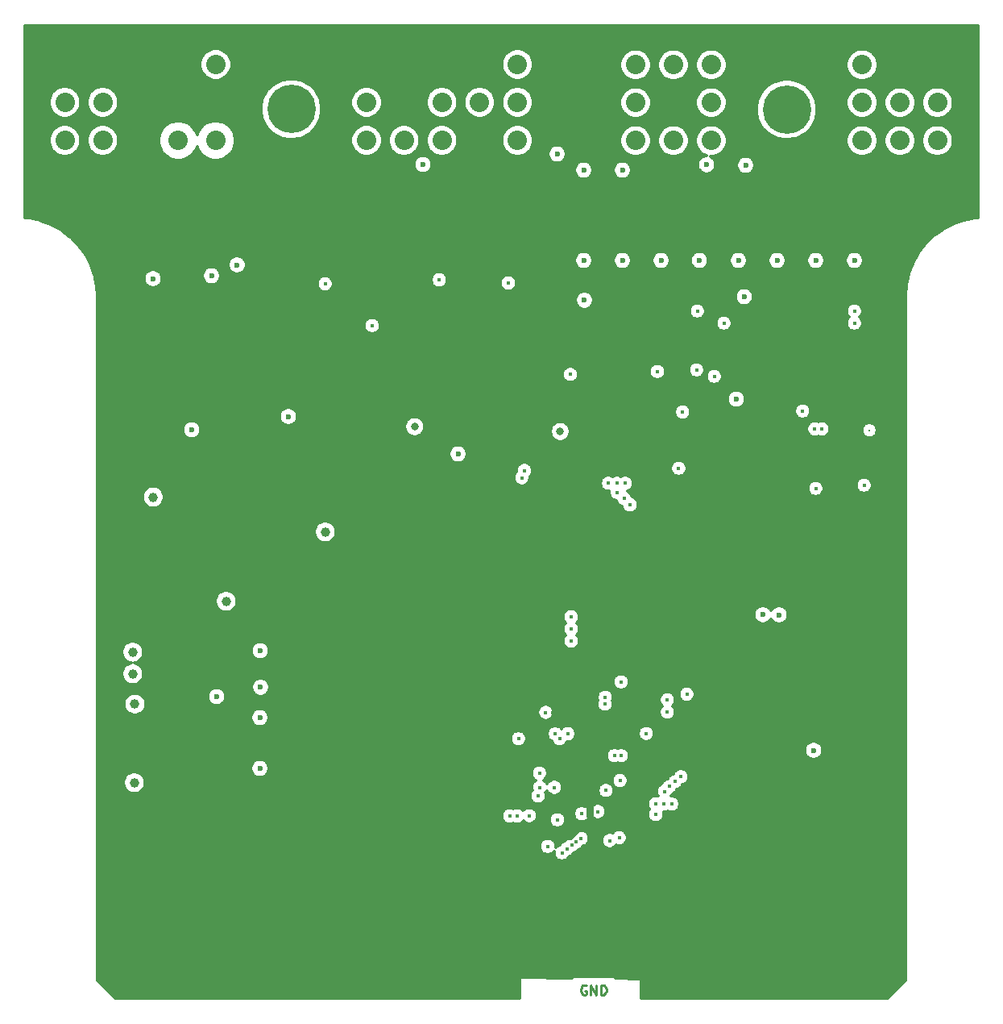
<source format=gbr>
G04 #@! TF.GenerationSoftware,KiCad,Pcbnew,5.1.2-f72e74a~84~ubuntu18.04.1*
G04 #@! TF.CreationDate,2019-08-21T00:14:30+02:00*
G04 #@! TF.ProjectId,Tuareg,54756172-6567-42e6-9b69-6361645f7063,rev?*
G04 #@! TF.SameCoordinates,Original*
G04 #@! TF.FileFunction,Copper,L3,Inr*
G04 #@! TF.FilePolarity,Positive*
%FSLAX46Y46*%
G04 Gerber Fmt 4.6, Leading zero omitted, Abs format (unit mm)*
G04 Created by KiCad (PCBNEW 5.1.2-f72e74a~84~ubuntu18.04.1) date 2019-08-21 00:14:30*
%MOMM*%
%LPD*%
G04 APERTURE LIST*
%ADD10C,0.250000*%
%ADD11C,2.032000*%
%ADD12C,5.080000*%
%ADD13C,1.000000*%
%ADD14C,0.600000*%
%ADD15C,0.400000*%
%ADD16C,0.800000*%
%ADD17C,0.300000*%
%ADD18C,1.000000*%
%ADD19C,0.400000*%
%ADD20C,0.500000*%
%ADD21C,0.750000*%
%ADD22C,0.300000*%
G04 APERTURE END LIST*
D10*
X137439495Y-153373200D02*
X137344257Y-153325580D01*
X137201400Y-153325580D01*
X137058542Y-153373200D01*
X136963304Y-153468438D01*
X136915685Y-153563676D01*
X136868066Y-153754152D01*
X136868066Y-153897009D01*
X136915685Y-154087485D01*
X136963304Y-154182723D01*
X137058542Y-154277961D01*
X137201400Y-154325580D01*
X137296638Y-154325580D01*
X137439495Y-154277961D01*
X137487114Y-154230342D01*
X137487114Y-153897009D01*
X137296638Y-153897009D01*
X137915685Y-154325580D02*
X137915685Y-153325580D01*
X138487114Y-154325580D01*
X138487114Y-153325580D01*
X138963304Y-154325580D02*
X138963304Y-153325580D01*
X139201400Y-153325580D01*
X139344257Y-153373200D01*
X139439495Y-153468438D01*
X139487114Y-153563676D01*
X139534733Y-153754152D01*
X139534733Y-153897009D01*
X139487114Y-154087485D01*
X139439495Y-154182723D01*
X139344257Y-154277961D01*
X139201400Y-154325580D01*
X138963304Y-154325580D01*
D11*
X98494660Y-64624061D03*
X98494660Y-60626101D03*
X98494660Y-56651001D03*
D12*
X106422000Y-61350001D03*
X158492000Y-61375401D03*
D11*
X94544960Y-56651001D03*
X94544960Y-60626101D03*
X94544960Y-64624061D03*
X90569860Y-56651001D03*
X90569860Y-60626101D03*
X90569860Y-64624061D03*
X86620160Y-56651001D03*
X86620160Y-60626101D03*
X86620160Y-64624061D03*
X82645060Y-56651001D03*
X82645060Y-60626101D03*
X82645060Y-64624061D03*
X114344260Y-56651001D03*
X114344260Y-60626101D03*
X114344260Y-64624061D03*
X118293960Y-56651001D03*
X118293960Y-60626101D03*
X118293960Y-64624061D03*
X122269060Y-56651001D03*
X122269060Y-60626101D03*
X122269060Y-64624061D03*
X126218760Y-56651001D03*
X126218760Y-60626101D03*
X126218760Y-64624061D03*
X130193860Y-56651001D03*
X130193860Y-60626101D03*
X130193860Y-64624061D03*
X150569740Y-56676401D03*
X150569740Y-60651501D03*
X150569740Y-64649461D03*
X146594640Y-56676401D03*
X146594640Y-60651501D03*
X146594640Y-64649461D03*
X142619540Y-56676401D03*
X142619540Y-60651501D03*
X142619540Y-64649461D03*
X166419340Y-56676401D03*
X166419340Y-60651501D03*
X166419340Y-64649461D03*
X170394440Y-56676401D03*
X170394440Y-60651501D03*
X170394440Y-64649461D03*
X174344140Y-56676401D03*
X174344140Y-60651501D03*
X174344140Y-64649461D03*
D13*
X103225600Y-79095600D03*
X95681800Y-79121000D03*
X94411800Y-79121000D03*
X102006400Y-79095600D03*
X125857000Y-79502000D03*
X127152400Y-79502000D03*
X133705600Y-79756000D03*
X134975600Y-79756000D03*
X97790000Y-94107000D03*
X113792000Y-100685600D03*
X135636000Y-91948000D03*
D14*
X97586800Y-118237000D03*
X162306000Y-73660000D03*
X158242000Y-73660000D03*
X154178000Y-73660000D03*
X166370000Y-73660000D03*
X150114000Y-73660000D03*
X146050000Y-73660000D03*
X141706600Y-73660000D03*
X137922000Y-73660000D03*
D15*
X151892000Y-80772000D03*
X163372800Y-82778600D03*
X147066000Y-82550000D03*
X146634200Y-88874600D03*
X139700000Y-90703400D03*
D13*
X135636000Y-93218000D03*
X113919000Y-79400400D03*
X115163600Y-79400400D03*
D14*
X98196400Y-86385400D03*
D13*
X106172000Y-112268000D03*
D15*
X132638800Y-129108200D03*
D14*
X138379200Y-110134400D03*
X161366200Y-126847600D03*
D15*
X140360400Y-135890000D03*
X133883400Y-124739400D03*
X138887200Y-138150600D03*
X138963400Y-115925600D03*
X130403600Y-132943600D03*
X128270000Y-126593600D03*
X127889000Y-132588000D03*
X130200400Y-130632200D03*
X132969000Y-127787400D03*
X163601400Y-94107000D03*
X166065200Y-94132400D03*
X167233600Y-96342200D03*
X158699200Y-100761800D03*
X158750000Y-104470200D03*
X155727400Y-92227400D03*
X134797800Y-120853200D03*
X127203200Y-134975600D03*
X124637800Y-134950200D03*
X123342400Y-133654800D03*
X122199400Y-132156200D03*
X122199400Y-128625600D03*
X123672600Y-125171200D03*
X127127000Y-124358400D03*
X128193800Y-124409200D03*
X122199400Y-126644400D03*
X122199400Y-130175000D03*
X144957800Y-95123000D03*
X146278600Y-96113600D03*
X147497800Y-97155000D03*
X149275800Y-102311200D03*
X149072600Y-98780600D03*
X149225000Y-100482400D03*
X149275800Y-103860600D03*
X149275800Y-105740200D03*
X149275800Y-107721400D03*
X149275800Y-110159800D03*
X149275800Y-112649000D03*
X149301200Y-115189000D03*
X149275800Y-118668800D03*
X155930600Y-118872000D03*
X162788600Y-116408200D03*
X156972000Y-90932000D03*
X162483800Y-88366600D03*
X163144200Y-90932000D03*
X165760400Y-90932000D03*
X107416600Y-120370600D03*
X107467400Y-124358400D03*
X107467400Y-127558800D03*
X107467400Y-131165600D03*
X104698800Y-132486400D03*
X100380800Y-132562600D03*
X96570800Y-132664200D03*
X92583000Y-134442200D03*
X87299800Y-134442200D03*
X100888800Y-122961400D03*
X93395800Y-114554000D03*
X99085400Y-114706400D03*
X79197200Y-71907400D03*
X113665000Y-106375200D03*
X111556800Y-106984800D03*
X111556800Y-109321600D03*
X111760000Y-112191800D03*
X111760000Y-114808000D03*
X109880400Y-116103400D03*
X116205000Y-106375200D03*
X117957600Y-105587800D03*
X118872000Y-100736400D03*
X118237000Y-103682800D03*
X121716800Y-104317800D03*
X129565400Y-101015800D03*
X131241800Y-101244400D03*
X133807200Y-101244400D03*
X136550400Y-101219000D03*
X138861800Y-102946200D03*
X139522200Y-104775000D03*
X139547600Y-108585000D03*
X132638800Y-112776000D03*
X130911600Y-113690400D03*
X138150600Y-119837200D03*
X130251200Y-121005600D03*
X112090200Y-121056400D03*
X116128800Y-121005600D03*
X120700800Y-121081800D03*
X124510800Y-121081800D03*
X119938800Y-112191800D03*
X125298200Y-107746800D03*
X115366800Y-116179600D03*
X116586000Y-109601000D03*
X123240800Y-115595400D03*
X130759200Y-107238800D03*
X109804200Y-124688600D03*
X114300000Y-124739400D03*
X119202200Y-124739400D03*
X114579400Y-129514600D03*
X114528600Y-136372600D03*
X114604800Y-142824200D03*
X112826800Y-147142200D03*
X116255800Y-154203400D03*
X110007400Y-140157200D03*
X102870000Y-142367000D03*
X98933000Y-153517600D03*
X87325200Y-144297400D03*
X124561600Y-137769600D03*
X128092200Y-140081000D03*
X131064000Y-141859000D03*
X134340600Y-144805400D03*
X138049000Y-145288000D03*
X143306800Y-145186400D03*
X147015200Y-144856200D03*
X150114000Y-141655800D03*
X153162000Y-138760200D03*
X155727400Y-136067800D03*
X157581600Y-133273800D03*
X160655000Y-131521200D03*
X163271200Y-129895600D03*
X163779200Y-127127000D03*
X160147000Y-124891800D03*
X163118800Y-121589800D03*
X165531800Y-119405400D03*
X167309800Y-116052600D03*
X165709600Y-153924000D03*
X155803600Y-153949400D03*
X143611600Y-153924000D03*
X129895600Y-153949400D03*
X165684200Y-145059400D03*
X165658800Y-137261600D03*
X160655000Y-149682200D03*
X156235400Y-144602200D03*
X150952200Y-149656800D03*
X141681200Y-149656800D03*
X133553200Y-149682200D03*
X160274000Y-140233400D03*
X121970800Y-153466800D03*
X123875800Y-148894800D03*
X123037600Y-142824200D03*
X128549400Y-146126200D03*
X118846600Y-146126200D03*
X120192800Y-137845800D03*
X103835200Y-137566400D03*
X106146600Y-145542000D03*
X91948000Y-154000200D03*
X97256600Y-138125200D03*
X99898200Y-146913600D03*
X106070400Y-154228800D03*
X131521200Y-82448400D03*
X155346400Y-104444800D03*
D13*
X98654000Y-105053996D03*
D14*
X128143000Y-70485000D03*
X128143000Y-71831200D03*
D15*
X104876600Y-65608200D03*
X114020600Y-95148400D03*
X116459000Y-93853000D03*
D14*
X97434400Y-126669800D03*
D13*
X102616000Y-104546400D03*
D15*
X101015800Y-82245200D03*
X129108200Y-90678000D03*
X128727200Y-111887000D03*
X133832600Y-110007400D03*
X126669800Y-118135400D03*
X103174800Y-108839000D03*
X89484200Y-109728000D03*
X158978600Y-120294400D03*
X148361400Y-126009400D03*
X148361400Y-128244600D03*
X148310600Y-130835400D03*
X95097600Y-144145000D03*
X100406200Y-87249000D03*
X104495600Y-94030800D03*
X112776000Y-83693000D03*
X154990800Y-88366600D03*
X133654800Y-106553000D03*
X138861800Y-101244400D03*
X133858000Y-103835200D03*
X130987800Y-103911400D03*
X130200400Y-109677200D03*
X122072400Y-98958400D03*
X121031000Y-108331000D03*
X128803400Y-99644200D03*
X122682000Y-101650800D03*
X111480600Y-118211600D03*
X119126000Y-118262400D03*
X115316000Y-118262400D03*
X123113800Y-118211600D03*
X124231400Y-111963200D03*
X115519200Y-112598200D03*
X110109000Y-135077200D03*
X116636800Y-133070600D03*
X104673400Y-149987000D03*
X91186000Y-137922000D03*
X106222800Y-95300800D03*
X124536200Y-94005400D03*
X124510800Y-91516200D03*
X133654800Y-108508800D03*
X139522200Y-106730800D03*
X136398000Y-105740200D03*
X136448800Y-103073200D03*
X136398000Y-108102400D03*
X125907800Y-100533200D03*
X128270000Y-102641400D03*
X124815600Y-103174800D03*
X128524000Y-105613200D03*
X124536200Y-105359200D03*
X126695200Y-109982000D03*
X119075200Y-115443000D03*
X123621800Y-87198200D03*
X128955800Y-84963000D03*
X126390400Y-90043000D03*
X129082800Y-93065600D03*
X127736600Y-83820000D03*
X129108200Y-86664800D03*
X124917200Y-84353400D03*
X128092200Y-81813400D03*
X124917200Y-88747600D03*
X126619000Y-86791800D03*
X120446800Y-87884000D03*
X112471200Y-94310200D03*
X117703600Y-95377000D03*
X158699200Y-83972400D03*
X157683200Y-88188800D03*
X142214600Y-80416400D03*
X146634200Y-90703400D03*
X139674600Y-93675200D03*
X139649200Y-87680800D03*
X104470200Y-84734400D03*
X101244400Y-94716600D03*
X108102400Y-79502000D03*
X104800400Y-72136000D03*
X108280200Y-69011800D03*
D14*
X128193800Y-75615800D03*
D15*
X135051800Y-124333000D03*
X126974600Y-98958400D03*
X126949200Y-96469200D03*
X122047000Y-96139000D03*
X108254800Y-71831200D03*
X138303000Y-58267600D03*
X138303000Y-62966600D03*
X138277600Y-54457600D03*
X132435600Y-67030600D03*
X133884600Y-137845800D03*
X144171600Y-127941000D03*
D13*
X97790000Y-95224600D03*
D15*
X167233600Y-106629200D03*
X167233600Y-104114600D03*
X167233600Y-97917000D03*
X167309800Y-112064800D03*
X156260800Y-102285800D03*
X162890200Y-102336600D03*
X163169600Y-112369600D03*
X160909000Y-118237000D03*
X161569400Y-110007400D03*
X167233600Y-99441000D03*
D14*
X98577400Y-123037600D03*
X134366000Y-66040000D03*
D13*
X91922600Y-102082600D03*
X109982000Y-105740200D03*
D14*
X154025600Y-81051400D03*
X137236200Y-81407000D03*
X153187400Y-91795600D03*
D16*
X134696200Y-95199200D03*
X119405400Y-94691200D03*
D13*
X99568000Y-113030000D03*
D15*
X140893800Y-137845800D03*
X130302000Y-127457200D03*
X134391400Y-135966200D03*
D14*
X161340800Y-128676400D03*
D15*
X133172200Y-124688600D03*
X143738600Y-126898400D03*
D14*
X165608000Y-77216000D03*
X157480000Y-77216000D03*
X153416000Y-77216000D03*
X161544000Y-77216000D03*
X149326600Y-77216000D03*
X145288000Y-77216000D03*
X141224000Y-77216000D03*
X137160000Y-77216000D03*
X123952000Y-97536000D03*
X100736400Y-77698604D03*
D15*
X134086600Y-132562600D03*
X142011400Y-102895400D03*
X141401800Y-102235000D03*
X132537200Y-132562600D03*
X132511800Y-131064000D03*
X139750800Y-100634800D03*
X141528800Y-100634800D03*
X138658598Y-135102600D03*
X136956800Y-135331200D03*
X140639802Y-100634800D03*
X141097000Y-121488200D03*
X140690596Y-101600000D03*
D14*
X156006800Y-114427000D03*
X157708600Y-114452400D03*
D15*
X166624000Y-100838000D03*
X145669000Y-132994400D03*
D14*
X106121200Y-93624402D03*
D15*
X146177000Y-132461000D03*
D14*
X95961200Y-95021400D03*
D15*
X140970000Y-131851400D03*
X139877800Y-138150600D03*
X132359400Y-133451600D03*
D14*
X120269000Y-67157596D03*
D15*
X148005800Y-122783600D03*
X147142200Y-99060000D03*
X161442400Y-94919800D03*
X144729200Y-135407400D03*
X162179002Y-94919800D03*
D17*
X167182800Y-95072200D03*
D15*
X144729200Y-134289800D03*
X145567400Y-134289800D03*
X146405594Y-134315206D03*
D14*
X103174800Y-118211600D03*
D15*
X139420600Y-123088400D03*
D14*
X103200200Y-122047000D03*
D15*
X139395200Y-123825000D03*
D14*
X98049000Y-78841600D03*
X103124000Y-130556000D03*
D15*
X134620000Y-127457200D03*
D14*
X103124000Y-125222000D03*
D15*
X134162796Y-126949200D03*
D14*
X91897203Y-79146397D03*
D15*
X141097000Y-129235198D03*
X130937000Y-99288600D03*
X140385800Y-129235200D03*
X130657600Y-100050600D03*
X121970800Y-79273404D03*
X146761200Y-131953000D03*
X147370800Y-131445000D03*
X129235200Y-79603600D03*
X145948400Y-123367800D03*
X109984292Y-79677508D03*
X114935000Y-84074000D03*
X145948400Y-124663200D03*
X139496800Y-132892800D03*
X160172400Y-93040204D03*
X147548600Y-93141800D03*
X135890000Y-138633200D03*
D13*
X89763600Y-120650000D03*
X89763600Y-118364000D03*
X89916000Y-132080000D03*
X89992200Y-123825000D03*
D15*
X135483600Y-126923800D03*
X135839200Y-117195600D03*
X135839200Y-115925600D03*
X135839200Y-114655600D03*
X161544000Y-101168198D03*
X151892000Y-83820000D03*
X133375400Y-138760200D03*
D14*
X154178000Y-67233800D03*
X150088600Y-67183000D03*
X137160000Y-67741800D03*
X141224000Y-67741800D03*
D15*
X149021800Y-88722200D03*
X134874000Y-139446000D03*
X136384600Y-138277598D03*
X144907000Y-88900000D03*
X135763000Y-89204800D03*
X136884600Y-137922000D03*
X165608000Y-82550000D03*
X130175000Y-135559800D03*
X165608000Y-83820000D03*
X129387568Y-135559800D03*
X150876000Y-89408000D03*
X131445000Y-135534400D03*
X149098000Y-82550000D03*
X135384610Y-139014200D03*
D18*
X90569860Y-64601201D02*
X94544960Y-60626101D01*
X90569860Y-64624061D02*
X90569860Y-64601201D01*
D19*
X157320715Y-73660000D02*
X154178000Y-73660000D01*
X166293800Y-73660000D02*
X157320715Y-73660000D01*
X154178000Y-73660000D02*
X150114000Y-73660000D01*
X150114000Y-73660000D02*
X146050000Y-73660000D01*
X146050000Y-73660000D02*
X141986000Y-73660000D01*
X141986000Y-73660000D02*
X137922000Y-73660000D01*
X144653000Y-72263000D02*
X146050000Y-73660000D01*
X146594640Y-60651501D02*
X144653000Y-62593141D01*
X144653000Y-62593141D02*
X144653000Y-72263000D01*
X134874000Y-76708000D02*
X134874000Y-79756000D01*
X137922000Y-73660000D02*
X134874000Y-76708000D01*
X127689001Y-132388001D02*
X127889000Y-132588000D01*
X127663601Y-132362601D02*
X127689001Y-132388001D01*
X127663601Y-126488799D02*
X127663601Y-132362601D01*
X127863600Y-126288800D02*
X127663601Y-126488799D01*
X132537200Y-127863600D02*
X133121400Y-127863600D01*
X130200400Y-130632200D02*
X130200400Y-130200400D01*
X130200400Y-130200400D02*
X132537200Y-127863600D01*
X137988601Y-128482799D02*
X139303199Y-128482799D01*
X133715199Y-128482799D02*
X137988601Y-128482799D01*
X133121400Y-127863600D02*
X133121400Y-127889000D01*
X133121400Y-127889000D02*
X133715199Y-128482799D01*
X139303199Y-128482799D02*
X137982399Y-128482799D01*
X137982399Y-128482799D02*
X137871200Y-128371600D01*
X130403600Y-130835400D02*
X130200400Y-130632200D01*
X130403600Y-132943600D02*
X130403600Y-130835400D01*
X137896600Y-128568598D02*
X137982399Y-128482799D01*
D18*
X135229600Y-119761000D02*
X137871200Y-122402600D01*
X109372400Y-119761000D02*
X135229600Y-119761000D01*
X137871200Y-122402600D02*
X137871200Y-124891800D01*
X104648000Y-115036600D02*
X109372400Y-119761000D01*
D19*
X128193800Y-125984000D02*
X128193800Y-119761000D01*
X128088999Y-126088801D02*
X128193800Y-125984000D01*
X127863600Y-126288800D02*
X128063599Y-126088801D01*
X128063599Y-126088801D02*
X128088999Y-126088801D01*
D20*
X137109200Y-111404400D02*
X138379200Y-110134400D01*
X128193800Y-119761000D02*
X128397000Y-119557800D01*
X128397000Y-119557800D02*
X128397000Y-114274600D01*
D19*
X138763401Y-113058601D02*
X137109200Y-111404400D01*
X138763401Y-115725601D02*
X138763401Y-113058601D01*
X138963400Y-115925600D02*
X138763401Y-115725601D01*
D18*
X137871200Y-128371600D02*
X137871200Y-126034800D01*
X137871200Y-126034800D02*
X137871200Y-124891800D01*
D19*
X139303199Y-128482799D02*
X139722397Y-128063601D01*
X144224401Y-128063601D02*
X144424400Y-127863602D01*
X139722397Y-128063601D02*
X144224401Y-128063601D01*
X137896600Y-137160000D02*
X137896600Y-135712200D01*
X138887200Y-138150600D02*
X137896600Y-137160000D01*
X148971000Y-126034800D02*
X137871200Y-126034800D01*
X161366200Y-126847600D02*
X149783800Y-126847600D01*
X149783800Y-126847600D02*
X148971000Y-126034800D01*
X135051800Y-119938800D02*
X135051800Y-121060948D01*
X135229600Y-119761000D02*
X135051800Y-119938800D01*
X135051800Y-121060948D02*
X135051800Y-121343790D01*
X127177800Y-123825000D02*
X125171200Y-123825000D01*
X124790200Y-123825000D02*
X123393200Y-125222000D01*
X125171200Y-123825000D02*
X124790200Y-123825000D01*
X123393200Y-125450600D02*
X122199400Y-126644400D01*
X123393200Y-125222000D02*
X123393200Y-125450600D01*
X122199400Y-126644400D02*
X122199400Y-128625600D01*
X122199400Y-128625600D02*
X122199400Y-130175000D01*
X122199400Y-130175000D02*
X122199400Y-132156200D01*
X122199400Y-132562600D02*
X123317000Y-133680200D01*
X122199400Y-132156200D02*
X122199400Y-132562600D01*
X123367800Y-133680200D02*
X124637800Y-134950200D01*
X123317000Y-133680200D02*
X123367800Y-133680200D01*
X127177800Y-134950200D02*
X127203200Y-134975600D01*
X124637800Y-134950200D02*
X127177800Y-134950200D01*
X127889000Y-134289800D02*
X127203200Y-134975600D01*
X127889000Y-132588000D02*
X127889000Y-134289800D01*
X127609600Y-123825000D02*
X128193800Y-124409200D01*
X127177800Y-123825000D02*
X127609600Y-123825000D01*
X129844800Y-130632200D02*
X127889000Y-132588000D01*
X130200400Y-130632200D02*
X129844800Y-130632200D01*
D18*
X86620160Y-56651001D02*
X90569860Y-56651001D01*
X90569860Y-56651001D02*
X94544960Y-56651001D01*
X94544960Y-56651001D02*
X94544960Y-60626101D01*
X114344260Y-56651001D02*
X118293960Y-56651001D01*
X118293960Y-60626101D02*
X118293960Y-56651001D01*
X118293960Y-56651001D02*
X122269060Y-56651001D01*
X122269060Y-56651001D02*
X126218760Y-56651001D01*
D19*
X127234759Y-57667000D02*
X126218760Y-56651001D01*
X128320800Y-58753041D02*
X127234759Y-57667000D01*
X128320800Y-62534800D02*
X128320800Y-58753041D01*
X126218760Y-64624061D02*
X126231539Y-64624061D01*
X126231539Y-64624061D02*
X128320800Y-62534800D01*
X107416600Y-124307600D02*
X107467400Y-124358400D01*
X132838799Y-112576001D02*
X132838799Y-111858399D01*
X132638800Y-112776000D02*
X132838799Y-112576001D01*
X132638800Y-111658400D02*
X132638800Y-111404400D01*
X132838799Y-111858399D02*
X132638800Y-111658400D01*
D20*
X131267200Y-111404400D02*
X132638800Y-111404400D01*
X132638800Y-111404400D02*
X137109200Y-111404400D01*
D19*
X130911600Y-113690400D02*
X130073400Y-112852200D01*
D20*
X128397000Y-114274600D02*
X129819400Y-112852200D01*
D19*
X130073400Y-112852200D02*
X129819400Y-112852200D01*
D20*
X129819400Y-112852200D02*
X131267200Y-111404400D01*
D19*
X131724400Y-113690400D02*
X132638800Y-112776000D01*
X130911600Y-113690400D02*
X131724400Y-113690400D01*
X90569860Y-71602600D02*
X90489486Y-71522226D01*
X135763000Y-137845800D02*
X134167442Y-137845800D01*
X134167442Y-137845800D02*
X133884600Y-137845800D01*
X137896600Y-135712200D02*
X135763000Y-137845800D01*
D21*
X137756599Y-128708599D02*
X137896600Y-128568598D01*
X137896600Y-135712200D02*
X137756599Y-135572199D01*
X137756599Y-135572199D02*
X137756599Y-128708599D01*
D22*
G36*
X178574001Y-72725517D02*
G01*
X178351096Y-72739150D01*
X178338843Y-72740796D01*
X178326498Y-72741076D01*
X178255157Y-72751483D01*
X177173088Y-72964757D01*
X177157203Y-72969103D01*
X177140965Y-72971849D01*
X177071873Y-72992446D01*
X176031926Y-73359690D01*
X176016833Y-73366284D01*
X176001164Y-73371345D01*
X175935769Y-73401700D01*
X174959729Y-73915220D01*
X174945742Y-73923926D01*
X174930972Y-73931194D01*
X174870644Y-73970671D01*
X173978956Y-74619708D01*
X173966372Y-74630343D01*
X173952805Y-74639667D01*
X173898808Y-74687439D01*
X173110153Y-75458400D01*
X173099236Y-75470740D01*
X173087158Y-75481924D01*
X173040622Y-75536990D01*
X172371521Y-76413723D01*
X172362503Y-76427505D01*
X172352162Y-76440320D01*
X172314064Y-76501528D01*
X171778533Y-77465667D01*
X171771601Y-77480601D01*
X171763216Y-77494779D01*
X171734352Y-77560845D01*
X171343609Y-78592194D01*
X171338904Y-78607976D01*
X171332655Y-78623213D01*
X171313631Y-78692754D01*
X171075862Y-79769705D01*
X171073484Y-79786006D01*
X171069501Y-79801981D01*
X171060714Y-79873539D01*
X170994964Y-80779715D01*
X170964854Y-80878974D01*
X170954001Y-80989165D01*
X170954000Y-152851340D01*
X169107341Y-154698000D01*
X143202800Y-154698000D01*
X143202800Y-152781000D01*
X143200151Y-152752936D01*
X143191845Y-152724728D01*
X143178195Y-152698683D01*
X143159727Y-152675802D01*
X143137149Y-152656963D01*
X143111330Y-152642890D01*
X143083261Y-152634125D01*
X143054022Y-152631005D01*
X140500210Y-152610200D01*
X140500210Y-152440700D01*
X135902591Y-152440700D01*
X135902591Y-152572745D01*
X130582622Y-152529405D01*
X130552136Y-152532282D01*
X130523997Y-152540818D01*
X130498064Y-152554680D01*
X130475334Y-152573334D01*
X130456680Y-152596064D01*
X130442818Y-152621997D01*
X130434282Y-152650136D01*
X130431400Y-152679400D01*
X130431400Y-154698000D01*
X87940659Y-154698000D01*
X87932381Y-154689722D01*
X87932376Y-154689716D01*
X86094000Y-152851341D01*
X86094000Y-138676482D01*
X132525400Y-138676482D01*
X132525400Y-138843918D01*
X132558065Y-139008136D01*
X132622140Y-139162826D01*
X132715162Y-139302044D01*
X132833556Y-139420438D01*
X132972774Y-139513460D01*
X133127464Y-139577535D01*
X133291682Y-139610200D01*
X133459118Y-139610200D01*
X133623336Y-139577535D01*
X133778026Y-139513460D01*
X133917244Y-139420438D01*
X134035638Y-139302044D01*
X134036128Y-139301311D01*
X134024000Y-139362282D01*
X134024000Y-139529718D01*
X134056665Y-139693936D01*
X134120740Y-139848626D01*
X134213762Y-139987844D01*
X134332156Y-140106238D01*
X134471374Y-140199260D01*
X134626064Y-140263335D01*
X134790282Y-140296000D01*
X134957718Y-140296000D01*
X135121936Y-140263335D01*
X135276626Y-140199260D01*
X135415844Y-140106238D01*
X135534238Y-139987844D01*
X135627260Y-139848626D01*
X135634711Y-139830638D01*
X135787236Y-139767460D01*
X135926454Y-139674438D01*
X136044848Y-139556044D01*
X136111884Y-139455717D01*
X136137936Y-139450535D01*
X136292626Y-139386460D01*
X136431844Y-139293438D01*
X136550238Y-139175044D01*
X136599356Y-139101533D01*
X136632536Y-139094933D01*
X136787226Y-139030858D01*
X136926444Y-138937836D01*
X137044838Y-138819442D01*
X137093126Y-138747174D01*
X137132536Y-138739335D01*
X137287226Y-138675260D01*
X137426444Y-138582238D01*
X137544838Y-138463844D01*
X137637860Y-138324626D01*
X137701935Y-138169936D01*
X137722433Y-138066882D01*
X139027800Y-138066882D01*
X139027800Y-138234318D01*
X139060465Y-138398536D01*
X139124540Y-138553226D01*
X139217562Y-138692444D01*
X139335956Y-138810838D01*
X139475174Y-138903860D01*
X139629864Y-138967935D01*
X139794082Y-139000600D01*
X139961518Y-139000600D01*
X140125736Y-138967935D01*
X140280426Y-138903860D01*
X140419644Y-138810838D01*
X140538038Y-138692444D01*
X140576750Y-138634507D01*
X140645864Y-138663135D01*
X140810082Y-138695800D01*
X140977518Y-138695800D01*
X141141736Y-138663135D01*
X141296426Y-138599060D01*
X141435644Y-138506038D01*
X141554038Y-138387644D01*
X141647060Y-138248426D01*
X141711135Y-138093736D01*
X141743800Y-137929518D01*
X141743800Y-137762082D01*
X141711135Y-137597864D01*
X141647060Y-137443174D01*
X141554038Y-137303956D01*
X141435644Y-137185562D01*
X141296426Y-137092540D01*
X141141736Y-137028465D01*
X140977518Y-136995800D01*
X140810082Y-136995800D01*
X140645864Y-137028465D01*
X140491174Y-137092540D01*
X140351956Y-137185562D01*
X140233562Y-137303956D01*
X140194850Y-137361893D01*
X140125736Y-137333265D01*
X139961518Y-137300600D01*
X139794082Y-137300600D01*
X139629864Y-137333265D01*
X139475174Y-137397340D01*
X139335956Y-137490362D01*
X139217562Y-137608756D01*
X139124540Y-137747974D01*
X139060465Y-137902664D01*
X139027800Y-138066882D01*
X137722433Y-138066882D01*
X137734600Y-138005718D01*
X137734600Y-137838282D01*
X137701935Y-137674064D01*
X137637860Y-137519374D01*
X137544838Y-137380156D01*
X137426444Y-137261762D01*
X137287226Y-137168740D01*
X137132536Y-137104665D01*
X136968318Y-137072000D01*
X136800882Y-137072000D01*
X136636664Y-137104665D01*
X136481974Y-137168740D01*
X136342756Y-137261762D01*
X136224362Y-137380156D01*
X136176074Y-137452424D01*
X136136664Y-137460263D01*
X135981974Y-137524338D01*
X135842756Y-137617360D01*
X135724362Y-137735754D01*
X135675244Y-137809265D01*
X135642064Y-137815865D01*
X135487374Y-137879940D01*
X135348156Y-137972962D01*
X135229762Y-138091356D01*
X135162726Y-138191683D01*
X135136674Y-138196865D01*
X134981984Y-138260940D01*
X134842766Y-138353962D01*
X134724372Y-138472356D01*
X134631350Y-138611574D01*
X134623899Y-138629562D01*
X134471374Y-138692740D01*
X134332156Y-138785762D01*
X134213762Y-138904156D01*
X134213272Y-138904889D01*
X134225400Y-138843918D01*
X134225400Y-138676482D01*
X134192735Y-138512264D01*
X134128660Y-138357574D01*
X134035638Y-138218356D01*
X133917244Y-138099962D01*
X133778026Y-138006940D01*
X133623336Y-137942865D01*
X133459118Y-137910200D01*
X133291682Y-137910200D01*
X133127464Y-137942865D01*
X132972774Y-138006940D01*
X132833556Y-138099962D01*
X132715162Y-138218356D01*
X132622140Y-138357574D01*
X132558065Y-138512264D01*
X132525400Y-138676482D01*
X86094000Y-138676482D01*
X86094000Y-135476082D01*
X128537568Y-135476082D01*
X128537568Y-135643518D01*
X128570233Y-135807736D01*
X128634308Y-135962426D01*
X128727330Y-136101644D01*
X128845724Y-136220038D01*
X128984942Y-136313060D01*
X129139632Y-136377135D01*
X129303850Y-136409800D01*
X129471286Y-136409800D01*
X129635504Y-136377135D01*
X129781284Y-136316751D01*
X129927064Y-136377135D01*
X130091282Y-136409800D01*
X130258718Y-136409800D01*
X130422936Y-136377135D01*
X130577626Y-136313060D01*
X130716844Y-136220038D01*
X130822700Y-136114182D01*
X130903156Y-136194638D01*
X131042374Y-136287660D01*
X131197064Y-136351735D01*
X131361282Y-136384400D01*
X131528718Y-136384400D01*
X131692936Y-136351735D01*
X131847626Y-136287660D01*
X131986844Y-136194638D01*
X132105238Y-136076244D01*
X132198260Y-135937026D01*
X132220852Y-135882482D01*
X133541400Y-135882482D01*
X133541400Y-136049918D01*
X133574065Y-136214136D01*
X133638140Y-136368826D01*
X133731162Y-136508044D01*
X133849556Y-136626438D01*
X133988774Y-136719460D01*
X134143464Y-136783535D01*
X134307682Y-136816200D01*
X134475118Y-136816200D01*
X134639336Y-136783535D01*
X134794026Y-136719460D01*
X134933244Y-136626438D01*
X135051638Y-136508044D01*
X135144660Y-136368826D01*
X135208735Y-136214136D01*
X135241400Y-136049918D01*
X135241400Y-135882482D01*
X135208735Y-135718264D01*
X135144660Y-135563574D01*
X135051638Y-135424356D01*
X134933244Y-135305962D01*
X134845723Y-135247482D01*
X136106800Y-135247482D01*
X136106800Y-135414918D01*
X136139465Y-135579136D01*
X136203540Y-135733826D01*
X136296562Y-135873044D01*
X136414956Y-135991438D01*
X136554174Y-136084460D01*
X136708864Y-136148535D01*
X136873082Y-136181200D01*
X137040518Y-136181200D01*
X137204736Y-136148535D01*
X137359426Y-136084460D01*
X137498644Y-135991438D01*
X137617038Y-135873044D01*
X137710060Y-135733826D01*
X137774135Y-135579136D01*
X137806800Y-135414918D01*
X137806800Y-135247482D01*
X137774135Y-135083264D01*
X137747467Y-135018882D01*
X137808598Y-135018882D01*
X137808598Y-135186318D01*
X137841263Y-135350536D01*
X137905338Y-135505226D01*
X137998360Y-135644444D01*
X138116754Y-135762838D01*
X138255972Y-135855860D01*
X138410662Y-135919935D01*
X138574880Y-135952600D01*
X138742316Y-135952600D01*
X138906534Y-135919935D01*
X139061224Y-135855860D01*
X139200442Y-135762838D01*
X139318836Y-135644444D01*
X139411858Y-135505226D01*
X139475933Y-135350536D01*
X139508598Y-135186318D01*
X139508598Y-135018882D01*
X139475933Y-134854664D01*
X139411858Y-134699974D01*
X139318836Y-134560756D01*
X139200442Y-134442362D01*
X139061224Y-134349340D01*
X138906534Y-134285265D01*
X138742316Y-134252600D01*
X138574880Y-134252600D01*
X138410662Y-134285265D01*
X138255972Y-134349340D01*
X138116754Y-134442362D01*
X137998360Y-134560756D01*
X137905338Y-134699974D01*
X137841263Y-134854664D01*
X137808598Y-135018882D01*
X137747467Y-135018882D01*
X137710060Y-134928574D01*
X137617038Y-134789356D01*
X137498644Y-134670962D01*
X137359426Y-134577940D01*
X137204736Y-134513865D01*
X137040518Y-134481200D01*
X136873082Y-134481200D01*
X136708864Y-134513865D01*
X136554174Y-134577940D01*
X136414956Y-134670962D01*
X136296562Y-134789356D01*
X136203540Y-134928574D01*
X136139465Y-135083264D01*
X136106800Y-135247482D01*
X134845723Y-135247482D01*
X134794026Y-135212940D01*
X134639336Y-135148865D01*
X134475118Y-135116200D01*
X134307682Y-135116200D01*
X134143464Y-135148865D01*
X133988774Y-135212940D01*
X133849556Y-135305962D01*
X133731162Y-135424356D01*
X133638140Y-135563574D01*
X133574065Y-135718264D01*
X133541400Y-135882482D01*
X132220852Y-135882482D01*
X132262335Y-135782336D01*
X132295000Y-135618118D01*
X132295000Y-135450682D01*
X132262335Y-135286464D01*
X132198260Y-135131774D01*
X132105238Y-134992556D01*
X131986844Y-134874162D01*
X131847626Y-134781140D01*
X131692936Y-134717065D01*
X131528718Y-134684400D01*
X131361282Y-134684400D01*
X131197064Y-134717065D01*
X131042374Y-134781140D01*
X130903156Y-134874162D01*
X130797300Y-134980018D01*
X130716844Y-134899562D01*
X130577626Y-134806540D01*
X130422936Y-134742465D01*
X130258718Y-134709800D01*
X130091282Y-134709800D01*
X129927064Y-134742465D01*
X129781284Y-134802849D01*
X129635504Y-134742465D01*
X129471286Y-134709800D01*
X129303850Y-134709800D01*
X129139632Y-134742465D01*
X128984942Y-134806540D01*
X128845724Y-134899562D01*
X128727330Y-135017956D01*
X128634308Y-135157174D01*
X128570233Y-135311864D01*
X128537568Y-135476082D01*
X86094000Y-135476082D01*
X86094000Y-133367882D01*
X131509400Y-133367882D01*
X131509400Y-133535318D01*
X131542065Y-133699536D01*
X131606140Y-133854226D01*
X131699162Y-133993444D01*
X131817556Y-134111838D01*
X131956774Y-134204860D01*
X132111464Y-134268935D01*
X132275682Y-134301600D01*
X132443118Y-134301600D01*
X132607336Y-134268935D01*
X132759075Y-134206082D01*
X143879200Y-134206082D01*
X143879200Y-134373518D01*
X143911865Y-134537736D01*
X143975940Y-134692426D01*
X144068962Y-134831644D01*
X144085918Y-134848600D01*
X144068962Y-134865556D01*
X143975940Y-135004774D01*
X143911865Y-135159464D01*
X143879200Y-135323682D01*
X143879200Y-135491118D01*
X143911865Y-135655336D01*
X143975940Y-135810026D01*
X144068962Y-135949244D01*
X144187356Y-136067638D01*
X144326574Y-136160660D01*
X144481264Y-136224735D01*
X144645482Y-136257400D01*
X144812918Y-136257400D01*
X144977136Y-136224735D01*
X145131826Y-136160660D01*
X145271044Y-136067638D01*
X145389438Y-135949244D01*
X145482460Y-135810026D01*
X145546535Y-135655336D01*
X145579200Y-135491118D01*
X145579200Y-135323682D01*
X145546535Y-135159464D01*
X145538390Y-135139800D01*
X145651118Y-135139800D01*
X145815336Y-135107135D01*
X145966889Y-135044359D01*
X146002968Y-135068466D01*
X146157658Y-135132541D01*
X146321876Y-135165206D01*
X146489312Y-135165206D01*
X146653530Y-135132541D01*
X146808220Y-135068466D01*
X146947438Y-134975444D01*
X147065832Y-134857050D01*
X147158854Y-134717832D01*
X147222929Y-134563142D01*
X147255594Y-134398924D01*
X147255594Y-134231488D01*
X147222929Y-134067270D01*
X147158854Y-133912580D01*
X147065832Y-133773362D01*
X146947438Y-133654968D01*
X146808220Y-133561946D01*
X146653530Y-133497871D01*
X146489312Y-133465206D01*
X146376704Y-133465206D01*
X146422260Y-133397026D01*
X146481052Y-133255091D01*
X146579626Y-133214260D01*
X146718844Y-133121238D01*
X146837238Y-133002844D01*
X146930260Y-132863626D01*
X146965290Y-132779057D01*
X147009136Y-132770335D01*
X147163826Y-132706260D01*
X147303044Y-132613238D01*
X147421438Y-132494844D01*
X147514460Y-132355626D01*
X147547209Y-132276563D01*
X147618736Y-132262335D01*
X147773426Y-132198260D01*
X147912644Y-132105238D01*
X148031038Y-131986844D01*
X148124060Y-131847626D01*
X148188135Y-131692936D01*
X148220800Y-131528718D01*
X148220800Y-131361282D01*
X148188135Y-131197064D01*
X148124060Y-131042374D01*
X148031038Y-130903156D01*
X147912644Y-130784762D01*
X147773426Y-130691740D01*
X147618736Y-130627665D01*
X147454518Y-130595000D01*
X147287082Y-130595000D01*
X147122864Y-130627665D01*
X146968174Y-130691740D01*
X146828956Y-130784762D01*
X146710562Y-130903156D01*
X146617540Y-131042374D01*
X146584791Y-131121437D01*
X146513264Y-131135665D01*
X146358574Y-131199740D01*
X146219356Y-131292762D01*
X146100962Y-131411156D01*
X146007940Y-131550374D01*
X145972910Y-131634943D01*
X145929064Y-131643665D01*
X145774374Y-131707740D01*
X145635156Y-131800762D01*
X145516762Y-131919156D01*
X145423740Y-132058374D01*
X145364948Y-132200309D01*
X145266374Y-132241140D01*
X145127156Y-132334162D01*
X145008762Y-132452556D01*
X144915740Y-132591774D01*
X144851665Y-132746464D01*
X144819000Y-132910682D01*
X144819000Y-133078118D01*
X144851665Y-133242336D01*
X144915740Y-133397026D01*
X144964462Y-133469944D01*
X144812918Y-133439800D01*
X144645482Y-133439800D01*
X144481264Y-133472465D01*
X144326574Y-133536540D01*
X144187356Y-133629562D01*
X144068962Y-133747956D01*
X143975940Y-133887174D01*
X143911865Y-134041864D01*
X143879200Y-134206082D01*
X132759075Y-134206082D01*
X132762026Y-134204860D01*
X132901244Y-134111838D01*
X133019638Y-133993444D01*
X133112660Y-133854226D01*
X133176735Y-133699536D01*
X133209400Y-133535318D01*
X133209400Y-133367882D01*
X133176735Y-133203664D01*
X133153738Y-133148144D01*
X133197438Y-133104444D01*
X133290460Y-132965226D01*
X133311900Y-132913466D01*
X133333340Y-132965226D01*
X133426362Y-133104444D01*
X133544756Y-133222838D01*
X133683974Y-133315860D01*
X133838664Y-133379935D01*
X134002882Y-133412600D01*
X134170318Y-133412600D01*
X134334536Y-133379935D01*
X134489226Y-133315860D01*
X134628444Y-133222838D01*
X134746838Y-133104444D01*
X134839860Y-132965226D01*
X134903935Y-132810536D01*
X134904224Y-132809082D01*
X138646800Y-132809082D01*
X138646800Y-132976518D01*
X138679465Y-133140736D01*
X138743540Y-133295426D01*
X138836562Y-133434644D01*
X138954956Y-133553038D01*
X139094174Y-133646060D01*
X139248864Y-133710135D01*
X139413082Y-133742800D01*
X139580518Y-133742800D01*
X139744736Y-133710135D01*
X139899426Y-133646060D01*
X140038644Y-133553038D01*
X140157038Y-133434644D01*
X140250060Y-133295426D01*
X140314135Y-133140736D01*
X140346800Y-132976518D01*
X140346800Y-132809082D01*
X140314135Y-132644864D01*
X140250060Y-132490174D01*
X140157038Y-132350956D01*
X140038644Y-132232562D01*
X139899426Y-132139540D01*
X139744736Y-132075465D01*
X139580518Y-132042800D01*
X139413082Y-132042800D01*
X139248864Y-132075465D01*
X139094174Y-132139540D01*
X138954956Y-132232562D01*
X138836562Y-132350956D01*
X138743540Y-132490174D01*
X138679465Y-132644864D01*
X138646800Y-132809082D01*
X134904224Y-132809082D01*
X134936600Y-132646318D01*
X134936600Y-132478882D01*
X134903935Y-132314664D01*
X134839860Y-132159974D01*
X134746838Y-132020756D01*
X134628444Y-131902362D01*
X134489226Y-131809340D01*
X134388656Y-131767682D01*
X140120000Y-131767682D01*
X140120000Y-131935118D01*
X140152665Y-132099336D01*
X140216740Y-132254026D01*
X140309762Y-132393244D01*
X140428156Y-132511638D01*
X140567374Y-132604660D01*
X140722064Y-132668735D01*
X140886282Y-132701400D01*
X141053718Y-132701400D01*
X141217936Y-132668735D01*
X141372626Y-132604660D01*
X141511844Y-132511638D01*
X141630238Y-132393244D01*
X141723260Y-132254026D01*
X141787335Y-132099336D01*
X141820000Y-131935118D01*
X141820000Y-131767682D01*
X141787335Y-131603464D01*
X141723260Y-131448774D01*
X141630238Y-131309556D01*
X141511844Y-131191162D01*
X141372626Y-131098140D01*
X141217936Y-131034065D01*
X141053718Y-131001400D01*
X140886282Y-131001400D01*
X140722064Y-131034065D01*
X140567374Y-131098140D01*
X140428156Y-131191162D01*
X140309762Y-131309556D01*
X140216740Y-131448774D01*
X140152665Y-131603464D01*
X140120000Y-131767682D01*
X134388656Y-131767682D01*
X134334536Y-131745265D01*
X134170318Y-131712600D01*
X134002882Y-131712600D01*
X133838664Y-131745265D01*
X133683974Y-131809340D01*
X133544756Y-131902362D01*
X133426362Y-132020756D01*
X133333340Y-132159974D01*
X133311900Y-132211734D01*
X133290460Y-132159974D01*
X133197438Y-132020756D01*
X133079044Y-131902362D01*
X132939826Y-131809340D01*
X132931463Y-131805876D01*
X133053644Y-131724238D01*
X133172038Y-131605844D01*
X133265060Y-131466626D01*
X133329135Y-131311936D01*
X133361800Y-131147718D01*
X133361800Y-130980282D01*
X133329135Y-130816064D01*
X133265060Y-130661374D01*
X133172038Y-130522156D01*
X133053644Y-130403762D01*
X132914426Y-130310740D01*
X132759736Y-130246665D01*
X132595518Y-130214000D01*
X132428082Y-130214000D01*
X132263864Y-130246665D01*
X132109174Y-130310740D01*
X131969956Y-130403762D01*
X131851562Y-130522156D01*
X131758540Y-130661374D01*
X131694465Y-130816064D01*
X131661800Y-130980282D01*
X131661800Y-131147718D01*
X131694465Y-131311936D01*
X131758540Y-131466626D01*
X131851562Y-131605844D01*
X131969956Y-131724238D01*
X132109174Y-131817260D01*
X132117537Y-131820724D01*
X131995356Y-131902362D01*
X131876962Y-132020756D01*
X131783940Y-132159974D01*
X131719865Y-132314664D01*
X131687200Y-132478882D01*
X131687200Y-132646318D01*
X131719865Y-132810536D01*
X131742862Y-132866056D01*
X131699162Y-132909756D01*
X131606140Y-133048974D01*
X131542065Y-133203664D01*
X131509400Y-133367882D01*
X86094000Y-133367882D01*
X86094000Y-131966735D01*
X88766000Y-131966735D01*
X88766000Y-132193265D01*
X88810194Y-132415443D01*
X88896884Y-132624729D01*
X89022737Y-132813082D01*
X89182918Y-132973263D01*
X89371271Y-133099116D01*
X89580557Y-133185806D01*
X89802735Y-133230000D01*
X90029265Y-133230000D01*
X90251443Y-133185806D01*
X90460729Y-133099116D01*
X90649082Y-132973263D01*
X90809263Y-132813082D01*
X90935116Y-132624729D01*
X91021806Y-132415443D01*
X91066000Y-132193265D01*
X91066000Y-131966735D01*
X91021806Y-131744557D01*
X90935116Y-131535271D01*
X90809263Y-131346918D01*
X90649082Y-131186737D01*
X90460729Y-131060884D01*
X90251443Y-130974194D01*
X90029265Y-130930000D01*
X89802735Y-130930000D01*
X89580557Y-130974194D01*
X89371271Y-131060884D01*
X89182918Y-131186737D01*
X89022737Y-131346918D01*
X88896884Y-131535271D01*
X88810194Y-131744557D01*
X88766000Y-131966735D01*
X86094000Y-131966735D01*
X86094000Y-130462433D01*
X102174000Y-130462433D01*
X102174000Y-130649567D01*
X102210508Y-130833105D01*
X102282121Y-131005994D01*
X102386087Y-131161590D01*
X102518410Y-131293913D01*
X102674006Y-131397879D01*
X102846895Y-131469492D01*
X103030433Y-131506000D01*
X103217567Y-131506000D01*
X103401105Y-131469492D01*
X103573994Y-131397879D01*
X103729590Y-131293913D01*
X103861913Y-131161590D01*
X103965879Y-131005994D01*
X104037492Y-130833105D01*
X104074000Y-130649567D01*
X104074000Y-130462433D01*
X104037492Y-130278895D01*
X103965879Y-130106006D01*
X103861913Y-129950410D01*
X103729590Y-129818087D01*
X103573994Y-129714121D01*
X103401105Y-129642508D01*
X103217567Y-129606000D01*
X103030433Y-129606000D01*
X102846895Y-129642508D01*
X102674006Y-129714121D01*
X102518410Y-129818087D01*
X102386087Y-129950410D01*
X102282121Y-130106006D01*
X102210508Y-130278895D01*
X102174000Y-130462433D01*
X86094000Y-130462433D01*
X86094000Y-129151482D01*
X139535800Y-129151482D01*
X139535800Y-129318918D01*
X139568465Y-129483136D01*
X139632540Y-129637826D01*
X139725562Y-129777044D01*
X139843956Y-129895438D01*
X139983174Y-129988460D01*
X140137864Y-130052535D01*
X140302082Y-130085200D01*
X140469518Y-130085200D01*
X140633736Y-130052535D01*
X140741402Y-130007938D01*
X140849064Y-130052533D01*
X141013282Y-130085198D01*
X141180718Y-130085198D01*
X141344936Y-130052533D01*
X141499626Y-129988458D01*
X141638844Y-129895436D01*
X141757238Y-129777042D01*
X141850260Y-129637824D01*
X141914335Y-129483134D01*
X141947000Y-129318916D01*
X141947000Y-129151480D01*
X141914335Y-128987262D01*
X141850260Y-128832572D01*
X141757238Y-128693354D01*
X141646717Y-128582833D01*
X160390800Y-128582833D01*
X160390800Y-128769967D01*
X160427308Y-128953505D01*
X160498921Y-129126394D01*
X160602887Y-129281990D01*
X160735210Y-129414313D01*
X160890806Y-129518279D01*
X161063695Y-129589892D01*
X161247233Y-129626400D01*
X161434367Y-129626400D01*
X161617905Y-129589892D01*
X161790794Y-129518279D01*
X161946390Y-129414313D01*
X162078713Y-129281990D01*
X162182679Y-129126394D01*
X162254292Y-128953505D01*
X162290800Y-128769967D01*
X162290800Y-128582833D01*
X162254292Y-128399295D01*
X162182679Y-128226406D01*
X162078713Y-128070810D01*
X161946390Y-127938487D01*
X161790794Y-127834521D01*
X161617905Y-127762908D01*
X161434367Y-127726400D01*
X161247233Y-127726400D01*
X161063695Y-127762908D01*
X160890806Y-127834521D01*
X160735210Y-127938487D01*
X160602887Y-128070810D01*
X160498921Y-128226406D01*
X160427308Y-128399295D01*
X160390800Y-128582833D01*
X141646717Y-128582833D01*
X141638844Y-128574960D01*
X141499626Y-128481938D01*
X141344936Y-128417863D01*
X141180718Y-128385198D01*
X141013282Y-128385198D01*
X140849064Y-128417863D01*
X140741398Y-128462460D01*
X140633736Y-128417865D01*
X140469518Y-128385200D01*
X140302082Y-128385200D01*
X140137864Y-128417865D01*
X139983174Y-128481940D01*
X139843956Y-128574962D01*
X139725562Y-128693356D01*
X139632540Y-128832574D01*
X139568465Y-128987264D01*
X139535800Y-129151482D01*
X86094000Y-129151482D01*
X86094000Y-127373482D01*
X129452000Y-127373482D01*
X129452000Y-127540918D01*
X129484665Y-127705136D01*
X129548740Y-127859826D01*
X129641762Y-127999044D01*
X129760156Y-128117438D01*
X129899374Y-128210460D01*
X130054064Y-128274535D01*
X130218282Y-128307200D01*
X130385718Y-128307200D01*
X130549936Y-128274535D01*
X130704626Y-128210460D01*
X130843844Y-128117438D01*
X130962238Y-127999044D01*
X131055260Y-127859826D01*
X131119335Y-127705136D01*
X131152000Y-127540918D01*
X131152000Y-127373482D01*
X131119335Y-127209264D01*
X131055260Y-127054574D01*
X130962238Y-126915356D01*
X130912364Y-126865482D01*
X133312796Y-126865482D01*
X133312796Y-127032918D01*
X133345461Y-127197136D01*
X133409536Y-127351826D01*
X133502558Y-127491044D01*
X133620952Y-127609438D01*
X133760170Y-127702460D01*
X133810128Y-127723153D01*
X133866740Y-127859826D01*
X133959762Y-127999044D01*
X134078156Y-128117438D01*
X134217374Y-128210460D01*
X134372064Y-128274535D01*
X134536282Y-128307200D01*
X134703718Y-128307200D01*
X134867936Y-128274535D01*
X135022626Y-128210460D01*
X135161844Y-128117438D01*
X135280238Y-127999044D01*
X135373260Y-127859826D01*
X135408893Y-127773800D01*
X135567318Y-127773800D01*
X135731536Y-127741135D01*
X135886226Y-127677060D01*
X136025444Y-127584038D01*
X136143838Y-127465644D01*
X136236860Y-127326426D01*
X136300935Y-127171736D01*
X136333600Y-127007518D01*
X136333600Y-126840082D01*
X136328548Y-126814682D01*
X142888600Y-126814682D01*
X142888600Y-126982118D01*
X142921265Y-127146336D01*
X142985340Y-127301026D01*
X143078362Y-127440244D01*
X143196756Y-127558638D01*
X143335974Y-127651660D01*
X143490664Y-127715735D01*
X143654882Y-127748400D01*
X143822318Y-127748400D01*
X143986536Y-127715735D01*
X144141226Y-127651660D01*
X144280444Y-127558638D01*
X144398838Y-127440244D01*
X144491860Y-127301026D01*
X144555935Y-127146336D01*
X144588600Y-126982118D01*
X144588600Y-126814682D01*
X144555935Y-126650464D01*
X144491860Y-126495774D01*
X144398838Y-126356556D01*
X144280444Y-126238162D01*
X144141226Y-126145140D01*
X143986536Y-126081065D01*
X143822318Y-126048400D01*
X143654882Y-126048400D01*
X143490664Y-126081065D01*
X143335974Y-126145140D01*
X143196756Y-126238162D01*
X143078362Y-126356556D01*
X142985340Y-126495774D01*
X142921265Y-126650464D01*
X142888600Y-126814682D01*
X136328548Y-126814682D01*
X136300935Y-126675864D01*
X136236860Y-126521174D01*
X136143838Y-126381956D01*
X136025444Y-126263562D01*
X135886226Y-126170540D01*
X135731536Y-126106465D01*
X135567318Y-126073800D01*
X135399882Y-126073800D01*
X135235664Y-126106465D01*
X135080974Y-126170540D01*
X134941756Y-126263562D01*
X134823362Y-126381956D01*
X134813057Y-126397379D01*
X134704640Y-126288962D01*
X134565422Y-126195940D01*
X134410732Y-126131865D01*
X134246514Y-126099200D01*
X134079078Y-126099200D01*
X133914860Y-126131865D01*
X133760170Y-126195940D01*
X133620952Y-126288962D01*
X133502558Y-126407356D01*
X133409536Y-126546574D01*
X133345461Y-126701264D01*
X133312796Y-126865482D01*
X130912364Y-126865482D01*
X130843844Y-126796962D01*
X130704626Y-126703940D01*
X130549936Y-126639865D01*
X130385718Y-126607200D01*
X130218282Y-126607200D01*
X130054064Y-126639865D01*
X129899374Y-126703940D01*
X129760156Y-126796962D01*
X129641762Y-126915356D01*
X129548740Y-127054574D01*
X129484665Y-127209264D01*
X129452000Y-127373482D01*
X86094000Y-127373482D01*
X86094000Y-125128433D01*
X102174000Y-125128433D01*
X102174000Y-125315567D01*
X102210508Y-125499105D01*
X102282121Y-125671994D01*
X102386087Y-125827590D01*
X102518410Y-125959913D01*
X102674006Y-126063879D01*
X102846895Y-126135492D01*
X103030433Y-126172000D01*
X103217567Y-126172000D01*
X103401105Y-126135492D01*
X103573994Y-126063879D01*
X103729590Y-125959913D01*
X103861913Y-125827590D01*
X103965879Y-125671994D01*
X104037492Y-125499105D01*
X104074000Y-125315567D01*
X104074000Y-125128433D01*
X104037492Y-124944895D01*
X103965879Y-124772006D01*
X103861913Y-124616410D01*
X103850385Y-124604882D01*
X132322200Y-124604882D01*
X132322200Y-124772318D01*
X132354865Y-124936536D01*
X132418940Y-125091226D01*
X132511962Y-125230444D01*
X132630356Y-125348838D01*
X132769574Y-125441860D01*
X132924264Y-125505935D01*
X133088482Y-125538600D01*
X133255918Y-125538600D01*
X133420136Y-125505935D01*
X133574826Y-125441860D01*
X133714044Y-125348838D01*
X133832438Y-125230444D01*
X133925460Y-125091226D01*
X133989535Y-124936536D01*
X134022200Y-124772318D01*
X134022200Y-124604882D01*
X133989535Y-124440664D01*
X133925460Y-124285974D01*
X133832438Y-124146756D01*
X133714044Y-124028362D01*
X133574826Y-123935340D01*
X133420136Y-123871265D01*
X133255918Y-123838600D01*
X133088482Y-123838600D01*
X132924264Y-123871265D01*
X132769574Y-123935340D01*
X132630356Y-124028362D01*
X132511962Y-124146756D01*
X132418940Y-124285974D01*
X132354865Y-124440664D01*
X132322200Y-124604882D01*
X103850385Y-124604882D01*
X103729590Y-124484087D01*
X103573994Y-124380121D01*
X103401105Y-124308508D01*
X103217567Y-124272000D01*
X103030433Y-124272000D01*
X102846895Y-124308508D01*
X102674006Y-124380121D01*
X102518410Y-124484087D01*
X102386087Y-124616410D01*
X102282121Y-124772006D01*
X102210508Y-124944895D01*
X102174000Y-125128433D01*
X86094000Y-125128433D01*
X86094000Y-123711735D01*
X88842200Y-123711735D01*
X88842200Y-123938265D01*
X88886394Y-124160443D01*
X88973084Y-124369729D01*
X89098937Y-124558082D01*
X89259118Y-124718263D01*
X89447471Y-124844116D01*
X89656757Y-124930806D01*
X89878935Y-124975000D01*
X90105465Y-124975000D01*
X90327643Y-124930806D01*
X90536929Y-124844116D01*
X90725282Y-124718263D01*
X90885463Y-124558082D01*
X91011316Y-124369729D01*
X91098006Y-124160443D01*
X91142200Y-123938265D01*
X91142200Y-123711735D01*
X91098006Y-123489557D01*
X91011316Y-123280271D01*
X90885463Y-123091918D01*
X90737578Y-122944033D01*
X97627400Y-122944033D01*
X97627400Y-123131167D01*
X97663908Y-123314705D01*
X97735521Y-123487594D01*
X97839487Y-123643190D01*
X97971810Y-123775513D01*
X98127406Y-123879479D01*
X98300295Y-123951092D01*
X98483833Y-123987600D01*
X98670967Y-123987600D01*
X98854505Y-123951092D01*
X99027394Y-123879479D01*
X99182990Y-123775513D01*
X99217221Y-123741282D01*
X138545200Y-123741282D01*
X138545200Y-123908718D01*
X138577865Y-124072936D01*
X138641940Y-124227626D01*
X138734962Y-124366844D01*
X138853356Y-124485238D01*
X138992574Y-124578260D01*
X139147264Y-124642335D01*
X139311482Y-124675000D01*
X139478918Y-124675000D01*
X139643136Y-124642335D01*
X139797826Y-124578260D01*
X139937044Y-124485238D01*
X140055438Y-124366844D01*
X140148460Y-124227626D01*
X140212535Y-124072936D01*
X140245200Y-123908718D01*
X140245200Y-123741282D01*
X140212535Y-123577064D01*
X140175378Y-123487360D01*
X140237935Y-123336336D01*
X140248328Y-123284082D01*
X145098400Y-123284082D01*
X145098400Y-123451518D01*
X145131065Y-123615736D01*
X145195140Y-123770426D01*
X145288162Y-123909644D01*
X145394018Y-124015500D01*
X145288162Y-124121356D01*
X145195140Y-124260574D01*
X145131065Y-124415264D01*
X145098400Y-124579482D01*
X145098400Y-124746918D01*
X145131065Y-124911136D01*
X145195140Y-125065826D01*
X145288162Y-125205044D01*
X145406556Y-125323438D01*
X145545774Y-125416460D01*
X145700464Y-125480535D01*
X145864682Y-125513200D01*
X146032118Y-125513200D01*
X146196336Y-125480535D01*
X146351026Y-125416460D01*
X146490244Y-125323438D01*
X146608638Y-125205044D01*
X146701660Y-125065826D01*
X146765735Y-124911136D01*
X146798400Y-124746918D01*
X146798400Y-124579482D01*
X146765735Y-124415264D01*
X146701660Y-124260574D01*
X146608638Y-124121356D01*
X146502782Y-124015500D01*
X146608638Y-123909644D01*
X146701660Y-123770426D01*
X146765735Y-123615736D01*
X146798400Y-123451518D01*
X146798400Y-123284082D01*
X146765735Y-123119864D01*
X146701660Y-122965174D01*
X146608638Y-122825956D01*
X146490244Y-122707562D01*
X146478751Y-122699882D01*
X147155800Y-122699882D01*
X147155800Y-122867318D01*
X147188465Y-123031536D01*
X147252540Y-123186226D01*
X147345562Y-123325444D01*
X147463956Y-123443838D01*
X147603174Y-123536860D01*
X147757864Y-123600935D01*
X147922082Y-123633600D01*
X148089518Y-123633600D01*
X148253736Y-123600935D01*
X148408426Y-123536860D01*
X148547644Y-123443838D01*
X148666038Y-123325444D01*
X148759060Y-123186226D01*
X148823135Y-123031536D01*
X148855800Y-122867318D01*
X148855800Y-122699882D01*
X148823135Y-122535664D01*
X148759060Y-122380974D01*
X148666038Y-122241756D01*
X148547644Y-122123362D01*
X148408426Y-122030340D01*
X148253736Y-121966265D01*
X148089518Y-121933600D01*
X147922082Y-121933600D01*
X147757864Y-121966265D01*
X147603174Y-122030340D01*
X147463956Y-122123362D01*
X147345562Y-122241756D01*
X147252540Y-122380974D01*
X147188465Y-122535664D01*
X147155800Y-122699882D01*
X146478751Y-122699882D01*
X146351026Y-122614540D01*
X146196336Y-122550465D01*
X146032118Y-122517800D01*
X145864682Y-122517800D01*
X145700464Y-122550465D01*
X145545774Y-122614540D01*
X145406556Y-122707562D01*
X145288162Y-122825956D01*
X145195140Y-122965174D01*
X145131065Y-123119864D01*
X145098400Y-123284082D01*
X140248328Y-123284082D01*
X140270600Y-123172118D01*
X140270600Y-123004682D01*
X140237935Y-122840464D01*
X140173860Y-122685774D01*
X140080838Y-122546556D01*
X139962444Y-122428162D01*
X139823226Y-122335140D01*
X139668536Y-122271065D01*
X139504318Y-122238400D01*
X139336882Y-122238400D01*
X139172664Y-122271065D01*
X139017974Y-122335140D01*
X138878756Y-122428162D01*
X138760362Y-122546556D01*
X138667340Y-122685774D01*
X138603265Y-122840464D01*
X138570600Y-123004682D01*
X138570600Y-123172118D01*
X138603265Y-123336336D01*
X138640422Y-123426040D01*
X138577865Y-123577064D01*
X138545200Y-123741282D01*
X99217221Y-123741282D01*
X99315313Y-123643190D01*
X99419279Y-123487594D01*
X99490892Y-123314705D01*
X99527400Y-123131167D01*
X99527400Y-122944033D01*
X99490892Y-122760495D01*
X99419279Y-122587606D01*
X99315313Y-122432010D01*
X99182990Y-122299687D01*
X99027394Y-122195721D01*
X98854505Y-122124108D01*
X98670967Y-122087600D01*
X98483833Y-122087600D01*
X98300295Y-122124108D01*
X98127406Y-122195721D01*
X97971810Y-122299687D01*
X97839487Y-122432010D01*
X97735521Y-122587606D01*
X97663908Y-122760495D01*
X97627400Y-122944033D01*
X90737578Y-122944033D01*
X90725282Y-122931737D01*
X90536929Y-122805884D01*
X90327643Y-122719194D01*
X90105465Y-122675000D01*
X89878935Y-122675000D01*
X89656757Y-122719194D01*
X89447471Y-122805884D01*
X89259118Y-122931737D01*
X89098937Y-123091918D01*
X88973084Y-123280271D01*
X88886394Y-123489557D01*
X88842200Y-123711735D01*
X86094000Y-123711735D01*
X86094000Y-121953433D01*
X102250200Y-121953433D01*
X102250200Y-122140567D01*
X102286708Y-122324105D01*
X102358321Y-122496994D01*
X102462287Y-122652590D01*
X102594610Y-122784913D01*
X102750206Y-122888879D01*
X102923095Y-122960492D01*
X103106633Y-122997000D01*
X103293767Y-122997000D01*
X103477305Y-122960492D01*
X103650194Y-122888879D01*
X103805790Y-122784913D01*
X103938113Y-122652590D01*
X104042079Y-122496994D01*
X104113692Y-122324105D01*
X104150200Y-122140567D01*
X104150200Y-121953433D01*
X104113692Y-121769895D01*
X104042079Y-121597006D01*
X103938113Y-121441410D01*
X103901185Y-121404482D01*
X140247000Y-121404482D01*
X140247000Y-121571918D01*
X140279665Y-121736136D01*
X140343740Y-121890826D01*
X140436762Y-122030044D01*
X140555156Y-122148438D01*
X140694374Y-122241460D01*
X140849064Y-122305535D01*
X141013282Y-122338200D01*
X141180718Y-122338200D01*
X141344936Y-122305535D01*
X141499626Y-122241460D01*
X141638844Y-122148438D01*
X141757238Y-122030044D01*
X141850260Y-121890826D01*
X141914335Y-121736136D01*
X141947000Y-121571918D01*
X141947000Y-121404482D01*
X141914335Y-121240264D01*
X141850260Y-121085574D01*
X141757238Y-120946356D01*
X141638844Y-120827962D01*
X141499626Y-120734940D01*
X141344936Y-120670865D01*
X141180718Y-120638200D01*
X141013282Y-120638200D01*
X140849064Y-120670865D01*
X140694374Y-120734940D01*
X140555156Y-120827962D01*
X140436762Y-120946356D01*
X140343740Y-121085574D01*
X140279665Y-121240264D01*
X140247000Y-121404482D01*
X103901185Y-121404482D01*
X103805790Y-121309087D01*
X103650194Y-121205121D01*
X103477305Y-121133508D01*
X103293767Y-121097000D01*
X103106633Y-121097000D01*
X102923095Y-121133508D01*
X102750206Y-121205121D01*
X102594610Y-121309087D01*
X102462287Y-121441410D01*
X102358321Y-121597006D01*
X102286708Y-121769895D01*
X102250200Y-121953433D01*
X86094000Y-121953433D01*
X86094000Y-118250735D01*
X88613600Y-118250735D01*
X88613600Y-118477265D01*
X88657794Y-118699443D01*
X88744484Y-118908729D01*
X88870337Y-119097082D01*
X89030518Y-119257263D01*
X89218871Y-119383116D01*
X89428157Y-119469806D01*
X89615144Y-119507000D01*
X89428157Y-119544194D01*
X89218871Y-119630884D01*
X89030518Y-119756737D01*
X88870337Y-119916918D01*
X88744484Y-120105271D01*
X88657794Y-120314557D01*
X88613600Y-120536735D01*
X88613600Y-120763265D01*
X88657794Y-120985443D01*
X88744484Y-121194729D01*
X88870337Y-121383082D01*
X89030518Y-121543263D01*
X89218871Y-121669116D01*
X89428157Y-121755806D01*
X89650335Y-121800000D01*
X89876865Y-121800000D01*
X90099043Y-121755806D01*
X90308329Y-121669116D01*
X90496682Y-121543263D01*
X90656863Y-121383082D01*
X90782716Y-121194729D01*
X90869406Y-120985443D01*
X90913600Y-120763265D01*
X90913600Y-120536735D01*
X90869406Y-120314557D01*
X90782716Y-120105271D01*
X90656863Y-119916918D01*
X90496682Y-119756737D01*
X90308329Y-119630884D01*
X90099043Y-119544194D01*
X89912056Y-119507000D01*
X90099043Y-119469806D01*
X90308329Y-119383116D01*
X90496682Y-119257263D01*
X90656863Y-119097082D01*
X90782716Y-118908729D01*
X90869406Y-118699443D01*
X90913600Y-118477265D01*
X90913600Y-118250735D01*
X90887204Y-118118033D01*
X102224800Y-118118033D01*
X102224800Y-118305167D01*
X102261308Y-118488705D01*
X102332921Y-118661594D01*
X102436887Y-118817190D01*
X102569210Y-118949513D01*
X102724806Y-119053479D01*
X102897695Y-119125092D01*
X103081233Y-119161600D01*
X103268367Y-119161600D01*
X103451905Y-119125092D01*
X103624794Y-119053479D01*
X103780390Y-118949513D01*
X103912713Y-118817190D01*
X104016679Y-118661594D01*
X104088292Y-118488705D01*
X104124800Y-118305167D01*
X104124800Y-118118033D01*
X104088292Y-117934495D01*
X104016679Y-117761606D01*
X103912713Y-117606010D01*
X103780390Y-117473687D01*
X103624794Y-117369721D01*
X103451905Y-117298108D01*
X103268367Y-117261600D01*
X103081233Y-117261600D01*
X102897695Y-117298108D01*
X102724806Y-117369721D01*
X102569210Y-117473687D01*
X102436887Y-117606010D01*
X102332921Y-117761606D01*
X102261308Y-117934495D01*
X102224800Y-118118033D01*
X90887204Y-118118033D01*
X90869406Y-118028557D01*
X90782716Y-117819271D01*
X90656863Y-117630918D01*
X90496682Y-117470737D01*
X90308329Y-117344884D01*
X90099043Y-117258194D01*
X89876865Y-117214000D01*
X89650335Y-117214000D01*
X89428157Y-117258194D01*
X89218871Y-117344884D01*
X89030518Y-117470737D01*
X88870337Y-117630918D01*
X88744484Y-117819271D01*
X88657794Y-118028557D01*
X88613600Y-118250735D01*
X86094000Y-118250735D01*
X86094000Y-114571882D01*
X134989200Y-114571882D01*
X134989200Y-114739318D01*
X135021865Y-114903536D01*
X135085940Y-115058226D01*
X135178962Y-115197444D01*
X135272118Y-115290600D01*
X135178962Y-115383756D01*
X135085940Y-115522974D01*
X135021865Y-115677664D01*
X134989200Y-115841882D01*
X134989200Y-116009318D01*
X135021865Y-116173536D01*
X135085940Y-116328226D01*
X135178962Y-116467444D01*
X135272118Y-116560600D01*
X135178962Y-116653756D01*
X135085940Y-116792974D01*
X135021865Y-116947664D01*
X134989200Y-117111882D01*
X134989200Y-117279318D01*
X135021865Y-117443536D01*
X135085940Y-117598226D01*
X135178962Y-117737444D01*
X135297356Y-117855838D01*
X135436574Y-117948860D01*
X135591264Y-118012935D01*
X135755482Y-118045600D01*
X135922918Y-118045600D01*
X136087136Y-118012935D01*
X136241826Y-117948860D01*
X136381044Y-117855838D01*
X136499438Y-117737444D01*
X136592460Y-117598226D01*
X136656535Y-117443536D01*
X136689200Y-117279318D01*
X136689200Y-117111882D01*
X136656535Y-116947664D01*
X136592460Y-116792974D01*
X136499438Y-116653756D01*
X136406282Y-116560600D01*
X136499438Y-116467444D01*
X136592460Y-116328226D01*
X136656535Y-116173536D01*
X136689200Y-116009318D01*
X136689200Y-115841882D01*
X136656535Y-115677664D01*
X136592460Y-115522974D01*
X136499438Y-115383756D01*
X136406282Y-115290600D01*
X136499438Y-115197444D01*
X136592460Y-115058226D01*
X136656535Y-114903536D01*
X136689200Y-114739318D01*
X136689200Y-114571882D01*
X136656535Y-114407664D01*
X136625788Y-114333433D01*
X155056800Y-114333433D01*
X155056800Y-114520567D01*
X155093308Y-114704105D01*
X155164921Y-114876994D01*
X155268887Y-115032590D01*
X155401210Y-115164913D01*
X155556806Y-115268879D01*
X155729695Y-115340492D01*
X155913233Y-115377000D01*
X156100367Y-115377000D01*
X156283905Y-115340492D01*
X156456794Y-115268879D01*
X156612390Y-115164913D01*
X156744713Y-115032590D01*
X156848679Y-114876994D01*
X156852439Y-114867915D01*
X156866721Y-114902394D01*
X156970687Y-115057990D01*
X157103010Y-115190313D01*
X157258606Y-115294279D01*
X157431495Y-115365892D01*
X157615033Y-115402400D01*
X157802167Y-115402400D01*
X157985705Y-115365892D01*
X158158594Y-115294279D01*
X158314190Y-115190313D01*
X158446513Y-115057990D01*
X158550479Y-114902394D01*
X158622092Y-114729505D01*
X158658600Y-114545967D01*
X158658600Y-114358833D01*
X158622092Y-114175295D01*
X158550479Y-114002406D01*
X158446513Y-113846810D01*
X158314190Y-113714487D01*
X158158594Y-113610521D01*
X157985705Y-113538908D01*
X157802167Y-113502400D01*
X157615033Y-113502400D01*
X157431495Y-113538908D01*
X157258606Y-113610521D01*
X157103010Y-113714487D01*
X156970687Y-113846810D01*
X156866721Y-114002406D01*
X156862961Y-114011485D01*
X156848679Y-113977006D01*
X156744713Y-113821410D01*
X156612390Y-113689087D01*
X156456794Y-113585121D01*
X156283905Y-113513508D01*
X156100367Y-113477000D01*
X155913233Y-113477000D01*
X155729695Y-113513508D01*
X155556806Y-113585121D01*
X155401210Y-113689087D01*
X155268887Y-113821410D01*
X155164921Y-113977006D01*
X155093308Y-114149895D01*
X155056800Y-114333433D01*
X136625788Y-114333433D01*
X136592460Y-114252974D01*
X136499438Y-114113756D01*
X136381044Y-113995362D01*
X136241826Y-113902340D01*
X136087136Y-113838265D01*
X135922918Y-113805600D01*
X135755482Y-113805600D01*
X135591264Y-113838265D01*
X135436574Y-113902340D01*
X135297356Y-113995362D01*
X135178962Y-114113756D01*
X135085940Y-114252974D01*
X135021865Y-114407664D01*
X134989200Y-114571882D01*
X86094000Y-114571882D01*
X86094000Y-112916735D01*
X98418000Y-112916735D01*
X98418000Y-113143265D01*
X98462194Y-113365443D01*
X98548884Y-113574729D01*
X98674737Y-113763082D01*
X98834918Y-113923263D01*
X99023271Y-114049116D01*
X99232557Y-114135806D01*
X99454735Y-114180000D01*
X99681265Y-114180000D01*
X99903443Y-114135806D01*
X100112729Y-114049116D01*
X100301082Y-113923263D01*
X100461263Y-113763082D01*
X100587116Y-113574729D01*
X100673806Y-113365443D01*
X100718000Y-113143265D01*
X100718000Y-112916735D01*
X100673806Y-112694557D01*
X100587116Y-112485271D01*
X100461263Y-112296918D01*
X100301082Y-112136737D01*
X100112729Y-112010884D01*
X99903443Y-111924194D01*
X99681265Y-111880000D01*
X99454735Y-111880000D01*
X99232557Y-111924194D01*
X99023271Y-112010884D01*
X98834918Y-112136737D01*
X98674737Y-112296918D01*
X98548884Y-112485271D01*
X98462194Y-112694557D01*
X98418000Y-112916735D01*
X86094000Y-112916735D01*
X86094000Y-105626935D01*
X108832000Y-105626935D01*
X108832000Y-105853465D01*
X108876194Y-106075643D01*
X108962884Y-106284929D01*
X109088737Y-106473282D01*
X109248918Y-106633463D01*
X109437271Y-106759316D01*
X109646557Y-106846006D01*
X109868735Y-106890200D01*
X110095265Y-106890200D01*
X110317443Y-106846006D01*
X110526729Y-106759316D01*
X110715082Y-106633463D01*
X110875263Y-106473282D01*
X111001116Y-106284929D01*
X111087806Y-106075643D01*
X111132000Y-105853465D01*
X111132000Y-105626935D01*
X111087806Y-105404757D01*
X111001116Y-105195471D01*
X110875263Y-105007118D01*
X110715082Y-104846937D01*
X110526729Y-104721084D01*
X110317443Y-104634394D01*
X110095265Y-104590200D01*
X109868735Y-104590200D01*
X109646557Y-104634394D01*
X109437271Y-104721084D01*
X109248918Y-104846937D01*
X109088737Y-105007118D01*
X108962884Y-105195471D01*
X108876194Y-105404757D01*
X108832000Y-105626935D01*
X86094000Y-105626935D01*
X86094000Y-101969335D01*
X90772600Y-101969335D01*
X90772600Y-102195865D01*
X90816794Y-102418043D01*
X90903484Y-102627329D01*
X91029337Y-102815682D01*
X91189518Y-102975863D01*
X91377871Y-103101716D01*
X91587157Y-103188406D01*
X91809335Y-103232600D01*
X92035865Y-103232600D01*
X92258043Y-103188406D01*
X92467329Y-103101716D01*
X92655682Y-102975863D01*
X92815863Y-102815682D01*
X92941716Y-102627329D01*
X93028406Y-102418043D01*
X93072600Y-102195865D01*
X93072600Y-101969335D01*
X93028406Y-101747157D01*
X92941716Y-101537871D01*
X92815863Y-101349518D01*
X92655682Y-101189337D01*
X92467329Y-101063484D01*
X92258043Y-100976794D01*
X92035865Y-100932600D01*
X91809335Y-100932600D01*
X91587157Y-100976794D01*
X91377871Y-101063484D01*
X91189518Y-101189337D01*
X91029337Y-101349518D01*
X90903484Y-101537871D01*
X90816794Y-101747157D01*
X90772600Y-101969335D01*
X86094000Y-101969335D01*
X86094000Y-99966882D01*
X129807600Y-99966882D01*
X129807600Y-100134318D01*
X129840265Y-100298536D01*
X129904340Y-100453226D01*
X129997362Y-100592444D01*
X130115756Y-100710838D01*
X130254974Y-100803860D01*
X130409664Y-100867935D01*
X130573882Y-100900600D01*
X130741318Y-100900600D01*
X130905536Y-100867935D01*
X131060226Y-100803860D01*
X131199444Y-100710838D01*
X131317838Y-100592444D01*
X131345475Y-100551082D01*
X138900800Y-100551082D01*
X138900800Y-100718518D01*
X138933465Y-100882736D01*
X138997540Y-101037426D01*
X139090562Y-101176644D01*
X139208956Y-101295038D01*
X139348174Y-101388060D01*
X139502864Y-101452135D01*
X139667082Y-101484800D01*
X139834518Y-101484800D01*
X139847367Y-101482244D01*
X139840596Y-101516282D01*
X139840596Y-101683718D01*
X139873261Y-101847936D01*
X139937336Y-102002626D01*
X140030358Y-102141844D01*
X140148752Y-102260238D01*
X140287970Y-102353260D01*
X140442660Y-102417335D01*
X140576720Y-102444001D01*
X140584465Y-102482936D01*
X140648540Y-102637626D01*
X140741562Y-102776844D01*
X140859956Y-102895238D01*
X140999174Y-102988260D01*
X141153864Y-103052335D01*
X141176874Y-103056912D01*
X141194065Y-103143336D01*
X141258140Y-103298026D01*
X141351162Y-103437244D01*
X141469556Y-103555638D01*
X141608774Y-103648660D01*
X141763464Y-103712735D01*
X141927682Y-103745400D01*
X142095118Y-103745400D01*
X142259336Y-103712735D01*
X142414026Y-103648660D01*
X142553244Y-103555638D01*
X142671638Y-103437244D01*
X142764660Y-103298026D01*
X142828735Y-103143336D01*
X142861400Y-102979118D01*
X142861400Y-102811682D01*
X142828735Y-102647464D01*
X142764660Y-102492774D01*
X142671638Y-102353556D01*
X142553244Y-102235162D01*
X142414026Y-102142140D01*
X142259336Y-102078065D01*
X142236326Y-102073488D01*
X142219135Y-101987064D01*
X142155060Y-101832374D01*
X142062038Y-101693156D01*
X141943644Y-101574762D01*
X141804426Y-101481740D01*
X141747158Y-101458019D01*
X141776736Y-101452135D01*
X141931426Y-101388060D01*
X142070644Y-101295038D01*
X142189038Y-101176644D01*
X142250619Y-101084480D01*
X160694000Y-101084480D01*
X160694000Y-101251916D01*
X160726665Y-101416134D01*
X160790740Y-101570824D01*
X160883762Y-101710042D01*
X161002156Y-101828436D01*
X161141374Y-101921458D01*
X161296064Y-101985533D01*
X161460282Y-102018198D01*
X161627718Y-102018198D01*
X161791936Y-101985533D01*
X161946626Y-101921458D01*
X162085844Y-101828436D01*
X162204238Y-101710042D01*
X162297260Y-101570824D01*
X162361335Y-101416134D01*
X162394000Y-101251916D01*
X162394000Y-101084480D01*
X162361335Y-100920262D01*
X162297260Y-100765572D01*
X162289717Y-100754282D01*
X165774000Y-100754282D01*
X165774000Y-100921718D01*
X165806665Y-101085936D01*
X165870740Y-101240626D01*
X165963762Y-101379844D01*
X166082156Y-101498238D01*
X166221374Y-101591260D01*
X166376064Y-101655335D01*
X166540282Y-101688000D01*
X166707718Y-101688000D01*
X166871936Y-101655335D01*
X167026626Y-101591260D01*
X167165844Y-101498238D01*
X167284238Y-101379844D01*
X167377260Y-101240626D01*
X167441335Y-101085936D01*
X167474000Y-100921718D01*
X167474000Y-100754282D01*
X167441335Y-100590064D01*
X167377260Y-100435374D01*
X167284238Y-100296156D01*
X167165844Y-100177762D01*
X167026626Y-100084740D01*
X166871936Y-100020665D01*
X166707718Y-99988000D01*
X166540282Y-99988000D01*
X166376064Y-100020665D01*
X166221374Y-100084740D01*
X166082156Y-100177762D01*
X165963762Y-100296156D01*
X165870740Y-100435374D01*
X165806665Y-100590064D01*
X165774000Y-100754282D01*
X162289717Y-100754282D01*
X162204238Y-100626354D01*
X162085844Y-100507960D01*
X161946626Y-100414938D01*
X161791936Y-100350863D01*
X161627718Y-100318198D01*
X161460282Y-100318198D01*
X161296064Y-100350863D01*
X161141374Y-100414938D01*
X161002156Y-100507960D01*
X160883762Y-100626354D01*
X160790740Y-100765572D01*
X160726665Y-100920262D01*
X160694000Y-101084480D01*
X142250619Y-101084480D01*
X142282060Y-101037426D01*
X142346135Y-100882736D01*
X142378800Y-100718518D01*
X142378800Y-100551082D01*
X142346135Y-100386864D01*
X142282060Y-100232174D01*
X142189038Y-100092956D01*
X142070644Y-99974562D01*
X141931426Y-99881540D01*
X141776736Y-99817465D01*
X141612518Y-99784800D01*
X141445082Y-99784800D01*
X141280864Y-99817465D01*
X141126174Y-99881540D01*
X141084301Y-99909518D01*
X141042428Y-99881540D01*
X140887738Y-99817465D01*
X140723520Y-99784800D01*
X140556084Y-99784800D01*
X140391866Y-99817465D01*
X140237176Y-99881540D01*
X140195301Y-99909520D01*
X140153426Y-99881540D01*
X139998736Y-99817465D01*
X139834518Y-99784800D01*
X139667082Y-99784800D01*
X139502864Y-99817465D01*
X139348174Y-99881540D01*
X139208956Y-99974562D01*
X139090562Y-100092956D01*
X138997540Y-100232174D01*
X138933465Y-100386864D01*
X138900800Y-100551082D01*
X131345475Y-100551082D01*
X131410860Y-100453226D01*
X131474935Y-100298536D01*
X131507600Y-100134318D01*
X131507600Y-99966882D01*
X131499835Y-99927847D01*
X131597238Y-99830444D01*
X131690260Y-99691226D01*
X131754335Y-99536536D01*
X131787000Y-99372318D01*
X131787000Y-99204882D01*
X131754335Y-99040664D01*
X131727667Y-98976282D01*
X146292200Y-98976282D01*
X146292200Y-99143718D01*
X146324865Y-99307936D01*
X146388940Y-99462626D01*
X146481962Y-99601844D01*
X146600356Y-99720238D01*
X146739574Y-99813260D01*
X146894264Y-99877335D01*
X147058482Y-99910000D01*
X147225918Y-99910000D01*
X147390136Y-99877335D01*
X147544826Y-99813260D01*
X147684044Y-99720238D01*
X147802438Y-99601844D01*
X147895460Y-99462626D01*
X147959535Y-99307936D01*
X147992200Y-99143718D01*
X147992200Y-98976282D01*
X147959535Y-98812064D01*
X147895460Y-98657374D01*
X147802438Y-98518156D01*
X147684044Y-98399762D01*
X147544826Y-98306740D01*
X147390136Y-98242665D01*
X147225918Y-98210000D01*
X147058482Y-98210000D01*
X146894264Y-98242665D01*
X146739574Y-98306740D01*
X146600356Y-98399762D01*
X146481962Y-98518156D01*
X146388940Y-98657374D01*
X146324865Y-98812064D01*
X146292200Y-98976282D01*
X131727667Y-98976282D01*
X131690260Y-98885974D01*
X131597238Y-98746756D01*
X131478844Y-98628362D01*
X131339626Y-98535340D01*
X131184936Y-98471265D01*
X131020718Y-98438600D01*
X130853282Y-98438600D01*
X130689064Y-98471265D01*
X130534374Y-98535340D01*
X130395156Y-98628362D01*
X130276762Y-98746756D01*
X130183740Y-98885974D01*
X130119665Y-99040664D01*
X130087000Y-99204882D01*
X130087000Y-99372318D01*
X130094765Y-99411353D01*
X129997362Y-99508756D01*
X129904340Y-99647974D01*
X129840265Y-99802664D01*
X129807600Y-99966882D01*
X86094000Y-99966882D01*
X86094000Y-97442433D01*
X123002000Y-97442433D01*
X123002000Y-97629567D01*
X123038508Y-97813105D01*
X123110121Y-97985994D01*
X123214087Y-98141590D01*
X123346410Y-98273913D01*
X123502006Y-98377879D01*
X123674895Y-98449492D01*
X123858433Y-98486000D01*
X124045567Y-98486000D01*
X124229105Y-98449492D01*
X124401994Y-98377879D01*
X124557590Y-98273913D01*
X124689913Y-98141590D01*
X124793879Y-97985994D01*
X124865492Y-97813105D01*
X124902000Y-97629567D01*
X124902000Y-97442433D01*
X124865492Y-97258895D01*
X124793879Y-97086006D01*
X124689913Y-96930410D01*
X124557590Y-96798087D01*
X124401994Y-96694121D01*
X124229105Y-96622508D01*
X124045567Y-96586000D01*
X123858433Y-96586000D01*
X123674895Y-96622508D01*
X123502006Y-96694121D01*
X123346410Y-96798087D01*
X123214087Y-96930410D01*
X123110121Y-97086006D01*
X123038508Y-97258895D01*
X123002000Y-97442433D01*
X86094000Y-97442433D01*
X86094000Y-94927833D01*
X95011200Y-94927833D01*
X95011200Y-95114967D01*
X95047708Y-95298505D01*
X95119321Y-95471394D01*
X95223287Y-95626990D01*
X95355610Y-95759313D01*
X95511206Y-95863279D01*
X95684095Y-95934892D01*
X95867633Y-95971400D01*
X96054767Y-95971400D01*
X96238305Y-95934892D01*
X96411194Y-95863279D01*
X96566790Y-95759313D01*
X96699113Y-95626990D01*
X96803079Y-95471394D01*
X96874692Y-95298505D01*
X96911200Y-95114967D01*
X96911200Y-94927833D01*
X96874692Y-94744295D01*
X96809863Y-94587784D01*
X118355400Y-94587784D01*
X118355400Y-94794616D01*
X118395750Y-94997474D01*
X118474902Y-95188562D01*
X118589811Y-95360536D01*
X118736064Y-95506789D01*
X118908038Y-95621698D01*
X119099126Y-95700850D01*
X119301984Y-95741200D01*
X119508816Y-95741200D01*
X119711674Y-95700850D01*
X119902762Y-95621698D01*
X120074736Y-95506789D01*
X120220989Y-95360536D01*
X120335898Y-95188562D01*
X120374328Y-95095784D01*
X133646200Y-95095784D01*
X133646200Y-95302616D01*
X133686550Y-95505474D01*
X133765702Y-95696562D01*
X133880611Y-95868536D01*
X134026864Y-96014789D01*
X134198838Y-96129698D01*
X134389926Y-96208850D01*
X134592784Y-96249200D01*
X134799616Y-96249200D01*
X135002474Y-96208850D01*
X135193562Y-96129698D01*
X135365536Y-96014789D01*
X135511789Y-95868536D01*
X135626698Y-95696562D01*
X135705850Y-95505474D01*
X135746200Y-95302616D01*
X135746200Y-95095784D01*
X135705850Y-94892926D01*
X135682305Y-94836082D01*
X160592400Y-94836082D01*
X160592400Y-95003518D01*
X160625065Y-95167736D01*
X160689140Y-95322426D01*
X160782162Y-95461644D01*
X160900556Y-95580038D01*
X161039774Y-95673060D01*
X161194464Y-95737135D01*
X161358682Y-95769800D01*
X161526118Y-95769800D01*
X161690336Y-95737135D01*
X161810701Y-95687278D01*
X161931066Y-95737135D01*
X162095284Y-95769800D01*
X162262720Y-95769800D01*
X162426938Y-95737135D01*
X162581628Y-95673060D01*
X162720846Y-95580038D01*
X162839240Y-95461644D01*
X162932262Y-95322426D01*
X162996337Y-95167736D01*
X163029002Y-95003518D01*
X163029002Y-94993407D01*
X166382800Y-94993407D01*
X166382800Y-95150993D01*
X166413543Y-95305551D01*
X166473849Y-95451142D01*
X166561399Y-95582170D01*
X166672830Y-95693601D01*
X166803858Y-95781151D01*
X166949449Y-95841457D01*
X167104007Y-95872200D01*
X167261593Y-95872200D01*
X167416151Y-95841457D01*
X167561742Y-95781151D01*
X167692770Y-95693601D01*
X167804201Y-95582170D01*
X167891751Y-95451142D01*
X167952057Y-95305551D01*
X167982800Y-95150993D01*
X167982800Y-94993407D01*
X167952057Y-94838849D01*
X167891751Y-94693258D01*
X167804201Y-94562230D01*
X167692770Y-94450799D01*
X167561742Y-94363249D01*
X167416151Y-94302943D01*
X167261593Y-94272200D01*
X167104007Y-94272200D01*
X166949449Y-94302943D01*
X166803858Y-94363249D01*
X166672830Y-94450799D01*
X166561399Y-94562230D01*
X166473849Y-94693258D01*
X166413543Y-94838849D01*
X166382800Y-94993407D01*
X163029002Y-94993407D01*
X163029002Y-94836082D01*
X162996337Y-94671864D01*
X162932262Y-94517174D01*
X162839240Y-94377956D01*
X162720846Y-94259562D01*
X162581628Y-94166540D01*
X162426938Y-94102465D01*
X162262720Y-94069800D01*
X162095284Y-94069800D01*
X161931066Y-94102465D01*
X161810701Y-94152322D01*
X161690336Y-94102465D01*
X161526118Y-94069800D01*
X161358682Y-94069800D01*
X161194464Y-94102465D01*
X161039774Y-94166540D01*
X160900556Y-94259562D01*
X160782162Y-94377956D01*
X160689140Y-94517174D01*
X160625065Y-94671864D01*
X160592400Y-94836082D01*
X135682305Y-94836082D01*
X135626698Y-94701838D01*
X135511789Y-94529864D01*
X135365536Y-94383611D01*
X135193562Y-94268702D01*
X135002474Y-94189550D01*
X134799616Y-94149200D01*
X134592784Y-94149200D01*
X134389926Y-94189550D01*
X134198838Y-94268702D01*
X134026864Y-94383611D01*
X133880611Y-94529864D01*
X133765702Y-94701838D01*
X133686550Y-94892926D01*
X133646200Y-95095784D01*
X120374328Y-95095784D01*
X120415050Y-94997474D01*
X120455400Y-94794616D01*
X120455400Y-94587784D01*
X120415050Y-94384926D01*
X120335898Y-94193838D01*
X120220989Y-94021864D01*
X120074736Y-93875611D01*
X119902762Y-93760702D01*
X119711674Y-93681550D01*
X119508816Y-93641200D01*
X119301984Y-93641200D01*
X119099126Y-93681550D01*
X118908038Y-93760702D01*
X118736064Y-93875611D01*
X118589811Y-94021864D01*
X118474902Y-94193838D01*
X118395750Y-94384926D01*
X118355400Y-94587784D01*
X96809863Y-94587784D01*
X96803079Y-94571406D01*
X96699113Y-94415810D01*
X96566790Y-94283487D01*
X96411194Y-94179521D01*
X96238305Y-94107908D01*
X96054767Y-94071400D01*
X95867633Y-94071400D01*
X95684095Y-94107908D01*
X95511206Y-94179521D01*
X95355610Y-94283487D01*
X95223287Y-94415810D01*
X95119321Y-94571406D01*
X95047708Y-94744295D01*
X95011200Y-94927833D01*
X86094000Y-94927833D01*
X86094000Y-93530835D01*
X105171200Y-93530835D01*
X105171200Y-93717969D01*
X105207708Y-93901507D01*
X105279321Y-94074396D01*
X105383287Y-94229992D01*
X105515610Y-94362315D01*
X105671206Y-94466281D01*
X105844095Y-94537894D01*
X106027633Y-94574402D01*
X106214767Y-94574402D01*
X106398305Y-94537894D01*
X106571194Y-94466281D01*
X106726790Y-94362315D01*
X106859113Y-94229992D01*
X106963079Y-94074396D01*
X107034692Y-93901507D01*
X107071200Y-93717969D01*
X107071200Y-93530835D01*
X107034692Y-93347297D01*
X106963079Y-93174408D01*
X106885353Y-93058082D01*
X146698600Y-93058082D01*
X146698600Y-93225518D01*
X146731265Y-93389736D01*
X146795340Y-93544426D01*
X146888362Y-93683644D01*
X147006756Y-93802038D01*
X147145974Y-93895060D01*
X147300664Y-93959135D01*
X147464882Y-93991800D01*
X147632318Y-93991800D01*
X147796536Y-93959135D01*
X147951226Y-93895060D01*
X148090444Y-93802038D01*
X148208838Y-93683644D01*
X148301860Y-93544426D01*
X148365935Y-93389736D01*
X148398600Y-93225518D01*
X148398600Y-93058082D01*
X148378392Y-92956486D01*
X159322400Y-92956486D01*
X159322400Y-93123922D01*
X159355065Y-93288140D01*
X159419140Y-93442830D01*
X159512162Y-93582048D01*
X159630556Y-93700442D01*
X159769774Y-93793464D01*
X159924464Y-93857539D01*
X160088682Y-93890204D01*
X160256118Y-93890204D01*
X160420336Y-93857539D01*
X160575026Y-93793464D01*
X160714244Y-93700442D01*
X160832638Y-93582048D01*
X160925660Y-93442830D01*
X160989735Y-93288140D01*
X161022400Y-93123922D01*
X161022400Y-92956486D01*
X160989735Y-92792268D01*
X160925660Y-92637578D01*
X160832638Y-92498360D01*
X160714244Y-92379966D01*
X160575026Y-92286944D01*
X160420336Y-92222869D01*
X160256118Y-92190204D01*
X160088682Y-92190204D01*
X159924464Y-92222869D01*
X159769774Y-92286944D01*
X159630556Y-92379966D01*
X159512162Y-92498360D01*
X159419140Y-92637578D01*
X159355065Y-92792268D01*
X159322400Y-92956486D01*
X148378392Y-92956486D01*
X148365935Y-92893864D01*
X148301860Y-92739174D01*
X148208838Y-92599956D01*
X148090444Y-92481562D01*
X147951226Y-92388540D01*
X147796536Y-92324465D01*
X147632318Y-92291800D01*
X147464882Y-92291800D01*
X147300664Y-92324465D01*
X147145974Y-92388540D01*
X147006756Y-92481562D01*
X146888362Y-92599956D01*
X146795340Y-92739174D01*
X146731265Y-92893864D01*
X146698600Y-93058082D01*
X106885353Y-93058082D01*
X106859113Y-93018812D01*
X106726790Y-92886489D01*
X106571194Y-92782523D01*
X106398305Y-92710910D01*
X106214767Y-92674402D01*
X106027633Y-92674402D01*
X105844095Y-92710910D01*
X105671206Y-92782523D01*
X105515610Y-92886489D01*
X105383287Y-93018812D01*
X105279321Y-93174408D01*
X105207708Y-93347297D01*
X105171200Y-93530835D01*
X86094000Y-93530835D01*
X86094000Y-91702033D01*
X152237400Y-91702033D01*
X152237400Y-91889167D01*
X152273908Y-92072705D01*
X152345521Y-92245594D01*
X152449487Y-92401190D01*
X152581810Y-92533513D01*
X152737406Y-92637479D01*
X152910295Y-92709092D01*
X153093833Y-92745600D01*
X153280967Y-92745600D01*
X153464505Y-92709092D01*
X153637394Y-92637479D01*
X153792990Y-92533513D01*
X153925313Y-92401190D01*
X154029279Y-92245594D01*
X154100892Y-92072705D01*
X154137400Y-91889167D01*
X154137400Y-91702033D01*
X154100892Y-91518495D01*
X154029279Y-91345606D01*
X153925313Y-91190010D01*
X153792990Y-91057687D01*
X153637394Y-90953721D01*
X153464505Y-90882108D01*
X153280967Y-90845600D01*
X153093833Y-90845600D01*
X152910295Y-90882108D01*
X152737406Y-90953721D01*
X152581810Y-91057687D01*
X152449487Y-91190010D01*
X152345521Y-91345606D01*
X152273908Y-91518495D01*
X152237400Y-91702033D01*
X86094000Y-91702033D01*
X86094000Y-89121082D01*
X134913000Y-89121082D01*
X134913000Y-89288518D01*
X134945665Y-89452736D01*
X135009740Y-89607426D01*
X135102762Y-89746644D01*
X135221156Y-89865038D01*
X135360374Y-89958060D01*
X135515064Y-90022135D01*
X135679282Y-90054800D01*
X135846718Y-90054800D01*
X136010936Y-90022135D01*
X136165626Y-89958060D01*
X136304844Y-89865038D01*
X136423238Y-89746644D01*
X136516260Y-89607426D01*
X136580335Y-89452736D01*
X136613000Y-89288518D01*
X136613000Y-89121082D01*
X136580335Y-88956864D01*
X136522104Y-88816282D01*
X144057000Y-88816282D01*
X144057000Y-88983718D01*
X144089665Y-89147936D01*
X144153740Y-89302626D01*
X144246762Y-89441844D01*
X144365156Y-89560238D01*
X144504374Y-89653260D01*
X144659064Y-89717335D01*
X144823282Y-89750000D01*
X144990718Y-89750000D01*
X145154936Y-89717335D01*
X145309626Y-89653260D01*
X145448844Y-89560238D01*
X145567238Y-89441844D01*
X145660260Y-89302626D01*
X145724335Y-89147936D01*
X145757000Y-88983718D01*
X145757000Y-88816282D01*
X145724335Y-88652064D01*
X145718710Y-88638482D01*
X148171800Y-88638482D01*
X148171800Y-88805918D01*
X148204465Y-88970136D01*
X148268540Y-89124826D01*
X148361562Y-89264044D01*
X148479956Y-89382438D01*
X148619174Y-89475460D01*
X148773864Y-89539535D01*
X148938082Y-89572200D01*
X149105518Y-89572200D01*
X149269736Y-89539535D01*
X149424426Y-89475460D01*
X149563644Y-89382438D01*
X149621800Y-89324282D01*
X150026000Y-89324282D01*
X150026000Y-89491718D01*
X150058665Y-89655936D01*
X150122740Y-89810626D01*
X150215762Y-89949844D01*
X150334156Y-90068238D01*
X150473374Y-90161260D01*
X150628064Y-90225335D01*
X150792282Y-90258000D01*
X150959718Y-90258000D01*
X151123936Y-90225335D01*
X151278626Y-90161260D01*
X151417844Y-90068238D01*
X151536238Y-89949844D01*
X151629260Y-89810626D01*
X151693335Y-89655936D01*
X151726000Y-89491718D01*
X151726000Y-89324282D01*
X151693335Y-89160064D01*
X151629260Y-89005374D01*
X151536238Y-88866156D01*
X151417844Y-88747762D01*
X151278626Y-88654740D01*
X151123936Y-88590665D01*
X150959718Y-88558000D01*
X150792282Y-88558000D01*
X150628064Y-88590665D01*
X150473374Y-88654740D01*
X150334156Y-88747762D01*
X150215762Y-88866156D01*
X150122740Y-89005374D01*
X150058665Y-89160064D01*
X150026000Y-89324282D01*
X149621800Y-89324282D01*
X149682038Y-89264044D01*
X149775060Y-89124826D01*
X149839135Y-88970136D01*
X149871800Y-88805918D01*
X149871800Y-88638482D01*
X149839135Y-88474264D01*
X149775060Y-88319574D01*
X149682038Y-88180356D01*
X149563644Y-88061962D01*
X149424426Y-87968940D01*
X149269736Y-87904865D01*
X149105518Y-87872200D01*
X148938082Y-87872200D01*
X148773864Y-87904865D01*
X148619174Y-87968940D01*
X148479956Y-88061962D01*
X148361562Y-88180356D01*
X148268540Y-88319574D01*
X148204465Y-88474264D01*
X148171800Y-88638482D01*
X145718710Y-88638482D01*
X145660260Y-88497374D01*
X145567238Y-88358156D01*
X145448844Y-88239762D01*
X145309626Y-88146740D01*
X145154936Y-88082665D01*
X144990718Y-88050000D01*
X144823282Y-88050000D01*
X144659064Y-88082665D01*
X144504374Y-88146740D01*
X144365156Y-88239762D01*
X144246762Y-88358156D01*
X144153740Y-88497374D01*
X144089665Y-88652064D01*
X144057000Y-88816282D01*
X136522104Y-88816282D01*
X136516260Y-88802174D01*
X136423238Y-88662956D01*
X136304844Y-88544562D01*
X136165626Y-88451540D01*
X136010936Y-88387465D01*
X135846718Y-88354800D01*
X135679282Y-88354800D01*
X135515064Y-88387465D01*
X135360374Y-88451540D01*
X135221156Y-88544562D01*
X135102762Y-88662956D01*
X135009740Y-88802174D01*
X134945665Y-88956864D01*
X134913000Y-89121082D01*
X86094000Y-89121082D01*
X86094000Y-83990282D01*
X114085000Y-83990282D01*
X114085000Y-84157718D01*
X114117665Y-84321936D01*
X114181740Y-84476626D01*
X114274762Y-84615844D01*
X114393156Y-84734238D01*
X114532374Y-84827260D01*
X114687064Y-84891335D01*
X114851282Y-84924000D01*
X115018718Y-84924000D01*
X115182936Y-84891335D01*
X115337626Y-84827260D01*
X115476844Y-84734238D01*
X115595238Y-84615844D01*
X115688260Y-84476626D01*
X115752335Y-84321936D01*
X115785000Y-84157718D01*
X115785000Y-83990282D01*
X115752335Y-83826064D01*
X115715146Y-83736282D01*
X151042000Y-83736282D01*
X151042000Y-83903718D01*
X151074665Y-84067936D01*
X151138740Y-84222626D01*
X151231762Y-84361844D01*
X151350156Y-84480238D01*
X151489374Y-84573260D01*
X151644064Y-84637335D01*
X151808282Y-84670000D01*
X151975718Y-84670000D01*
X152139936Y-84637335D01*
X152294626Y-84573260D01*
X152433844Y-84480238D01*
X152552238Y-84361844D01*
X152645260Y-84222626D01*
X152709335Y-84067936D01*
X152742000Y-83903718D01*
X152742000Y-83736282D01*
X152709335Y-83572064D01*
X152645260Y-83417374D01*
X152552238Y-83278156D01*
X152433844Y-83159762D01*
X152294626Y-83066740D01*
X152139936Y-83002665D01*
X151975718Y-82970000D01*
X151808282Y-82970000D01*
X151644064Y-83002665D01*
X151489374Y-83066740D01*
X151350156Y-83159762D01*
X151231762Y-83278156D01*
X151138740Y-83417374D01*
X151074665Y-83572064D01*
X151042000Y-83736282D01*
X115715146Y-83736282D01*
X115688260Y-83671374D01*
X115595238Y-83532156D01*
X115476844Y-83413762D01*
X115337626Y-83320740D01*
X115182936Y-83256665D01*
X115018718Y-83224000D01*
X114851282Y-83224000D01*
X114687064Y-83256665D01*
X114532374Y-83320740D01*
X114393156Y-83413762D01*
X114274762Y-83532156D01*
X114181740Y-83671374D01*
X114117665Y-83826064D01*
X114085000Y-83990282D01*
X86094000Y-83990282D01*
X86094000Y-82466282D01*
X148248000Y-82466282D01*
X148248000Y-82633718D01*
X148280665Y-82797936D01*
X148344740Y-82952626D01*
X148437762Y-83091844D01*
X148556156Y-83210238D01*
X148695374Y-83303260D01*
X148850064Y-83367335D01*
X149014282Y-83400000D01*
X149181718Y-83400000D01*
X149345936Y-83367335D01*
X149500626Y-83303260D01*
X149639844Y-83210238D01*
X149758238Y-83091844D01*
X149851260Y-82952626D01*
X149915335Y-82797936D01*
X149948000Y-82633718D01*
X149948000Y-82466282D01*
X164758000Y-82466282D01*
X164758000Y-82633718D01*
X164790665Y-82797936D01*
X164854740Y-82952626D01*
X164947762Y-83091844D01*
X165040918Y-83185000D01*
X164947762Y-83278156D01*
X164854740Y-83417374D01*
X164790665Y-83572064D01*
X164758000Y-83736282D01*
X164758000Y-83903718D01*
X164790665Y-84067936D01*
X164854740Y-84222626D01*
X164947762Y-84361844D01*
X165066156Y-84480238D01*
X165205374Y-84573260D01*
X165360064Y-84637335D01*
X165524282Y-84670000D01*
X165691718Y-84670000D01*
X165855936Y-84637335D01*
X166010626Y-84573260D01*
X166149844Y-84480238D01*
X166268238Y-84361844D01*
X166361260Y-84222626D01*
X166425335Y-84067936D01*
X166458000Y-83903718D01*
X166458000Y-83736282D01*
X166425335Y-83572064D01*
X166361260Y-83417374D01*
X166268238Y-83278156D01*
X166175082Y-83185000D01*
X166268238Y-83091844D01*
X166361260Y-82952626D01*
X166425335Y-82797936D01*
X166458000Y-82633718D01*
X166458000Y-82466282D01*
X166425335Y-82302064D01*
X166361260Y-82147374D01*
X166268238Y-82008156D01*
X166149844Y-81889762D01*
X166010626Y-81796740D01*
X165855936Y-81732665D01*
X165691718Y-81700000D01*
X165524282Y-81700000D01*
X165360064Y-81732665D01*
X165205374Y-81796740D01*
X165066156Y-81889762D01*
X164947762Y-82008156D01*
X164854740Y-82147374D01*
X164790665Y-82302064D01*
X164758000Y-82466282D01*
X149948000Y-82466282D01*
X149915335Y-82302064D01*
X149851260Y-82147374D01*
X149758238Y-82008156D01*
X149639844Y-81889762D01*
X149500626Y-81796740D01*
X149345936Y-81732665D01*
X149181718Y-81700000D01*
X149014282Y-81700000D01*
X148850064Y-81732665D01*
X148695374Y-81796740D01*
X148556156Y-81889762D01*
X148437762Y-82008156D01*
X148344740Y-82147374D01*
X148280665Y-82302064D01*
X148248000Y-82466282D01*
X86094000Y-82466282D01*
X86094000Y-81313433D01*
X136286200Y-81313433D01*
X136286200Y-81500567D01*
X136322708Y-81684105D01*
X136394321Y-81856994D01*
X136498287Y-82012590D01*
X136630610Y-82144913D01*
X136786206Y-82248879D01*
X136959095Y-82320492D01*
X137142633Y-82357000D01*
X137329767Y-82357000D01*
X137513305Y-82320492D01*
X137686194Y-82248879D01*
X137841790Y-82144913D01*
X137974113Y-82012590D01*
X138078079Y-81856994D01*
X138149692Y-81684105D01*
X138186200Y-81500567D01*
X138186200Y-81313433D01*
X138149692Y-81129895D01*
X138078422Y-80957833D01*
X153075600Y-80957833D01*
X153075600Y-81144967D01*
X153112108Y-81328505D01*
X153183721Y-81501394D01*
X153287687Y-81656990D01*
X153420010Y-81789313D01*
X153575606Y-81893279D01*
X153748495Y-81964892D01*
X153932033Y-82001400D01*
X154119167Y-82001400D01*
X154302705Y-81964892D01*
X154475594Y-81893279D01*
X154631190Y-81789313D01*
X154763513Y-81656990D01*
X154867479Y-81501394D01*
X154939092Y-81328505D01*
X154975600Y-81144967D01*
X154975600Y-80957833D01*
X154939092Y-80774295D01*
X154867479Y-80601406D01*
X154763513Y-80445810D01*
X154631190Y-80313487D01*
X154475594Y-80209521D01*
X154302705Y-80137908D01*
X154119167Y-80101400D01*
X153932033Y-80101400D01*
X153748495Y-80137908D01*
X153575606Y-80209521D01*
X153420010Y-80313487D01*
X153287687Y-80445810D01*
X153183721Y-80601406D01*
X153112108Y-80774295D01*
X153075600Y-80957833D01*
X138078422Y-80957833D01*
X138078079Y-80957006D01*
X137974113Y-80801410D01*
X137841790Y-80669087D01*
X137686194Y-80565121D01*
X137513305Y-80493508D01*
X137329767Y-80457000D01*
X137142633Y-80457000D01*
X136959095Y-80493508D01*
X136786206Y-80565121D01*
X136630610Y-80669087D01*
X136498287Y-80801410D01*
X136394321Y-80957006D01*
X136322708Y-81129895D01*
X136286200Y-81313433D01*
X86094000Y-81313433D01*
X86094000Y-80989165D01*
X86083147Y-80878974D01*
X86055861Y-80789025D01*
X86010850Y-80053096D01*
X86009204Y-80040843D01*
X86008924Y-80028498D01*
X85998517Y-79957157D01*
X85820276Y-79052830D01*
X90947203Y-79052830D01*
X90947203Y-79239964D01*
X90983711Y-79423502D01*
X91055324Y-79596391D01*
X91159290Y-79751987D01*
X91291613Y-79884310D01*
X91447209Y-79988276D01*
X91620098Y-80059889D01*
X91803636Y-80096397D01*
X91990770Y-80096397D01*
X92174308Y-80059889D01*
X92347197Y-79988276D01*
X92502793Y-79884310D01*
X92635116Y-79751987D01*
X92739082Y-79596391D01*
X92810695Y-79423502D01*
X92847203Y-79239964D01*
X92847203Y-79052830D01*
X92810695Y-78869292D01*
X92760468Y-78748033D01*
X97099000Y-78748033D01*
X97099000Y-78935167D01*
X97135508Y-79118705D01*
X97207121Y-79291594D01*
X97311087Y-79447190D01*
X97443410Y-79579513D01*
X97599006Y-79683479D01*
X97771895Y-79755092D01*
X97955433Y-79791600D01*
X98142567Y-79791600D01*
X98326105Y-79755092D01*
X98498994Y-79683479D01*
X98633222Y-79593790D01*
X109134292Y-79593790D01*
X109134292Y-79761226D01*
X109166957Y-79925444D01*
X109231032Y-80080134D01*
X109324054Y-80219352D01*
X109442448Y-80337746D01*
X109581666Y-80430768D01*
X109736356Y-80494843D01*
X109900574Y-80527508D01*
X110068010Y-80527508D01*
X110232228Y-80494843D01*
X110386918Y-80430768D01*
X110526136Y-80337746D01*
X110644530Y-80219352D01*
X110737552Y-80080134D01*
X110801627Y-79925444D01*
X110834292Y-79761226D01*
X110834292Y-79593790D01*
X110801627Y-79429572D01*
X110737552Y-79274882D01*
X110680627Y-79189686D01*
X121120800Y-79189686D01*
X121120800Y-79357122D01*
X121153465Y-79521340D01*
X121217540Y-79676030D01*
X121310562Y-79815248D01*
X121428956Y-79933642D01*
X121568174Y-80026664D01*
X121722864Y-80090739D01*
X121887082Y-80123404D01*
X122054518Y-80123404D01*
X122218736Y-80090739D01*
X122373426Y-80026664D01*
X122512644Y-79933642D01*
X122631038Y-79815248D01*
X122724060Y-79676030D01*
X122788135Y-79521340D01*
X122788425Y-79519882D01*
X128385200Y-79519882D01*
X128385200Y-79687318D01*
X128417865Y-79851536D01*
X128481940Y-80006226D01*
X128574962Y-80145444D01*
X128693356Y-80263838D01*
X128832574Y-80356860D01*
X128987264Y-80420935D01*
X129151482Y-80453600D01*
X129318918Y-80453600D01*
X129483136Y-80420935D01*
X129637826Y-80356860D01*
X129777044Y-80263838D01*
X129895438Y-80145444D01*
X129988460Y-80006226D01*
X130052535Y-79851536D01*
X130085200Y-79687318D01*
X130085200Y-79519882D01*
X130052535Y-79355664D01*
X129988460Y-79200974D01*
X129895438Y-79061756D01*
X129777044Y-78943362D01*
X129637826Y-78850340D01*
X129483136Y-78786265D01*
X129318918Y-78753600D01*
X129151482Y-78753600D01*
X128987264Y-78786265D01*
X128832574Y-78850340D01*
X128693356Y-78943362D01*
X128574962Y-79061756D01*
X128481940Y-79200974D01*
X128417865Y-79355664D01*
X128385200Y-79519882D01*
X122788425Y-79519882D01*
X122820800Y-79357122D01*
X122820800Y-79189686D01*
X122788135Y-79025468D01*
X122724060Y-78870778D01*
X122631038Y-78731560D01*
X122512644Y-78613166D01*
X122373426Y-78520144D01*
X122218736Y-78456069D01*
X122054518Y-78423404D01*
X121887082Y-78423404D01*
X121722864Y-78456069D01*
X121568174Y-78520144D01*
X121428956Y-78613166D01*
X121310562Y-78731560D01*
X121217540Y-78870778D01*
X121153465Y-79025468D01*
X121120800Y-79189686D01*
X110680627Y-79189686D01*
X110644530Y-79135664D01*
X110526136Y-79017270D01*
X110386918Y-78924248D01*
X110232228Y-78860173D01*
X110068010Y-78827508D01*
X109900574Y-78827508D01*
X109736356Y-78860173D01*
X109581666Y-78924248D01*
X109442448Y-79017270D01*
X109324054Y-79135664D01*
X109231032Y-79274882D01*
X109166957Y-79429572D01*
X109134292Y-79593790D01*
X98633222Y-79593790D01*
X98654590Y-79579513D01*
X98786913Y-79447190D01*
X98890879Y-79291594D01*
X98962492Y-79118705D01*
X98999000Y-78935167D01*
X98999000Y-78748033D01*
X98962492Y-78564495D01*
X98890879Y-78391606D01*
X98786913Y-78236010D01*
X98654590Y-78103687D01*
X98498994Y-77999721D01*
X98326105Y-77928108D01*
X98142567Y-77891600D01*
X97955433Y-77891600D01*
X97771895Y-77928108D01*
X97599006Y-77999721D01*
X97443410Y-78103687D01*
X97311087Y-78236010D01*
X97207121Y-78391606D01*
X97135508Y-78564495D01*
X97099000Y-78748033D01*
X92760468Y-78748033D01*
X92739082Y-78696403D01*
X92635116Y-78540807D01*
X92502793Y-78408484D01*
X92347197Y-78304518D01*
X92174308Y-78232905D01*
X91990770Y-78196397D01*
X91803636Y-78196397D01*
X91620098Y-78232905D01*
X91447209Y-78304518D01*
X91291613Y-78408484D01*
X91159290Y-78540807D01*
X91055324Y-78696403D01*
X90983711Y-78869292D01*
X90947203Y-79052830D01*
X85820276Y-79052830D01*
X85785243Y-78875088D01*
X85780897Y-78859203D01*
X85778151Y-78842965D01*
X85757554Y-78773873D01*
X85390310Y-77733926D01*
X85383716Y-77718833D01*
X85378655Y-77703164D01*
X85348300Y-77637769D01*
X85331079Y-77605037D01*
X99786400Y-77605037D01*
X99786400Y-77792171D01*
X99822908Y-77975709D01*
X99894521Y-78148598D01*
X99998487Y-78304194D01*
X100130810Y-78436517D01*
X100286406Y-78540483D01*
X100459295Y-78612096D01*
X100642833Y-78648604D01*
X100829967Y-78648604D01*
X101013505Y-78612096D01*
X101186394Y-78540483D01*
X101341990Y-78436517D01*
X101474313Y-78304194D01*
X101578279Y-78148598D01*
X101649892Y-77975709D01*
X101686400Y-77792171D01*
X101686400Y-77605037D01*
X101649892Y-77421499D01*
X101578279Y-77248610D01*
X101493971Y-77122433D01*
X136210000Y-77122433D01*
X136210000Y-77309567D01*
X136246508Y-77493105D01*
X136318121Y-77665994D01*
X136422087Y-77821590D01*
X136554410Y-77953913D01*
X136710006Y-78057879D01*
X136882895Y-78129492D01*
X137066433Y-78166000D01*
X137253567Y-78166000D01*
X137437105Y-78129492D01*
X137609994Y-78057879D01*
X137765590Y-77953913D01*
X137897913Y-77821590D01*
X138001879Y-77665994D01*
X138073492Y-77493105D01*
X138110000Y-77309567D01*
X138110000Y-77122433D01*
X140274000Y-77122433D01*
X140274000Y-77309567D01*
X140310508Y-77493105D01*
X140382121Y-77665994D01*
X140486087Y-77821590D01*
X140618410Y-77953913D01*
X140774006Y-78057879D01*
X140946895Y-78129492D01*
X141130433Y-78166000D01*
X141317567Y-78166000D01*
X141501105Y-78129492D01*
X141673994Y-78057879D01*
X141829590Y-77953913D01*
X141961913Y-77821590D01*
X142065879Y-77665994D01*
X142137492Y-77493105D01*
X142174000Y-77309567D01*
X142174000Y-77122433D01*
X144338000Y-77122433D01*
X144338000Y-77309567D01*
X144374508Y-77493105D01*
X144446121Y-77665994D01*
X144550087Y-77821590D01*
X144682410Y-77953913D01*
X144838006Y-78057879D01*
X145010895Y-78129492D01*
X145194433Y-78166000D01*
X145381567Y-78166000D01*
X145565105Y-78129492D01*
X145737994Y-78057879D01*
X145893590Y-77953913D01*
X146025913Y-77821590D01*
X146129879Y-77665994D01*
X146201492Y-77493105D01*
X146238000Y-77309567D01*
X146238000Y-77122433D01*
X148376600Y-77122433D01*
X148376600Y-77309567D01*
X148413108Y-77493105D01*
X148484721Y-77665994D01*
X148588687Y-77821590D01*
X148721010Y-77953913D01*
X148876606Y-78057879D01*
X149049495Y-78129492D01*
X149233033Y-78166000D01*
X149420167Y-78166000D01*
X149603705Y-78129492D01*
X149776594Y-78057879D01*
X149932190Y-77953913D01*
X150064513Y-77821590D01*
X150168479Y-77665994D01*
X150240092Y-77493105D01*
X150276600Y-77309567D01*
X150276600Y-77122433D01*
X152466000Y-77122433D01*
X152466000Y-77309567D01*
X152502508Y-77493105D01*
X152574121Y-77665994D01*
X152678087Y-77821590D01*
X152810410Y-77953913D01*
X152966006Y-78057879D01*
X153138895Y-78129492D01*
X153322433Y-78166000D01*
X153509567Y-78166000D01*
X153693105Y-78129492D01*
X153865994Y-78057879D01*
X154021590Y-77953913D01*
X154153913Y-77821590D01*
X154257879Y-77665994D01*
X154329492Y-77493105D01*
X154366000Y-77309567D01*
X154366000Y-77122433D01*
X156530000Y-77122433D01*
X156530000Y-77309567D01*
X156566508Y-77493105D01*
X156638121Y-77665994D01*
X156742087Y-77821590D01*
X156874410Y-77953913D01*
X157030006Y-78057879D01*
X157202895Y-78129492D01*
X157386433Y-78166000D01*
X157573567Y-78166000D01*
X157757105Y-78129492D01*
X157929994Y-78057879D01*
X158085590Y-77953913D01*
X158217913Y-77821590D01*
X158321879Y-77665994D01*
X158393492Y-77493105D01*
X158430000Y-77309567D01*
X158430000Y-77122433D01*
X160594000Y-77122433D01*
X160594000Y-77309567D01*
X160630508Y-77493105D01*
X160702121Y-77665994D01*
X160806087Y-77821590D01*
X160938410Y-77953913D01*
X161094006Y-78057879D01*
X161266895Y-78129492D01*
X161450433Y-78166000D01*
X161637567Y-78166000D01*
X161821105Y-78129492D01*
X161993994Y-78057879D01*
X162149590Y-77953913D01*
X162281913Y-77821590D01*
X162385879Y-77665994D01*
X162457492Y-77493105D01*
X162494000Y-77309567D01*
X162494000Y-77122433D01*
X164658000Y-77122433D01*
X164658000Y-77309567D01*
X164694508Y-77493105D01*
X164766121Y-77665994D01*
X164870087Y-77821590D01*
X165002410Y-77953913D01*
X165158006Y-78057879D01*
X165330895Y-78129492D01*
X165514433Y-78166000D01*
X165701567Y-78166000D01*
X165885105Y-78129492D01*
X166057994Y-78057879D01*
X166213590Y-77953913D01*
X166345913Y-77821590D01*
X166449879Y-77665994D01*
X166521492Y-77493105D01*
X166558000Y-77309567D01*
X166558000Y-77122433D01*
X166521492Y-76938895D01*
X166449879Y-76766006D01*
X166345913Y-76610410D01*
X166213590Y-76478087D01*
X166057994Y-76374121D01*
X165885105Y-76302508D01*
X165701567Y-76266000D01*
X165514433Y-76266000D01*
X165330895Y-76302508D01*
X165158006Y-76374121D01*
X165002410Y-76478087D01*
X164870087Y-76610410D01*
X164766121Y-76766006D01*
X164694508Y-76938895D01*
X164658000Y-77122433D01*
X162494000Y-77122433D01*
X162457492Y-76938895D01*
X162385879Y-76766006D01*
X162281913Y-76610410D01*
X162149590Y-76478087D01*
X161993994Y-76374121D01*
X161821105Y-76302508D01*
X161637567Y-76266000D01*
X161450433Y-76266000D01*
X161266895Y-76302508D01*
X161094006Y-76374121D01*
X160938410Y-76478087D01*
X160806087Y-76610410D01*
X160702121Y-76766006D01*
X160630508Y-76938895D01*
X160594000Y-77122433D01*
X158430000Y-77122433D01*
X158393492Y-76938895D01*
X158321879Y-76766006D01*
X158217913Y-76610410D01*
X158085590Y-76478087D01*
X157929994Y-76374121D01*
X157757105Y-76302508D01*
X157573567Y-76266000D01*
X157386433Y-76266000D01*
X157202895Y-76302508D01*
X157030006Y-76374121D01*
X156874410Y-76478087D01*
X156742087Y-76610410D01*
X156638121Y-76766006D01*
X156566508Y-76938895D01*
X156530000Y-77122433D01*
X154366000Y-77122433D01*
X154329492Y-76938895D01*
X154257879Y-76766006D01*
X154153913Y-76610410D01*
X154021590Y-76478087D01*
X153865994Y-76374121D01*
X153693105Y-76302508D01*
X153509567Y-76266000D01*
X153322433Y-76266000D01*
X153138895Y-76302508D01*
X152966006Y-76374121D01*
X152810410Y-76478087D01*
X152678087Y-76610410D01*
X152574121Y-76766006D01*
X152502508Y-76938895D01*
X152466000Y-77122433D01*
X150276600Y-77122433D01*
X150240092Y-76938895D01*
X150168479Y-76766006D01*
X150064513Y-76610410D01*
X149932190Y-76478087D01*
X149776594Y-76374121D01*
X149603705Y-76302508D01*
X149420167Y-76266000D01*
X149233033Y-76266000D01*
X149049495Y-76302508D01*
X148876606Y-76374121D01*
X148721010Y-76478087D01*
X148588687Y-76610410D01*
X148484721Y-76766006D01*
X148413108Y-76938895D01*
X148376600Y-77122433D01*
X146238000Y-77122433D01*
X146201492Y-76938895D01*
X146129879Y-76766006D01*
X146025913Y-76610410D01*
X145893590Y-76478087D01*
X145737994Y-76374121D01*
X145565105Y-76302508D01*
X145381567Y-76266000D01*
X145194433Y-76266000D01*
X145010895Y-76302508D01*
X144838006Y-76374121D01*
X144682410Y-76478087D01*
X144550087Y-76610410D01*
X144446121Y-76766006D01*
X144374508Y-76938895D01*
X144338000Y-77122433D01*
X142174000Y-77122433D01*
X142137492Y-76938895D01*
X142065879Y-76766006D01*
X141961913Y-76610410D01*
X141829590Y-76478087D01*
X141673994Y-76374121D01*
X141501105Y-76302508D01*
X141317567Y-76266000D01*
X141130433Y-76266000D01*
X140946895Y-76302508D01*
X140774006Y-76374121D01*
X140618410Y-76478087D01*
X140486087Y-76610410D01*
X140382121Y-76766006D01*
X140310508Y-76938895D01*
X140274000Y-77122433D01*
X138110000Y-77122433D01*
X138073492Y-76938895D01*
X138001879Y-76766006D01*
X137897913Y-76610410D01*
X137765590Y-76478087D01*
X137609994Y-76374121D01*
X137437105Y-76302508D01*
X137253567Y-76266000D01*
X137066433Y-76266000D01*
X136882895Y-76302508D01*
X136710006Y-76374121D01*
X136554410Y-76478087D01*
X136422087Y-76610410D01*
X136318121Y-76766006D01*
X136246508Y-76938895D01*
X136210000Y-77122433D01*
X101493971Y-77122433D01*
X101474313Y-77093014D01*
X101341990Y-76960691D01*
X101186394Y-76856725D01*
X101013505Y-76785112D01*
X100829967Y-76748604D01*
X100642833Y-76748604D01*
X100459295Y-76785112D01*
X100286406Y-76856725D01*
X100130810Y-76960691D01*
X99998487Y-77093014D01*
X99894521Y-77248610D01*
X99822908Y-77421499D01*
X99786400Y-77605037D01*
X85331079Y-77605037D01*
X84834780Y-76661729D01*
X84826074Y-76647742D01*
X84818806Y-76632972D01*
X84779329Y-76572644D01*
X84130292Y-75680956D01*
X84119657Y-75668372D01*
X84110333Y-75654805D01*
X84062561Y-75600808D01*
X83291600Y-74812153D01*
X83279260Y-74801236D01*
X83268076Y-74789158D01*
X83213010Y-74742622D01*
X82336277Y-74073521D01*
X82322495Y-74064503D01*
X82309680Y-74054162D01*
X82248472Y-74016064D01*
X81284333Y-73480533D01*
X81269399Y-73473601D01*
X81255221Y-73465216D01*
X81189155Y-73436352D01*
X80157806Y-73045609D01*
X80142024Y-73040904D01*
X80126787Y-73034655D01*
X80057246Y-73015631D01*
X78980295Y-72777862D01*
X78963994Y-72775484D01*
X78948019Y-72771501D01*
X78876461Y-72762714D01*
X78474000Y-72733512D01*
X78474000Y-67064029D01*
X119319000Y-67064029D01*
X119319000Y-67251163D01*
X119355508Y-67434701D01*
X119427121Y-67607590D01*
X119531087Y-67763186D01*
X119663410Y-67895509D01*
X119819006Y-67999475D01*
X119991895Y-68071088D01*
X120175433Y-68107596D01*
X120362567Y-68107596D01*
X120546105Y-68071088D01*
X120718994Y-67999475D01*
X120874590Y-67895509D01*
X121006913Y-67763186D01*
X121083722Y-67648233D01*
X136210000Y-67648233D01*
X136210000Y-67835367D01*
X136246508Y-68018905D01*
X136318121Y-68191794D01*
X136422087Y-68347390D01*
X136554410Y-68479713D01*
X136710006Y-68583679D01*
X136882895Y-68655292D01*
X137066433Y-68691800D01*
X137253567Y-68691800D01*
X137437105Y-68655292D01*
X137609994Y-68583679D01*
X137765590Y-68479713D01*
X137897913Y-68347390D01*
X138001879Y-68191794D01*
X138073492Y-68018905D01*
X138110000Y-67835367D01*
X138110000Y-67648233D01*
X140274000Y-67648233D01*
X140274000Y-67835367D01*
X140310508Y-68018905D01*
X140382121Y-68191794D01*
X140486087Y-68347390D01*
X140618410Y-68479713D01*
X140774006Y-68583679D01*
X140946895Y-68655292D01*
X141130433Y-68691800D01*
X141317567Y-68691800D01*
X141501105Y-68655292D01*
X141673994Y-68583679D01*
X141829590Y-68479713D01*
X141961913Y-68347390D01*
X142065879Y-68191794D01*
X142137492Y-68018905D01*
X142174000Y-67835367D01*
X142174000Y-67648233D01*
X142137492Y-67464695D01*
X142065879Y-67291806D01*
X141961913Y-67136210D01*
X141829590Y-67003887D01*
X141673994Y-66899921D01*
X141501105Y-66828308D01*
X141317567Y-66791800D01*
X141130433Y-66791800D01*
X140946895Y-66828308D01*
X140774006Y-66899921D01*
X140618410Y-67003887D01*
X140486087Y-67136210D01*
X140382121Y-67291806D01*
X140310508Y-67464695D01*
X140274000Y-67648233D01*
X138110000Y-67648233D01*
X138073492Y-67464695D01*
X138001879Y-67291806D01*
X137897913Y-67136210D01*
X137765590Y-67003887D01*
X137609994Y-66899921D01*
X137437105Y-66828308D01*
X137253567Y-66791800D01*
X137066433Y-66791800D01*
X136882895Y-66828308D01*
X136710006Y-66899921D01*
X136554410Y-67003887D01*
X136422087Y-67136210D01*
X136318121Y-67291806D01*
X136246508Y-67464695D01*
X136210000Y-67648233D01*
X121083722Y-67648233D01*
X121110879Y-67607590D01*
X121182492Y-67434701D01*
X121219000Y-67251163D01*
X121219000Y-67064029D01*
X121182492Y-66880491D01*
X121110879Y-66707602D01*
X121006913Y-66552006D01*
X120874590Y-66419683D01*
X120718994Y-66315717D01*
X120546105Y-66244104D01*
X120362567Y-66207596D01*
X120175433Y-66207596D01*
X119991895Y-66244104D01*
X119819006Y-66315717D01*
X119663410Y-66419683D01*
X119531087Y-66552006D01*
X119427121Y-66707602D01*
X119355508Y-66880491D01*
X119319000Y-67064029D01*
X78474000Y-67064029D01*
X78474000Y-64459974D01*
X80979060Y-64459974D01*
X80979060Y-64788148D01*
X81043084Y-65110015D01*
X81168670Y-65413208D01*
X81350993Y-65686074D01*
X81583047Y-65918128D01*
X81855913Y-66100451D01*
X82159106Y-66226037D01*
X82480973Y-66290061D01*
X82809147Y-66290061D01*
X83131014Y-66226037D01*
X83434207Y-66100451D01*
X83707073Y-65918128D01*
X83939127Y-65686074D01*
X84121450Y-65413208D01*
X84247036Y-65110015D01*
X84311060Y-64788148D01*
X84311060Y-64459974D01*
X84954160Y-64459974D01*
X84954160Y-64788148D01*
X85018184Y-65110015D01*
X85143770Y-65413208D01*
X85326093Y-65686074D01*
X85558147Y-65918128D01*
X85831013Y-66100451D01*
X86134206Y-66226037D01*
X86456073Y-66290061D01*
X86784247Y-66290061D01*
X87106114Y-66226037D01*
X87409307Y-66100451D01*
X87682173Y-65918128D01*
X87914227Y-65686074D01*
X88096550Y-65413208D01*
X88222136Y-65110015D01*
X88286160Y-64788148D01*
X88286160Y-64459974D01*
X88278324Y-64420578D01*
X92478960Y-64420578D01*
X92478960Y-64827544D01*
X92558356Y-65226691D01*
X92714095Y-65602679D01*
X92940193Y-65941059D01*
X93227962Y-66228828D01*
X93566342Y-66454926D01*
X93942330Y-66610665D01*
X94341477Y-66690061D01*
X94748443Y-66690061D01*
X95147590Y-66610665D01*
X95523578Y-66454926D01*
X95861958Y-66228828D01*
X96149727Y-65941059D01*
X96375825Y-65602679D01*
X96519810Y-65255068D01*
X96663795Y-65602679D01*
X96889893Y-65941059D01*
X97177662Y-66228828D01*
X97516042Y-66454926D01*
X97892030Y-66610665D01*
X98291177Y-66690061D01*
X98698143Y-66690061D01*
X99097290Y-66610665D01*
X99473278Y-66454926D01*
X99811658Y-66228828D01*
X100099427Y-65941059D01*
X100325525Y-65602679D01*
X100481264Y-65226691D01*
X100560660Y-64827544D01*
X100560660Y-64420578D01*
X100481264Y-64021431D01*
X100325525Y-63645443D01*
X100099427Y-63307063D01*
X99811658Y-63019294D01*
X99473278Y-62793196D01*
X99097290Y-62637457D01*
X98698143Y-62558061D01*
X98291177Y-62558061D01*
X97892030Y-62637457D01*
X97516042Y-62793196D01*
X97177662Y-63019294D01*
X96889893Y-63307063D01*
X96663795Y-63645443D01*
X96519810Y-63993054D01*
X96375825Y-63645443D01*
X96149727Y-63307063D01*
X95861958Y-63019294D01*
X95523578Y-62793196D01*
X95147590Y-62637457D01*
X94748443Y-62558061D01*
X94341477Y-62558061D01*
X93942330Y-62637457D01*
X93566342Y-62793196D01*
X93227962Y-63019294D01*
X92940193Y-63307063D01*
X92714095Y-63645443D01*
X92558356Y-64021431D01*
X92478960Y-64420578D01*
X88278324Y-64420578D01*
X88222136Y-64138107D01*
X88096550Y-63834914D01*
X87914227Y-63562048D01*
X87682173Y-63329994D01*
X87409307Y-63147671D01*
X87106114Y-63022085D01*
X86784247Y-62958061D01*
X86456073Y-62958061D01*
X86134206Y-63022085D01*
X85831013Y-63147671D01*
X85558147Y-63329994D01*
X85326093Y-63562048D01*
X85143770Y-63834914D01*
X85018184Y-64138107D01*
X84954160Y-64459974D01*
X84311060Y-64459974D01*
X84247036Y-64138107D01*
X84121450Y-63834914D01*
X83939127Y-63562048D01*
X83707073Y-63329994D01*
X83434207Y-63147671D01*
X83131014Y-63022085D01*
X82809147Y-62958061D01*
X82480973Y-62958061D01*
X82159106Y-63022085D01*
X81855913Y-63147671D01*
X81583047Y-63329994D01*
X81350993Y-63562048D01*
X81168670Y-63834914D01*
X81043084Y-64138107D01*
X80979060Y-64459974D01*
X78474000Y-64459974D01*
X78474000Y-60462014D01*
X80979060Y-60462014D01*
X80979060Y-60790188D01*
X81043084Y-61112055D01*
X81168670Y-61415248D01*
X81350993Y-61688114D01*
X81583047Y-61920168D01*
X81855913Y-62102491D01*
X82159106Y-62228077D01*
X82480973Y-62292101D01*
X82809147Y-62292101D01*
X83131014Y-62228077D01*
X83434207Y-62102491D01*
X83707073Y-61920168D01*
X83939127Y-61688114D01*
X84121450Y-61415248D01*
X84247036Y-61112055D01*
X84311060Y-60790188D01*
X84311060Y-60462014D01*
X84954160Y-60462014D01*
X84954160Y-60790188D01*
X85018184Y-61112055D01*
X85143770Y-61415248D01*
X85326093Y-61688114D01*
X85558147Y-61920168D01*
X85831013Y-62102491D01*
X86134206Y-62228077D01*
X86456073Y-62292101D01*
X86784247Y-62292101D01*
X87106114Y-62228077D01*
X87409307Y-62102491D01*
X87682173Y-61920168D01*
X87914227Y-61688114D01*
X88096550Y-61415248D01*
X88222136Y-61112055D01*
X88237301Y-61035813D01*
X103232000Y-61035813D01*
X103232000Y-61664189D01*
X103354590Y-62280490D01*
X103595059Y-62861033D01*
X103944165Y-63383507D01*
X104388494Y-63827836D01*
X104910968Y-64176942D01*
X105491511Y-64417411D01*
X106107812Y-64540001D01*
X106736188Y-64540001D01*
X107138510Y-64459974D01*
X112678260Y-64459974D01*
X112678260Y-64788148D01*
X112742284Y-65110015D01*
X112867870Y-65413208D01*
X113050193Y-65686074D01*
X113282247Y-65918128D01*
X113555113Y-66100451D01*
X113858306Y-66226037D01*
X114180173Y-66290061D01*
X114508347Y-66290061D01*
X114830214Y-66226037D01*
X115133407Y-66100451D01*
X115406273Y-65918128D01*
X115638327Y-65686074D01*
X115820650Y-65413208D01*
X115946236Y-65110015D01*
X116010260Y-64788148D01*
X116010260Y-64459974D01*
X116627960Y-64459974D01*
X116627960Y-64788148D01*
X116691984Y-65110015D01*
X116817570Y-65413208D01*
X116999893Y-65686074D01*
X117231947Y-65918128D01*
X117504813Y-66100451D01*
X117808006Y-66226037D01*
X118129873Y-66290061D01*
X118458047Y-66290061D01*
X118779914Y-66226037D01*
X119083107Y-66100451D01*
X119355973Y-65918128D01*
X119588027Y-65686074D01*
X119770350Y-65413208D01*
X119895936Y-65110015D01*
X119959960Y-64788148D01*
X119959960Y-64459974D01*
X120603060Y-64459974D01*
X120603060Y-64788148D01*
X120667084Y-65110015D01*
X120792670Y-65413208D01*
X120974993Y-65686074D01*
X121207047Y-65918128D01*
X121479913Y-66100451D01*
X121783106Y-66226037D01*
X122104973Y-66290061D01*
X122433147Y-66290061D01*
X122755014Y-66226037D01*
X123058207Y-66100451D01*
X123331073Y-65918128D01*
X123563127Y-65686074D01*
X123745450Y-65413208D01*
X123871036Y-65110015D01*
X123935060Y-64788148D01*
X123935060Y-64459974D01*
X128527860Y-64459974D01*
X128527860Y-64788148D01*
X128591884Y-65110015D01*
X128717470Y-65413208D01*
X128899793Y-65686074D01*
X129131847Y-65918128D01*
X129404713Y-66100451D01*
X129707906Y-66226037D01*
X130029773Y-66290061D01*
X130357947Y-66290061D01*
X130679814Y-66226037D01*
X130983007Y-66100451D01*
X131213511Y-65946433D01*
X133416000Y-65946433D01*
X133416000Y-66133567D01*
X133452508Y-66317105D01*
X133524121Y-66489994D01*
X133628087Y-66645590D01*
X133760410Y-66777913D01*
X133916006Y-66881879D01*
X134088895Y-66953492D01*
X134272433Y-66990000D01*
X134459567Y-66990000D01*
X134643105Y-66953492D01*
X134815994Y-66881879D01*
X134971590Y-66777913D01*
X135103913Y-66645590D01*
X135207879Y-66489994D01*
X135279492Y-66317105D01*
X135316000Y-66133567D01*
X135316000Y-65946433D01*
X135279492Y-65762895D01*
X135207879Y-65590006D01*
X135103913Y-65434410D01*
X134971590Y-65302087D01*
X134815994Y-65198121D01*
X134643105Y-65126508D01*
X134459567Y-65090000D01*
X134272433Y-65090000D01*
X134088895Y-65126508D01*
X133916006Y-65198121D01*
X133760410Y-65302087D01*
X133628087Y-65434410D01*
X133524121Y-65590006D01*
X133452508Y-65762895D01*
X133416000Y-65946433D01*
X131213511Y-65946433D01*
X131255873Y-65918128D01*
X131487927Y-65686074D01*
X131670250Y-65413208D01*
X131795836Y-65110015D01*
X131859860Y-64788148D01*
X131859860Y-64485374D01*
X140953540Y-64485374D01*
X140953540Y-64813548D01*
X141017564Y-65135415D01*
X141143150Y-65438608D01*
X141325473Y-65711474D01*
X141557527Y-65943528D01*
X141830393Y-66125851D01*
X142133586Y-66251437D01*
X142455453Y-66315461D01*
X142783627Y-66315461D01*
X143105494Y-66251437D01*
X143408687Y-66125851D01*
X143681553Y-65943528D01*
X143913607Y-65711474D01*
X144095930Y-65438608D01*
X144221516Y-65135415D01*
X144285540Y-64813548D01*
X144285540Y-64485374D01*
X144928640Y-64485374D01*
X144928640Y-64813548D01*
X144992664Y-65135415D01*
X145118250Y-65438608D01*
X145300573Y-65711474D01*
X145532627Y-65943528D01*
X145805493Y-66125851D01*
X146108686Y-66251437D01*
X146430553Y-66315461D01*
X146758727Y-66315461D01*
X147080594Y-66251437D01*
X147383787Y-66125851D01*
X147656653Y-65943528D01*
X147888707Y-65711474D01*
X148071030Y-65438608D01*
X148196616Y-65135415D01*
X148260640Y-64813548D01*
X148260640Y-64485374D01*
X148903740Y-64485374D01*
X148903740Y-64813548D01*
X148967764Y-65135415D01*
X149093350Y-65438608D01*
X149275673Y-65711474D01*
X149507727Y-65943528D01*
X149780593Y-66125851D01*
X150039275Y-66233000D01*
X149995033Y-66233000D01*
X149811495Y-66269508D01*
X149638606Y-66341121D01*
X149483010Y-66445087D01*
X149350687Y-66577410D01*
X149246721Y-66733006D01*
X149175108Y-66905895D01*
X149138600Y-67089433D01*
X149138600Y-67276567D01*
X149175108Y-67460105D01*
X149246721Y-67632994D01*
X149350687Y-67788590D01*
X149483010Y-67920913D01*
X149638606Y-68024879D01*
X149811495Y-68096492D01*
X149995033Y-68133000D01*
X150182167Y-68133000D01*
X150365705Y-68096492D01*
X150538594Y-68024879D01*
X150694190Y-67920913D01*
X150826513Y-67788590D01*
X150930479Y-67632994D01*
X151002092Y-67460105D01*
X151038600Y-67276567D01*
X151038600Y-67140233D01*
X153228000Y-67140233D01*
X153228000Y-67327367D01*
X153264508Y-67510905D01*
X153336121Y-67683794D01*
X153440087Y-67839390D01*
X153572410Y-67971713D01*
X153728006Y-68075679D01*
X153900895Y-68147292D01*
X154084433Y-68183800D01*
X154271567Y-68183800D01*
X154455105Y-68147292D01*
X154627994Y-68075679D01*
X154783590Y-67971713D01*
X154915913Y-67839390D01*
X155019879Y-67683794D01*
X155091492Y-67510905D01*
X155128000Y-67327367D01*
X155128000Y-67140233D01*
X155091492Y-66956695D01*
X155019879Y-66783806D01*
X154915913Y-66628210D01*
X154783590Y-66495887D01*
X154627994Y-66391921D01*
X154455105Y-66320308D01*
X154271567Y-66283800D01*
X154084433Y-66283800D01*
X153900895Y-66320308D01*
X153728006Y-66391921D01*
X153572410Y-66495887D01*
X153440087Y-66628210D01*
X153336121Y-66783806D01*
X153264508Y-66956695D01*
X153228000Y-67140233D01*
X151038600Y-67140233D01*
X151038600Y-67089433D01*
X151002092Y-66905895D01*
X150930479Y-66733006D01*
X150826513Y-66577410D01*
X150694190Y-66445087D01*
X150538594Y-66341121D01*
X150476645Y-66315461D01*
X150733827Y-66315461D01*
X151055694Y-66251437D01*
X151358887Y-66125851D01*
X151631753Y-65943528D01*
X151863807Y-65711474D01*
X152046130Y-65438608D01*
X152171716Y-65135415D01*
X152235740Y-64813548D01*
X152235740Y-64485374D01*
X152171716Y-64163507D01*
X152046130Y-63860314D01*
X151863807Y-63587448D01*
X151631753Y-63355394D01*
X151358887Y-63173071D01*
X151055694Y-63047485D01*
X150733827Y-62983461D01*
X150405653Y-62983461D01*
X150083786Y-63047485D01*
X149780593Y-63173071D01*
X149507727Y-63355394D01*
X149275673Y-63587448D01*
X149093350Y-63860314D01*
X148967764Y-64163507D01*
X148903740Y-64485374D01*
X148260640Y-64485374D01*
X148196616Y-64163507D01*
X148071030Y-63860314D01*
X147888707Y-63587448D01*
X147656653Y-63355394D01*
X147383787Y-63173071D01*
X147080594Y-63047485D01*
X146758727Y-62983461D01*
X146430553Y-62983461D01*
X146108686Y-63047485D01*
X145805493Y-63173071D01*
X145532627Y-63355394D01*
X145300573Y-63587448D01*
X145118250Y-63860314D01*
X144992664Y-64163507D01*
X144928640Y-64485374D01*
X144285540Y-64485374D01*
X144221516Y-64163507D01*
X144095930Y-63860314D01*
X143913607Y-63587448D01*
X143681553Y-63355394D01*
X143408687Y-63173071D01*
X143105494Y-63047485D01*
X142783627Y-62983461D01*
X142455453Y-62983461D01*
X142133586Y-63047485D01*
X141830393Y-63173071D01*
X141557527Y-63355394D01*
X141325473Y-63587448D01*
X141143150Y-63860314D01*
X141017564Y-64163507D01*
X140953540Y-64485374D01*
X131859860Y-64485374D01*
X131859860Y-64459974D01*
X131795836Y-64138107D01*
X131670250Y-63834914D01*
X131487927Y-63562048D01*
X131255873Y-63329994D01*
X130983007Y-63147671D01*
X130679814Y-63022085D01*
X130357947Y-62958061D01*
X130029773Y-62958061D01*
X129707906Y-63022085D01*
X129404713Y-63147671D01*
X129131847Y-63329994D01*
X128899793Y-63562048D01*
X128717470Y-63834914D01*
X128591884Y-64138107D01*
X128527860Y-64459974D01*
X123935060Y-64459974D01*
X123871036Y-64138107D01*
X123745450Y-63834914D01*
X123563127Y-63562048D01*
X123331073Y-63329994D01*
X123058207Y-63147671D01*
X122755014Y-63022085D01*
X122433147Y-62958061D01*
X122104973Y-62958061D01*
X121783106Y-63022085D01*
X121479913Y-63147671D01*
X121207047Y-63329994D01*
X120974993Y-63562048D01*
X120792670Y-63834914D01*
X120667084Y-64138107D01*
X120603060Y-64459974D01*
X119959960Y-64459974D01*
X119895936Y-64138107D01*
X119770350Y-63834914D01*
X119588027Y-63562048D01*
X119355973Y-63329994D01*
X119083107Y-63147671D01*
X118779914Y-63022085D01*
X118458047Y-62958061D01*
X118129873Y-62958061D01*
X117808006Y-63022085D01*
X117504813Y-63147671D01*
X117231947Y-63329994D01*
X116999893Y-63562048D01*
X116817570Y-63834914D01*
X116691984Y-64138107D01*
X116627960Y-64459974D01*
X116010260Y-64459974D01*
X115946236Y-64138107D01*
X115820650Y-63834914D01*
X115638327Y-63562048D01*
X115406273Y-63329994D01*
X115133407Y-63147671D01*
X114830214Y-63022085D01*
X114508347Y-62958061D01*
X114180173Y-62958061D01*
X113858306Y-63022085D01*
X113555113Y-63147671D01*
X113282247Y-63329994D01*
X113050193Y-63562048D01*
X112867870Y-63834914D01*
X112742284Y-64138107D01*
X112678260Y-64459974D01*
X107138510Y-64459974D01*
X107352489Y-64417411D01*
X107933032Y-64176942D01*
X108455506Y-63827836D01*
X108899835Y-63383507D01*
X109248941Y-62861033D01*
X109489410Y-62280490D01*
X109612000Y-61664189D01*
X109612000Y-61035813D01*
X109497865Y-60462014D01*
X112678260Y-60462014D01*
X112678260Y-60790188D01*
X112742284Y-61112055D01*
X112867870Y-61415248D01*
X113050193Y-61688114D01*
X113282247Y-61920168D01*
X113555113Y-62102491D01*
X113858306Y-62228077D01*
X114180173Y-62292101D01*
X114508347Y-62292101D01*
X114830214Y-62228077D01*
X115133407Y-62102491D01*
X115406273Y-61920168D01*
X115638327Y-61688114D01*
X115820650Y-61415248D01*
X115946236Y-61112055D01*
X116010260Y-60790188D01*
X116010260Y-60462014D01*
X120603060Y-60462014D01*
X120603060Y-60790188D01*
X120667084Y-61112055D01*
X120792670Y-61415248D01*
X120974993Y-61688114D01*
X121207047Y-61920168D01*
X121479913Y-62102491D01*
X121783106Y-62228077D01*
X122104973Y-62292101D01*
X122433147Y-62292101D01*
X122755014Y-62228077D01*
X123058207Y-62102491D01*
X123331073Y-61920168D01*
X123563127Y-61688114D01*
X123745450Y-61415248D01*
X123871036Y-61112055D01*
X123935060Y-60790188D01*
X123935060Y-60462014D01*
X124552760Y-60462014D01*
X124552760Y-60790188D01*
X124616784Y-61112055D01*
X124742370Y-61415248D01*
X124924693Y-61688114D01*
X125156747Y-61920168D01*
X125429613Y-62102491D01*
X125732806Y-62228077D01*
X126054673Y-62292101D01*
X126382847Y-62292101D01*
X126704714Y-62228077D01*
X127007907Y-62102491D01*
X127280773Y-61920168D01*
X127512827Y-61688114D01*
X127695150Y-61415248D01*
X127820736Y-61112055D01*
X127884760Y-60790188D01*
X127884760Y-60462014D01*
X128527860Y-60462014D01*
X128527860Y-60790188D01*
X128591884Y-61112055D01*
X128717470Y-61415248D01*
X128899793Y-61688114D01*
X129131847Y-61920168D01*
X129404713Y-62102491D01*
X129707906Y-62228077D01*
X130029773Y-62292101D01*
X130357947Y-62292101D01*
X130679814Y-62228077D01*
X130983007Y-62102491D01*
X131255873Y-61920168D01*
X131487927Y-61688114D01*
X131670250Y-61415248D01*
X131795836Y-61112055D01*
X131859860Y-60790188D01*
X131859860Y-60487414D01*
X140953540Y-60487414D01*
X140953540Y-60815588D01*
X141017564Y-61137455D01*
X141143150Y-61440648D01*
X141325473Y-61713514D01*
X141557527Y-61945568D01*
X141830393Y-62127891D01*
X142133586Y-62253477D01*
X142455453Y-62317501D01*
X142783627Y-62317501D01*
X143105494Y-62253477D01*
X143408687Y-62127891D01*
X143681553Y-61945568D01*
X143913607Y-61713514D01*
X144095930Y-61440648D01*
X144221516Y-61137455D01*
X144285540Y-60815588D01*
X144285540Y-60487414D01*
X148903740Y-60487414D01*
X148903740Y-60815588D01*
X148967764Y-61137455D01*
X149093350Y-61440648D01*
X149275673Y-61713514D01*
X149507727Y-61945568D01*
X149780593Y-62127891D01*
X150083786Y-62253477D01*
X150405653Y-62317501D01*
X150733827Y-62317501D01*
X151055694Y-62253477D01*
X151358887Y-62127891D01*
X151631753Y-61945568D01*
X151863807Y-61713514D01*
X152046130Y-61440648D01*
X152171716Y-61137455D01*
X152186881Y-61061213D01*
X155302000Y-61061213D01*
X155302000Y-61689589D01*
X155424590Y-62305890D01*
X155665059Y-62886433D01*
X156014165Y-63408907D01*
X156458494Y-63853236D01*
X156980968Y-64202342D01*
X157561511Y-64442811D01*
X158177812Y-64565401D01*
X158806188Y-64565401D01*
X159208510Y-64485374D01*
X164753340Y-64485374D01*
X164753340Y-64813548D01*
X164817364Y-65135415D01*
X164942950Y-65438608D01*
X165125273Y-65711474D01*
X165357327Y-65943528D01*
X165630193Y-66125851D01*
X165933386Y-66251437D01*
X166255253Y-66315461D01*
X166583427Y-66315461D01*
X166905294Y-66251437D01*
X167208487Y-66125851D01*
X167481353Y-65943528D01*
X167713407Y-65711474D01*
X167895730Y-65438608D01*
X168021316Y-65135415D01*
X168085340Y-64813548D01*
X168085340Y-64485374D01*
X168728440Y-64485374D01*
X168728440Y-64813548D01*
X168792464Y-65135415D01*
X168918050Y-65438608D01*
X169100373Y-65711474D01*
X169332427Y-65943528D01*
X169605293Y-66125851D01*
X169908486Y-66251437D01*
X170230353Y-66315461D01*
X170558527Y-66315461D01*
X170880394Y-66251437D01*
X171183587Y-66125851D01*
X171456453Y-65943528D01*
X171688507Y-65711474D01*
X171870830Y-65438608D01*
X171996416Y-65135415D01*
X172060440Y-64813548D01*
X172060440Y-64485374D01*
X172678140Y-64485374D01*
X172678140Y-64813548D01*
X172742164Y-65135415D01*
X172867750Y-65438608D01*
X173050073Y-65711474D01*
X173282127Y-65943528D01*
X173554993Y-66125851D01*
X173858186Y-66251437D01*
X174180053Y-66315461D01*
X174508227Y-66315461D01*
X174830094Y-66251437D01*
X175133287Y-66125851D01*
X175406153Y-65943528D01*
X175638207Y-65711474D01*
X175820530Y-65438608D01*
X175946116Y-65135415D01*
X176010140Y-64813548D01*
X176010140Y-64485374D01*
X175946116Y-64163507D01*
X175820530Y-63860314D01*
X175638207Y-63587448D01*
X175406153Y-63355394D01*
X175133287Y-63173071D01*
X174830094Y-63047485D01*
X174508227Y-62983461D01*
X174180053Y-62983461D01*
X173858186Y-63047485D01*
X173554993Y-63173071D01*
X173282127Y-63355394D01*
X173050073Y-63587448D01*
X172867750Y-63860314D01*
X172742164Y-64163507D01*
X172678140Y-64485374D01*
X172060440Y-64485374D01*
X171996416Y-64163507D01*
X171870830Y-63860314D01*
X171688507Y-63587448D01*
X171456453Y-63355394D01*
X171183587Y-63173071D01*
X170880394Y-63047485D01*
X170558527Y-62983461D01*
X170230353Y-62983461D01*
X169908486Y-63047485D01*
X169605293Y-63173071D01*
X169332427Y-63355394D01*
X169100373Y-63587448D01*
X168918050Y-63860314D01*
X168792464Y-64163507D01*
X168728440Y-64485374D01*
X168085340Y-64485374D01*
X168021316Y-64163507D01*
X167895730Y-63860314D01*
X167713407Y-63587448D01*
X167481353Y-63355394D01*
X167208487Y-63173071D01*
X166905294Y-63047485D01*
X166583427Y-62983461D01*
X166255253Y-62983461D01*
X165933386Y-63047485D01*
X165630193Y-63173071D01*
X165357327Y-63355394D01*
X165125273Y-63587448D01*
X164942950Y-63860314D01*
X164817364Y-64163507D01*
X164753340Y-64485374D01*
X159208510Y-64485374D01*
X159422489Y-64442811D01*
X160003032Y-64202342D01*
X160525506Y-63853236D01*
X160969835Y-63408907D01*
X161318941Y-62886433D01*
X161559410Y-62305890D01*
X161682000Y-61689589D01*
X161682000Y-61061213D01*
X161567865Y-60487414D01*
X164753340Y-60487414D01*
X164753340Y-60815588D01*
X164817364Y-61137455D01*
X164942950Y-61440648D01*
X165125273Y-61713514D01*
X165357327Y-61945568D01*
X165630193Y-62127891D01*
X165933386Y-62253477D01*
X166255253Y-62317501D01*
X166583427Y-62317501D01*
X166905294Y-62253477D01*
X167208487Y-62127891D01*
X167481353Y-61945568D01*
X167713407Y-61713514D01*
X167895730Y-61440648D01*
X168021316Y-61137455D01*
X168085340Y-60815588D01*
X168085340Y-60487414D01*
X168728440Y-60487414D01*
X168728440Y-60815588D01*
X168792464Y-61137455D01*
X168918050Y-61440648D01*
X169100373Y-61713514D01*
X169332427Y-61945568D01*
X169605293Y-62127891D01*
X169908486Y-62253477D01*
X170230353Y-62317501D01*
X170558527Y-62317501D01*
X170880394Y-62253477D01*
X171183587Y-62127891D01*
X171456453Y-61945568D01*
X171688507Y-61713514D01*
X171870830Y-61440648D01*
X171996416Y-61137455D01*
X172060440Y-60815588D01*
X172060440Y-60487414D01*
X172678140Y-60487414D01*
X172678140Y-60815588D01*
X172742164Y-61137455D01*
X172867750Y-61440648D01*
X173050073Y-61713514D01*
X173282127Y-61945568D01*
X173554993Y-62127891D01*
X173858186Y-62253477D01*
X174180053Y-62317501D01*
X174508227Y-62317501D01*
X174830094Y-62253477D01*
X175133287Y-62127891D01*
X175406153Y-61945568D01*
X175638207Y-61713514D01*
X175820530Y-61440648D01*
X175946116Y-61137455D01*
X176010140Y-60815588D01*
X176010140Y-60487414D01*
X175946116Y-60165547D01*
X175820530Y-59862354D01*
X175638207Y-59589488D01*
X175406153Y-59357434D01*
X175133287Y-59175111D01*
X174830094Y-59049525D01*
X174508227Y-58985501D01*
X174180053Y-58985501D01*
X173858186Y-59049525D01*
X173554993Y-59175111D01*
X173282127Y-59357434D01*
X173050073Y-59589488D01*
X172867750Y-59862354D01*
X172742164Y-60165547D01*
X172678140Y-60487414D01*
X172060440Y-60487414D01*
X171996416Y-60165547D01*
X171870830Y-59862354D01*
X171688507Y-59589488D01*
X171456453Y-59357434D01*
X171183587Y-59175111D01*
X170880394Y-59049525D01*
X170558527Y-58985501D01*
X170230353Y-58985501D01*
X169908486Y-59049525D01*
X169605293Y-59175111D01*
X169332427Y-59357434D01*
X169100373Y-59589488D01*
X168918050Y-59862354D01*
X168792464Y-60165547D01*
X168728440Y-60487414D01*
X168085340Y-60487414D01*
X168021316Y-60165547D01*
X167895730Y-59862354D01*
X167713407Y-59589488D01*
X167481353Y-59357434D01*
X167208487Y-59175111D01*
X166905294Y-59049525D01*
X166583427Y-58985501D01*
X166255253Y-58985501D01*
X165933386Y-59049525D01*
X165630193Y-59175111D01*
X165357327Y-59357434D01*
X165125273Y-59589488D01*
X164942950Y-59862354D01*
X164817364Y-60165547D01*
X164753340Y-60487414D01*
X161567865Y-60487414D01*
X161559410Y-60444912D01*
X161318941Y-59864369D01*
X160969835Y-59341895D01*
X160525506Y-58897566D01*
X160003032Y-58548460D01*
X159422489Y-58307991D01*
X158806188Y-58185401D01*
X158177812Y-58185401D01*
X157561511Y-58307991D01*
X156980968Y-58548460D01*
X156458494Y-58897566D01*
X156014165Y-59341895D01*
X155665059Y-59864369D01*
X155424590Y-60444912D01*
X155302000Y-61061213D01*
X152186881Y-61061213D01*
X152235740Y-60815588D01*
X152235740Y-60487414D01*
X152171716Y-60165547D01*
X152046130Y-59862354D01*
X151863807Y-59589488D01*
X151631753Y-59357434D01*
X151358887Y-59175111D01*
X151055694Y-59049525D01*
X150733827Y-58985501D01*
X150405653Y-58985501D01*
X150083786Y-59049525D01*
X149780593Y-59175111D01*
X149507727Y-59357434D01*
X149275673Y-59589488D01*
X149093350Y-59862354D01*
X148967764Y-60165547D01*
X148903740Y-60487414D01*
X144285540Y-60487414D01*
X144221516Y-60165547D01*
X144095930Y-59862354D01*
X143913607Y-59589488D01*
X143681553Y-59357434D01*
X143408687Y-59175111D01*
X143105494Y-59049525D01*
X142783627Y-58985501D01*
X142455453Y-58985501D01*
X142133586Y-59049525D01*
X141830393Y-59175111D01*
X141557527Y-59357434D01*
X141325473Y-59589488D01*
X141143150Y-59862354D01*
X141017564Y-60165547D01*
X140953540Y-60487414D01*
X131859860Y-60487414D01*
X131859860Y-60462014D01*
X131795836Y-60140147D01*
X131670250Y-59836954D01*
X131487927Y-59564088D01*
X131255873Y-59332034D01*
X130983007Y-59149711D01*
X130679814Y-59024125D01*
X130357947Y-58960101D01*
X130029773Y-58960101D01*
X129707906Y-59024125D01*
X129404713Y-59149711D01*
X129131847Y-59332034D01*
X128899793Y-59564088D01*
X128717470Y-59836954D01*
X128591884Y-60140147D01*
X128527860Y-60462014D01*
X127884760Y-60462014D01*
X127820736Y-60140147D01*
X127695150Y-59836954D01*
X127512827Y-59564088D01*
X127280773Y-59332034D01*
X127007907Y-59149711D01*
X126704714Y-59024125D01*
X126382847Y-58960101D01*
X126054673Y-58960101D01*
X125732806Y-59024125D01*
X125429613Y-59149711D01*
X125156747Y-59332034D01*
X124924693Y-59564088D01*
X124742370Y-59836954D01*
X124616784Y-60140147D01*
X124552760Y-60462014D01*
X123935060Y-60462014D01*
X123871036Y-60140147D01*
X123745450Y-59836954D01*
X123563127Y-59564088D01*
X123331073Y-59332034D01*
X123058207Y-59149711D01*
X122755014Y-59024125D01*
X122433147Y-58960101D01*
X122104973Y-58960101D01*
X121783106Y-59024125D01*
X121479913Y-59149711D01*
X121207047Y-59332034D01*
X120974993Y-59564088D01*
X120792670Y-59836954D01*
X120667084Y-60140147D01*
X120603060Y-60462014D01*
X116010260Y-60462014D01*
X115946236Y-60140147D01*
X115820650Y-59836954D01*
X115638327Y-59564088D01*
X115406273Y-59332034D01*
X115133407Y-59149711D01*
X114830214Y-59024125D01*
X114508347Y-58960101D01*
X114180173Y-58960101D01*
X113858306Y-59024125D01*
X113555113Y-59149711D01*
X113282247Y-59332034D01*
X113050193Y-59564088D01*
X112867870Y-59836954D01*
X112742284Y-60140147D01*
X112678260Y-60462014D01*
X109497865Y-60462014D01*
X109489410Y-60419512D01*
X109248941Y-59838969D01*
X108899835Y-59316495D01*
X108455506Y-58872166D01*
X107933032Y-58523060D01*
X107352489Y-58282591D01*
X106736188Y-58160001D01*
X106107812Y-58160001D01*
X105491511Y-58282591D01*
X104910968Y-58523060D01*
X104388494Y-58872166D01*
X103944165Y-59316495D01*
X103595059Y-59838969D01*
X103354590Y-60419512D01*
X103232000Y-61035813D01*
X88237301Y-61035813D01*
X88286160Y-60790188D01*
X88286160Y-60462014D01*
X88222136Y-60140147D01*
X88096550Y-59836954D01*
X87914227Y-59564088D01*
X87682173Y-59332034D01*
X87409307Y-59149711D01*
X87106114Y-59024125D01*
X86784247Y-58960101D01*
X86456073Y-58960101D01*
X86134206Y-59024125D01*
X85831013Y-59149711D01*
X85558147Y-59332034D01*
X85326093Y-59564088D01*
X85143770Y-59836954D01*
X85018184Y-60140147D01*
X84954160Y-60462014D01*
X84311060Y-60462014D01*
X84247036Y-60140147D01*
X84121450Y-59836954D01*
X83939127Y-59564088D01*
X83707073Y-59332034D01*
X83434207Y-59149711D01*
X83131014Y-59024125D01*
X82809147Y-58960101D01*
X82480973Y-58960101D01*
X82159106Y-59024125D01*
X81855913Y-59149711D01*
X81583047Y-59332034D01*
X81350993Y-59564088D01*
X81168670Y-59836954D01*
X81043084Y-60140147D01*
X80979060Y-60462014D01*
X78474000Y-60462014D01*
X78474000Y-56486914D01*
X96828660Y-56486914D01*
X96828660Y-56815088D01*
X96892684Y-57136955D01*
X97018270Y-57440148D01*
X97200593Y-57713014D01*
X97432647Y-57945068D01*
X97705513Y-58127391D01*
X98008706Y-58252977D01*
X98330573Y-58317001D01*
X98658747Y-58317001D01*
X98980614Y-58252977D01*
X99283807Y-58127391D01*
X99556673Y-57945068D01*
X99788727Y-57713014D01*
X99971050Y-57440148D01*
X100096636Y-57136955D01*
X100160660Y-56815088D01*
X100160660Y-56486914D01*
X128527860Y-56486914D01*
X128527860Y-56815088D01*
X128591884Y-57136955D01*
X128717470Y-57440148D01*
X128899793Y-57713014D01*
X129131847Y-57945068D01*
X129404713Y-58127391D01*
X129707906Y-58252977D01*
X130029773Y-58317001D01*
X130357947Y-58317001D01*
X130679814Y-58252977D01*
X130983007Y-58127391D01*
X131255873Y-57945068D01*
X131487927Y-57713014D01*
X131670250Y-57440148D01*
X131795836Y-57136955D01*
X131859860Y-56815088D01*
X131859860Y-56512314D01*
X140953540Y-56512314D01*
X140953540Y-56840488D01*
X141017564Y-57162355D01*
X141143150Y-57465548D01*
X141325473Y-57738414D01*
X141557527Y-57970468D01*
X141830393Y-58152791D01*
X142133586Y-58278377D01*
X142455453Y-58342401D01*
X142783627Y-58342401D01*
X143105494Y-58278377D01*
X143408687Y-58152791D01*
X143681553Y-57970468D01*
X143913607Y-57738414D01*
X144095930Y-57465548D01*
X144221516Y-57162355D01*
X144285540Y-56840488D01*
X144285540Y-56512314D01*
X144928640Y-56512314D01*
X144928640Y-56840488D01*
X144992664Y-57162355D01*
X145118250Y-57465548D01*
X145300573Y-57738414D01*
X145532627Y-57970468D01*
X145805493Y-58152791D01*
X146108686Y-58278377D01*
X146430553Y-58342401D01*
X146758727Y-58342401D01*
X147080594Y-58278377D01*
X147383787Y-58152791D01*
X147656653Y-57970468D01*
X147888707Y-57738414D01*
X148071030Y-57465548D01*
X148196616Y-57162355D01*
X148260640Y-56840488D01*
X148260640Y-56512314D01*
X148903740Y-56512314D01*
X148903740Y-56840488D01*
X148967764Y-57162355D01*
X149093350Y-57465548D01*
X149275673Y-57738414D01*
X149507727Y-57970468D01*
X149780593Y-58152791D01*
X150083786Y-58278377D01*
X150405653Y-58342401D01*
X150733827Y-58342401D01*
X151055694Y-58278377D01*
X151358887Y-58152791D01*
X151631753Y-57970468D01*
X151863807Y-57738414D01*
X152046130Y-57465548D01*
X152171716Y-57162355D01*
X152235740Y-56840488D01*
X152235740Y-56512314D01*
X164753340Y-56512314D01*
X164753340Y-56840488D01*
X164817364Y-57162355D01*
X164942950Y-57465548D01*
X165125273Y-57738414D01*
X165357327Y-57970468D01*
X165630193Y-58152791D01*
X165933386Y-58278377D01*
X166255253Y-58342401D01*
X166583427Y-58342401D01*
X166905294Y-58278377D01*
X167208487Y-58152791D01*
X167481353Y-57970468D01*
X167713407Y-57738414D01*
X167895730Y-57465548D01*
X168021316Y-57162355D01*
X168085340Y-56840488D01*
X168085340Y-56512314D01*
X168021316Y-56190447D01*
X167895730Y-55887254D01*
X167713407Y-55614388D01*
X167481353Y-55382334D01*
X167208487Y-55200011D01*
X166905294Y-55074425D01*
X166583427Y-55010401D01*
X166255253Y-55010401D01*
X165933386Y-55074425D01*
X165630193Y-55200011D01*
X165357327Y-55382334D01*
X165125273Y-55614388D01*
X164942950Y-55887254D01*
X164817364Y-56190447D01*
X164753340Y-56512314D01*
X152235740Y-56512314D01*
X152171716Y-56190447D01*
X152046130Y-55887254D01*
X151863807Y-55614388D01*
X151631753Y-55382334D01*
X151358887Y-55200011D01*
X151055694Y-55074425D01*
X150733827Y-55010401D01*
X150405653Y-55010401D01*
X150083786Y-55074425D01*
X149780593Y-55200011D01*
X149507727Y-55382334D01*
X149275673Y-55614388D01*
X149093350Y-55887254D01*
X148967764Y-56190447D01*
X148903740Y-56512314D01*
X148260640Y-56512314D01*
X148196616Y-56190447D01*
X148071030Y-55887254D01*
X147888707Y-55614388D01*
X147656653Y-55382334D01*
X147383787Y-55200011D01*
X147080594Y-55074425D01*
X146758727Y-55010401D01*
X146430553Y-55010401D01*
X146108686Y-55074425D01*
X145805493Y-55200011D01*
X145532627Y-55382334D01*
X145300573Y-55614388D01*
X145118250Y-55887254D01*
X144992664Y-56190447D01*
X144928640Y-56512314D01*
X144285540Y-56512314D01*
X144221516Y-56190447D01*
X144095930Y-55887254D01*
X143913607Y-55614388D01*
X143681553Y-55382334D01*
X143408687Y-55200011D01*
X143105494Y-55074425D01*
X142783627Y-55010401D01*
X142455453Y-55010401D01*
X142133586Y-55074425D01*
X141830393Y-55200011D01*
X141557527Y-55382334D01*
X141325473Y-55614388D01*
X141143150Y-55887254D01*
X141017564Y-56190447D01*
X140953540Y-56512314D01*
X131859860Y-56512314D01*
X131859860Y-56486914D01*
X131795836Y-56165047D01*
X131670250Y-55861854D01*
X131487927Y-55588988D01*
X131255873Y-55356934D01*
X130983007Y-55174611D01*
X130679814Y-55049025D01*
X130357947Y-54985001D01*
X130029773Y-54985001D01*
X129707906Y-55049025D01*
X129404713Y-55174611D01*
X129131847Y-55356934D01*
X128899793Y-55588988D01*
X128717470Y-55861854D01*
X128591884Y-56165047D01*
X128527860Y-56486914D01*
X100160660Y-56486914D01*
X100096636Y-56165047D01*
X99971050Y-55861854D01*
X99788727Y-55588988D01*
X99556673Y-55356934D01*
X99283807Y-55174611D01*
X98980614Y-55049025D01*
X98658747Y-54985001D01*
X98330573Y-54985001D01*
X98008706Y-55049025D01*
X97705513Y-55174611D01*
X97432647Y-55356934D01*
X97200593Y-55588988D01*
X97018270Y-55861854D01*
X96892684Y-56165047D01*
X96828660Y-56486914D01*
X78474000Y-56486914D01*
X78474000Y-52566000D01*
X178574000Y-52566000D01*
X178574001Y-72725517D01*
X178574001Y-72725517D01*
G37*
X178574001Y-72725517D02*
X178351096Y-72739150D01*
X178338843Y-72740796D01*
X178326498Y-72741076D01*
X178255157Y-72751483D01*
X177173088Y-72964757D01*
X177157203Y-72969103D01*
X177140965Y-72971849D01*
X177071873Y-72992446D01*
X176031926Y-73359690D01*
X176016833Y-73366284D01*
X176001164Y-73371345D01*
X175935769Y-73401700D01*
X174959729Y-73915220D01*
X174945742Y-73923926D01*
X174930972Y-73931194D01*
X174870644Y-73970671D01*
X173978956Y-74619708D01*
X173966372Y-74630343D01*
X173952805Y-74639667D01*
X173898808Y-74687439D01*
X173110153Y-75458400D01*
X173099236Y-75470740D01*
X173087158Y-75481924D01*
X173040622Y-75536990D01*
X172371521Y-76413723D01*
X172362503Y-76427505D01*
X172352162Y-76440320D01*
X172314064Y-76501528D01*
X171778533Y-77465667D01*
X171771601Y-77480601D01*
X171763216Y-77494779D01*
X171734352Y-77560845D01*
X171343609Y-78592194D01*
X171338904Y-78607976D01*
X171332655Y-78623213D01*
X171313631Y-78692754D01*
X171075862Y-79769705D01*
X171073484Y-79786006D01*
X171069501Y-79801981D01*
X171060714Y-79873539D01*
X170994964Y-80779715D01*
X170964854Y-80878974D01*
X170954001Y-80989165D01*
X170954000Y-152851340D01*
X169107341Y-154698000D01*
X143202800Y-154698000D01*
X143202800Y-152781000D01*
X143200151Y-152752936D01*
X143191845Y-152724728D01*
X143178195Y-152698683D01*
X143159727Y-152675802D01*
X143137149Y-152656963D01*
X143111330Y-152642890D01*
X143083261Y-152634125D01*
X143054022Y-152631005D01*
X140500210Y-152610200D01*
X140500210Y-152440700D01*
X135902591Y-152440700D01*
X135902591Y-152572745D01*
X130582622Y-152529405D01*
X130552136Y-152532282D01*
X130523997Y-152540818D01*
X130498064Y-152554680D01*
X130475334Y-152573334D01*
X130456680Y-152596064D01*
X130442818Y-152621997D01*
X130434282Y-152650136D01*
X130431400Y-152679400D01*
X130431400Y-154698000D01*
X87940659Y-154698000D01*
X87932381Y-154689722D01*
X87932376Y-154689716D01*
X86094000Y-152851341D01*
X86094000Y-138676482D01*
X132525400Y-138676482D01*
X132525400Y-138843918D01*
X132558065Y-139008136D01*
X132622140Y-139162826D01*
X132715162Y-139302044D01*
X132833556Y-139420438D01*
X132972774Y-139513460D01*
X133127464Y-139577535D01*
X133291682Y-139610200D01*
X133459118Y-139610200D01*
X133623336Y-139577535D01*
X133778026Y-139513460D01*
X133917244Y-139420438D01*
X134035638Y-139302044D01*
X134036128Y-139301311D01*
X134024000Y-139362282D01*
X134024000Y-139529718D01*
X134056665Y-139693936D01*
X134120740Y-139848626D01*
X134213762Y-139987844D01*
X134332156Y-140106238D01*
X134471374Y-140199260D01*
X134626064Y-140263335D01*
X134790282Y-140296000D01*
X134957718Y-140296000D01*
X135121936Y-140263335D01*
X135276626Y-140199260D01*
X135415844Y-140106238D01*
X135534238Y-139987844D01*
X135627260Y-139848626D01*
X135634711Y-139830638D01*
X135787236Y-139767460D01*
X135926454Y-139674438D01*
X136044848Y-139556044D01*
X136111884Y-139455717D01*
X136137936Y-139450535D01*
X136292626Y-139386460D01*
X136431844Y-139293438D01*
X136550238Y-139175044D01*
X136599356Y-139101533D01*
X136632536Y-139094933D01*
X136787226Y-139030858D01*
X136926444Y-138937836D01*
X137044838Y-138819442D01*
X137093126Y-138747174D01*
X137132536Y-138739335D01*
X137287226Y-138675260D01*
X137426444Y-138582238D01*
X137544838Y-138463844D01*
X137637860Y-138324626D01*
X137701935Y-138169936D01*
X137722433Y-138066882D01*
X139027800Y-138066882D01*
X139027800Y-138234318D01*
X139060465Y-138398536D01*
X139124540Y-138553226D01*
X139217562Y-138692444D01*
X139335956Y-138810838D01*
X139475174Y-138903860D01*
X139629864Y-138967935D01*
X139794082Y-139000600D01*
X139961518Y-139000600D01*
X140125736Y-138967935D01*
X140280426Y-138903860D01*
X140419644Y-138810838D01*
X140538038Y-138692444D01*
X140576750Y-138634507D01*
X140645864Y-138663135D01*
X140810082Y-138695800D01*
X140977518Y-138695800D01*
X141141736Y-138663135D01*
X141296426Y-138599060D01*
X141435644Y-138506038D01*
X141554038Y-138387644D01*
X141647060Y-138248426D01*
X141711135Y-138093736D01*
X141743800Y-137929518D01*
X141743800Y-137762082D01*
X141711135Y-137597864D01*
X141647060Y-137443174D01*
X141554038Y-137303956D01*
X141435644Y-137185562D01*
X141296426Y-137092540D01*
X141141736Y-137028465D01*
X140977518Y-136995800D01*
X140810082Y-136995800D01*
X140645864Y-137028465D01*
X140491174Y-137092540D01*
X140351956Y-137185562D01*
X140233562Y-137303956D01*
X140194850Y-137361893D01*
X140125736Y-137333265D01*
X139961518Y-137300600D01*
X139794082Y-137300600D01*
X139629864Y-137333265D01*
X139475174Y-137397340D01*
X139335956Y-137490362D01*
X139217562Y-137608756D01*
X139124540Y-137747974D01*
X139060465Y-137902664D01*
X139027800Y-138066882D01*
X137722433Y-138066882D01*
X137734600Y-138005718D01*
X137734600Y-137838282D01*
X137701935Y-137674064D01*
X137637860Y-137519374D01*
X137544838Y-137380156D01*
X137426444Y-137261762D01*
X137287226Y-137168740D01*
X137132536Y-137104665D01*
X136968318Y-137072000D01*
X136800882Y-137072000D01*
X136636664Y-137104665D01*
X136481974Y-137168740D01*
X136342756Y-137261762D01*
X136224362Y-137380156D01*
X136176074Y-137452424D01*
X136136664Y-137460263D01*
X135981974Y-137524338D01*
X135842756Y-137617360D01*
X135724362Y-137735754D01*
X135675244Y-137809265D01*
X135642064Y-137815865D01*
X135487374Y-137879940D01*
X135348156Y-137972962D01*
X135229762Y-138091356D01*
X135162726Y-138191683D01*
X135136674Y-138196865D01*
X134981984Y-138260940D01*
X134842766Y-138353962D01*
X134724372Y-138472356D01*
X134631350Y-138611574D01*
X134623899Y-138629562D01*
X134471374Y-138692740D01*
X134332156Y-138785762D01*
X134213762Y-138904156D01*
X134213272Y-138904889D01*
X134225400Y-138843918D01*
X134225400Y-138676482D01*
X134192735Y-138512264D01*
X134128660Y-138357574D01*
X134035638Y-138218356D01*
X133917244Y-138099962D01*
X133778026Y-138006940D01*
X133623336Y-137942865D01*
X133459118Y-137910200D01*
X133291682Y-137910200D01*
X133127464Y-137942865D01*
X132972774Y-138006940D01*
X132833556Y-138099962D01*
X132715162Y-138218356D01*
X132622140Y-138357574D01*
X132558065Y-138512264D01*
X132525400Y-138676482D01*
X86094000Y-138676482D01*
X86094000Y-135476082D01*
X128537568Y-135476082D01*
X128537568Y-135643518D01*
X128570233Y-135807736D01*
X128634308Y-135962426D01*
X128727330Y-136101644D01*
X128845724Y-136220038D01*
X128984942Y-136313060D01*
X129139632Y-136377135D01*
X129303850Y-136409800D01*
X129471286Y-136409800D01*
X129635504Y-136377135D01*
X129781284Y-136316751D01*
X129927064Y-136377135D01*
X130091282Y-136409800D01*
X130258718Y-136409800D01*
X130422936Y-136377135D01*
X130577626Y-136313060D01*
X130716844Y-136220038D01*
X130822700Y-136114182D01*
X130903156Y-136194638D01*
X131042374Y-136287660D01*
X131197064Y-136351735D01*
X131361282Y-136384400D01*
X131528718Y-136384400D01*
X131692936Y-136351735D01*
X131847626Y-136287660D01*
X131986844Y-136194638D01*
X132105238Y-136076244D01*
X132198260Y-135937026D01*
X132220852Y-135882482D01*
X133541400Y-135882482D01*
X133541400Y-136049918D01*
X133574065Y-136214136D01*
X133638140Y-136368826D01*
X133731162Y-136508044D01*
X133849556Y-136626438D01*
X133988774Y-136719460D01*
X134143464Y-136783535D01*
X134307682Y-136816200D01*
X134475118Y-136816200D01*
X134639336Y-136783535D01*
X134794026Y-136719460D01*
X134933244Y-136626438D01*
X135051638Y-136508044D01*
X135144660Y-136368826D01*
X135208735Y-136214136D01*
X135241400Y-136049918D01*
X135241400Y-135882482D01*
X135208735Y-135718264D01*
X135144660Y-135563574D01*
X135051638Y-135424356D01*
X134933244Y-135305962D01*
X134845723Y-135247482D01*
X136106800Y-135247482D01*
X136106800Y-135414918D01*
X136139465Y-135579136D01*
X136203540Y-135733826D01*
X136296562Y-135873044D01*
X136414956Y-135991438D01*
X136554174Y-136084460D01*
X136708864Y-136148535D01*
X136873082Y-136181200D01*
X137040518Y-136181200D01*
X137204736Y-136148535D01*
X137359426Y-136084460D01*
X137498644Y-135991438D01*
X137617038Y-135873044D01*
X137710060Y-135733826D01*
X137774135Y-135579136D01*
X137806800Y-135414918D01*
X137806800Y-135247482D01*
X137774135Y-135083264D01*
X137747467Y-135018882D01*
X137808598Y-135018882D01*
X137808598Y-135186318D01*
X137841263Y-135350536D01*
X137905338Y-135505226D01*
X137998360Y-135644444D01*
X138116754Y-135762838D01*
X138255972Y-135855860D01*
X138410662Y-135919935D01*
X138574880Y-135952600D01*
X138742316Y-135952600D01*
X138906534Y-135919935D01*
X139061224Y-135855860D01*
X139200442Y-135762838D01*
X139318836Y-135644444D01*
X139411858Y-135505226D01*
X139475933Y-135350536D01*
X139508598Y-135186318D01*
X139508598Y-135018882D01*
X139475933Y-134854664D01*
X139411858Y-134699974D01*
X139318836Y-134560756D01*
X139200442Y-134442362D01*
X139061224Y-134349340D01*
X138906534Y-134285265D01*
X138742316Y-134252600D01*
X138574880Y-134252600D01*
X138410662Y-134285265D01*
X138255972Y-134349340D01*
X138116754Y-134442362D01*
X137998360Y-134560756D01*
X137905338Y-134699974D01*
X137841263Y-134854664D01*
X137808598Y-135018882D01*
X137747467Y-135018882D01*
X137710060Y-134928574D01*
X137617038Y-134789356D01*
X137498644Y-134670962D01*
X137359426Y-134577940D01*
X137204736Y-134513865D01*
X137040518Y-134481200D01*
X136873082Y-134481200D01*
X136708864Y-134513865D01*
X136554174Y-134577940D01*
X136414956Y-134670962D01*
X136296562Y-134789356D01*
X136203540Y-134928574D01*
X136139465Y-135083264D01*
X136106800Y-135247482D01*
X134845723Y-135247482D01*
X134794026Y-135212940D01*
X134639336Y-135148865D01*
X134475118Y-135116200D01*
X134307682Y-135116200D01*
X134143464Y-135148865D01*
X133988774Y-135212940D01*
X133849556Y-135305962D01*
X133731162Y-135424356D01*
X133638140Y-135563574D01*
X133574065Y-135718264D01*
X133541400Y-135882482D01*
X132220852Y-135882482D01*
X132262335Y-135782336D01*
X132295000Y-135618118D01*
X132295000Y-135450682D01*
X132262335Y-135286464D01*
X132198260Y-135131774D01*
X132105238Y-134992556D01*
X131986844Y-134874162D01*
X131847626Y-134781140D01*
X131692936Y-134717065D01*
X131528718Y-134684400D01*
X131361282Y-134684400D01*
X131197064Y-134717065D01*
X131042374Y-134781140D01*
X130903156Y-134874162D01*
X130797300Y-134980018D01*
X130716844Y-134899562D01*
X130577626Y-134806540D01*
X130422936Y-134742465D01*
X130258718Y-134709800D01*
X130091282Y-134709800D01*
X129927064Y-134742465D01*
X129781284Y-134802849D01*
X129635504Y-134742465D01*
X129471286Y-134709800D01*
X129303850Y-134709800D01*
X129139632Y-134742465D01*
X128984942Y-134806540D01*
X128845724Y-134899562D01*
X128727330Y-135017956D01*
X128634308Y-135157174D01*
X128570233Y-135311864D01*
X128537568Y-135476082D01*
X86094000Y-135476082D01*
X86094000Y-133367882D01*
X131509400Y-133367882D01*
X131509400Y-133535318D01*
X131542065Y-133699536D01*
X131606140Y-133854226D01*
X131699162Y-133993444D01*
X131817556Y-134111838D01*
X131956774Y-134204860D01*
X132111464Y-134268935D01*
X132275682Y-134301600D01*
X132443118Y-134301600D01*
X132607336Y-134268935D01*
X132759075Y-134206082D01*
X143879200Y-134206082D01*
X143879200Y-134373518D01*
X143911865Y-134537736D01*
X143975940Y-134692426D01*
X144068962Y-134831644D01*
X144085918Y-134848600D01*
X144068962Y-134865556D01*
X143975940Y-135004774D01*
X143911865Y-135159464D01*
X143879200Y-135323682D01*
X143879200Y-135491118D01*
X143911865Y-135655336D01*
X143975940Y-135810026D01*
X144068962Y-135949244D01*
X144187356Y-136067638D01*
X144326574Y-136160660D01*
X144481264Y-136224735D01*
X144645482Y-136257400D01*
X144812918Y-136257400D01*
X144977136Y-136224735D01*
X145131826Y-136160660D01*
X145271044Y-136067638D01*
X145389438Y-135949244D01*
X145482460Y-135810026D01*
X145546535Y-135655336D01*
X145579200Y-135491118D01*
X145579200Y-135323682D01*
X145546535Y-135159464D01*
X145538390Y-135139800D01*
X145651118Y-135139800D01*
X145815336Y-135107135D01*
X145966889Y-135044359D01*
X146002968Y-135068466D01*
X146157658Y-135132541D01*
X146321876Y-135165206D01*
X146489312Y-135165206D01*
X146653530Y-135132541D01*
X146808220Y-135068466D01*
X146947438Y-134975444D01*
X147065832Y-134857050D01*
X147158854Y-134717832D01*
X147222929Y-134563142D01*
X147255594Y-134398924D01*
X147255594Y-134231488D01*
X147222929Y-134067270D01*
X147158854Y-133912580D01*
X147065832Y-133773362D01*
X146947438Y-133654968D01*
X146808220Y-133561946D01*
X146653530Y-133497871D01*
X146489312Y-133465206D01*
X146376704Y-133465206D01*
X146422260Y-133397026D01*
X146481052Y-133255091D01*
X146579626Y-133214260D01*
X146718844Y-133121238D01*
X146837238Y-133002844D01*
X146930260Y-132863626D01*
X146965290Y-132779057D01*
X147009136Y-132770335D01*
X147163826Y-132706260D01*
X147303044Y-132613238D01*
X147421438Y-132494844D01*
X147514460Y-132355626D01*
X147547209Y-132276563D01*
X147618736Y-132262335D01*
X147773426Y-132198260D01*
X147912644Y-132105238D01*
X148031038Y-131986844D01*
X148124060Y-131847626D01*
X148188135Y-131692936D01*
X148220800Y-131528718D01*
X148220800Y-131361282D01*
X148188135Y-131197064D01*
X148124060Y-131042374D01*
X148031038Y-130903156D01*
X147912644Y-130784762D01*
X147773426Y-130691740D01*
X147618736Y-130627665D01*
X147454518Y-130595000D01*
X147287082Y-130595000D01*
X147122864Y-130627665D01*
X146968174Y-130691740D01*
X146828956Y-130784762D01*
X146710562Y-130903156D01*
X146617540Y-131042374D01*
X146584791Y-131121437D01*
X146513264Y-131135665D01*
X146358574Y-131199740D01*
X146219356Y-131292762D01*
X146100962Y-131411156D01*
X146007940Y-131550374D01*
X145972910Y-131634943D01*
X145929064Y-131643665D01*
X145774374Y-131707740D01*
X145635156Y-131800762D01*
X145516762Y-131919156D01*
X145423740Y-132058374D01*
X145364948Y-132200309D01*
X145266374Y-132241140D01*
X145127156Y-132334162D01*
X145008762Y-132452556D01*
X144915740Y-132591774D01*
X144851665Y-132746464D01*
X144819000Y-132910682D01*
X144819000Y-133078118D01*
X144851665Y-133242336D01*
X144915740Y-133397026D01*
X144964462Y-133469944D01*
X144812918Y-133439800D01*
X144645482Y-133439800D01*
X144481264Y-133472465D01*
X144326574Y-133536540D01*
X144187356Y-133629562D01*
X144068962Y-133747956D01*
X143975940Y-133887174D01*
X143911865Y-134041864D01*
X143879200Y-134206082D01*
X132759075Y-134206082D01*
X132762026Y-134204860D01*
X132901244Y-134111838D01*
X133019638Y-133993444D01*
X133112660Y-133854226D01*
X133176735Y-133699536D01*
X133209400Y-133535318D01*
X133209400Y-133367882D01*
X133176735Y-133203664D01*
X133153738Y-133148144D01*
X133197438Y-133104444D01*
X133290460Y-132965226D01*
X133311900Y-132913466D01*
X133333340Y-132965226D01*
X133426362Y-133104444D01*
X133544756Y-133222838D01*
X133683974Y-133315860D01*
X133838664Y-133379935D01*
X134002882Y-133412600D01*
X134170318Y-133412600D01*
X134334536Y-133379935D01*
X134489226Y-133315860D01*
X134628444Y-133222838D01*
X134746838Y-133104444D01*
X134839860Y-132965226D01*
X134903935Y-132810536D01*
X134904224Y-132809082D01*
X138646800Y-132809082D01*
X138646800Y-132976518D01*
X138679465Y-133140736D01*
X138743540Y-133295426D01*
X138836562Y-133434644D01*
X138954956Y-133553038D01*
X139094174Y-133646060D01*
X139248864Y-133710135D01*
X139413082Y-133742800D01*
X139580518Y-133742800D01*
X139744736Y-133710135D01*
X139899426Y-133646060D01*
X140038644Y-133553038D01*
X140157038Y-133434644D01*
X140250060Y-133295426D01*
X140314135Y-133140736D01*
X140346800Y-132976518D01*
X140346800Y-132809082D01*
X140314135Y-132644864D01*
X140250060Y-132490174D01*
X140157038Y-132350956D01*
X140038644Y-132232562D01*
X139899426Y-132139540D01*
X139744736Y-132075465D01*
X139580518Y-132042800D01*
X139413082Y-132042800D01*
X139248864Y-132075465D01*
X139094174Y-132139540D01*
X138954956Y-132232562D01*
X138836562Y-132350956D01*
X138743540Y-132490174D01*
X138679465Y-132644864D01*
X138646800Y-132809082D01*
X134904224Y-132809082D01*
X134936600Y-132646318D01*
X134936600Y-132478882D01*
X134903935Y-132314664D01*
X134839860Y-132159974D01*
X134746838Y-132020756D01*
X134628444Y-131902362D01*
X134489226Y-131809340D01*
X134388656Y-131767682D01*
X140120000Y-131767682D01*
X140120000Y-131935118D01*
X140152665Y-132099336D01*
X140216740Y-132254026D01*
X140309762Y-132393244D01*
X140428156Y-132511638D01*
X140567374Y-132604660D01*
X140722064Y-132668735D01*
X140886282Y-132701400D01*
X141053718Y-132701400D01*
X141217936Y-132668735D01*
X141372626Y-132604660D01*
X141511844Y-132511638D01*
X141630238Y-132393244D01*
X141723260Y-132254026D01*
X141787335Y-132099336D01*
X141820000Y-131935118D01*
X141820000Y-131767682D01*
X141787335Y-131603464D01*
X141723260Y-131448774D01*
X141630238Y-131309556D01*
X141511844Y-131191162D01*
X141372626Y-131098140D01*
X141217936Y-131034065D01*
X141053718Y-131001400D01*
X140886282Y-131001400D01*
X140722064Y-131034065D01*
X140567374Y-131098140D01*
X140428156Y-131191162D01*
X140309762Y-131309556D01*
X140216740Y-131448774D01*
X140152665Y-131603464D01*
X140120000Y-131767682D01*
X134388656Y-131767682D01*
X134334536Y-131745265D01*
X134170318Y-131712600D01*
X134002882Y-131712600D01*
X133838664Y-131745265D01*
X133683974Y-131809340D01*
X133544756Y-131902362D01*
X133426362Y-132020756D01*
X133333340Y-132159974D01*
X133311900Y-132211734D01*
X133290460Y-132159974D01*
X133197438Y-132020756D01*
X133079044Y-131902362D01*
X132939826Y-131809340D01*
X132931463Y-131805876D01*
X133053644Y-131724238D01*
X133172038Y-131605844D01*
X133265060Y-131466626D01*
X133329135Y-131311936D01*
X133361800Y-131147718D01*
X133361800Y-130980282D01*
X133329135Y-130816064D01*
X133265060Y-130661374D01*
X133172038Y-130522156D01*
X133053644Y-130403762D01*
X132914426Y-130310740D01*
X132759736Y-130246665D01*
X132595518Y-130214000D01*
X132428082Y-130214000D01*
X132263864Y-130246665D01*
X132109174Y-130310740D01*
X131969956Y-130403762D01*
X131851562Y-130522156D01*
X131758540Y-130661374D01*
X131694465Y-130816064D01*
X131661800Y-130980282D01*
X131661800Y-131147718D01*
X131694465Y-131311936D01*
X131758540Y-131466626D01*
X131851562Y-131605844D01*
X131969956Y-131724238D01*
X132109174Y-131817260D01*
X132117537Y-131820724D01*
X131995356Y-131902362D01*
X131876962Y-132020756D01*
X131783940Y-132159974D01*
X131719865Y-132314664D01*
X131687200Y-132478882D01*
X131687200Y-132646318D01*
X131719865Y-132810536D01*
X131742862Y-132866056D01*
X131699162Y-132909756D01*
X131606140Y-133048974D01*
X131542065Y-133203664D01*
X131509400Y-133367882D01*
X86094000Y-133367882D01*
X86094000Y-131966735D01*
X88766000Y-131966735D01*
X88766000Y-132193265D01*
X88810194Y-132415443D01*
X88896884Y-132624729D01*
X89022737Y-132813082D01*
X89182918Y-132973263D01*
X89371271Y-133099116D01*
X89580557Y-133185806D01*
X89802735Y-133230000D01*
X90029265Y-133230000D01*
X90251443Y-133185806D01*
X90460729Y-133099116D01*
X90649082Y-132973263D01*
X90809263Y-132813082D01*
X90935116Y-132624729D01*
X91021806Y-132415443D01*
X91066000Y-132193265D01*
X91066000Y-131966735D01*
X91021806Y-131744557D01*
X90935116Y-131535271D01*
X90809263Y-131346918D01*
X90649082Y-131186737D01*
X90460729Y-131060884D01*
X90251443Y-130974194D01*
X90029265Y-130930000D01*
X89802735Y-130930000D01*
X89580557Y-130974194D01*
X89371271Y-131060884D01*
X89182918Y-131186737D01*
X89022737Y-131346918D01*
X88896884Y-131535271D01*
X88810194Y-131744557D01*
X88766000Y-131966735D01*
X86094000Y-131966735D01*
X86094000Y-130462433D01*
X102174000Y-130462433D01*
X102174000Y-130649567D01*
X102210508Y-130833105D01*
X102282121Y-131005994D01*
X102386087Y-131161590D01*
X102518410Y-131293913D01*
X102674006Y-131397879D01*
X102846895Y-131469492D01*
X103030433Y-131506000D01*
X103217567Y-131506000D01*
X103401105Y-131469492D01*
X103573994Y-131397879D01*
X103729590Y-131293913D01*
X103861913Y-131161590D01*
X103965879Y-131005994D01*
X104037492Y-130833105D01*
X104074000Y-130649567D01*
X104074000Y-130462433D01*
X104037492Y-130278895D01*
X103965879Y-130106006D01*
X103861913Y-129950410D01*
X103729590Y-129818087D01*
X103573994Y-129714121D01*
X103401105Y-129642508D01*
X103217567Y-129606000D01*
X103030433Y-129606000D01*
X102846895Y-129642508D01*
X102674006Y-129714121D01*
X102518410Y-129818087D01*
X102386087Y-129950410D01*
X102282121Y-130106006D01*
X102210508Y-130278895D01*
X102174000Y-130462433D01*
X86094000Y-130462433D01*
X86094000Y-129151482D01*
X139535800Y-129151482D01*
X139535800Y-129318918D01*
X139568465Y-129483136D01*
X139632540Y-129637826D01*
X139725562Y-129777044D01*
X139843956Y-129895438D01*
X139983174Y-129988460D01*
X140137864Y-130052535D01*
X140302082Y-130085200D01*
X140469518Y-130085200D01*
X140633736Y-130052535D01*
X140741402Y-130007938D01*
X140849064Y-130052533D01*
X141013282Y-130085198D01*
X141180718Y-130085198D01*
X141344936Y-130052533D01*
X141499626Y-129988458D01*
X141638844Y-129895436D01*
X141757238Y-129777042D01*
X141850260Y-129637824D01*
X141914335Y-129483134D01*
X141947000Y-129318916D01*
X141947000Y-129151480D01*
X141914335Y-128987262D01*
X141850260Y-128832572D01*
X141757238Y-128693354D01*
X141646717Y-128582833D01*
X160390800Y-128582833D01*
X160390800Y-128769967D01*
X160427308Y-128953505D01*
X160498921Y-129126394D01*
X160602887Y-129281990D01*
X160735210Y-129414313D01*
X160890806Y-129518279D01*
X161063695Y-129589892D01*
X161247233Y-129626400D01*
X161434367Y-129626400D01*
X161617905Y-129589892D01*
X161790794Y-129518279D01*
X161946390Y-129414313D01*
X162078713Y-129281990D01*
X162182679Y-129126394D01*
X162254292Y-128953505D01*
X162290800Y-128769967D01*
X162290800Y-128582833D01*
X162254292Y-128399295D01*
X162182679Y-128226406D01*
X162078713Y-128070810D01*
X161946390Y-127938487D01*
X161790794Y-127834521D01*
X161617905Y-127762908D01*
X161434367Y-127726400D01*
X161247233Y-127726400D01*
X161063695Y-127762908D01*
X160890806Y-127834521D01*
X160735210Y-127938487D01*
X160602887Y-128070810D01*
X160498921Y-128226406D01*
X160427308Y-128399295D01*
X160390800Y-128582833D01*
X141646717Y-128582833D01*
X141638844Y-128574960D01*
X141499626Y-128481938D01*
X141344936Y-128417863D01*
X141180718Y-128385198D01*
X141013282Y-128385198D01*
X140849064Y-128417863D01*
X140741398Y-128462460D01*
X140633736Y-128417865D01*
X140469518Y-128385200D01*
X140302082Y-128385200D01*
X140137864Y-128417865D01*
X139983174Y-128481940D01*
X139843956Y-128574962D01*
X139725562Y-128693356D01*
X139632540Y-128832574D01*
X139568465Y-128987264D01*
X139535800Y-129151482D01*
X86094000Y-129151482D01*
X86094000Y-127373482D01*
X129452000Y-127373482D01*
X129452000Y-127540918D01*
X129484665Y-127705136D01*
X129548740Y-127859826D01*
X129641762Y-127999044D01*
X129760156Y-128117438D01*
X129899374Y-128210460D01*
X130054064Y-128274535D01*
X130218282Y-128307200D01*
X130385718Y-128307200D01*
X130549936Y-128274535D01*
X130704626Y-128210460D01*
X130843844Y-128117438D01*
X130962238Y-127999044D01*
X131055260Y-127859826D01*
X131119335Y-127705136D01*
X131152000Y-127540918D01*
X131152000Y-127373482D01*
X131119335Y-127209264D01*
X131055260Y-127054574D01*
X130962238Y-126915356D01*
X130912364Y-126865482D01*
X133312796Y-126865482D01*
X133312796Y-127032918D01*
X133345461Y-127197136D01*
X133409536Y-127351826D01*
X133502558Y-127491044D01*
X133620952Y-127609438D01*
X133760170Y-127702460D01*
X133810128Y-127723153D01*
X133866740Y-127859826D01*
X133959762Y-127999044D01*
X134078156Y-128117438D01*
X134217374Y-128210460D01*
X134372064Y-128274535D01*
X134536282Y-128307200D01*
X134703718Y-128307200D01*
X134867936Y-128274535D01*
X135022626Y-128210460D01*
X135161844Y-128117438D01*
X135280238Y-127999044D01*
X135373260Y-127859826D01*
X135408893Y-127773800D01*
X135567318Y-127773800D01*
X135731536Y-127741135D01*
X135886226Y-127677060D01*
X136025444Y-127584038D01*
X136143838Y-127465644D01*
X136236860Y-127326426D01*
X136300935Y-127171736D01*
X136333600Y-127007518D01*
X136333600Y-126840082D01*
X136328548Y-126814682D01*
X142888600Y-126814682D01*
X142888600Y-126982118D01*
X142921265Y-127146336D01*
X142985340Y-127301026D01*
X143078362Y-127440244D01*
X143196756Y-127558638D01*
X143335974Y-127651660D01*
X143490664Y-127715735D01*
X143654882Y-127748400D01*
X143822318Y-127748400D01*
X143986536Y-127715735D01*
X144141226Y-127651660D01*
X144280444Y-127558638D01*
X144398838Y-127440244D01*
X144491860Y-127301026D01*
X144555935Y-127146336D01*
X144588600Y-126982118D01*
X144588600Y-126814682D01*
X144555935Y-126650464D01*
X144491860Y-126495774D01*
X144398838Y-126356556D01*
X144280444Y-126238162D01*
X144141226Y-126145140D01*
X143986536Y-126081065D01*
X143822318Y-126048400D01*
X143654882Y-126048400D01*
X143490664Y-126081065D01*
X143335974Y-126145140D01*
X143196756Y-126238162D01*
X143078362Y-126356556D01*
X142985340Y-126495774D01*
X142921265Y-126650464D01*
X142888600Y-126814682D01*
X136328548Y-126814682D01*
X136300935Y-126675864D01*
X136236860Y-126521174D01*
X136143838Y-126381956D01*
X136025444Y-126263562D01*
X135886226Y-126170540D01*
X135731536Y-126106465D01*
X135567318Y-126073800D01*
X135399882Y-126073800D01*
X135235664Y-126106465D01*
X135080974Y-126170540D01*
X134941756Y-126263562D01*
X134823362Y-126381956D01*
X134813057Y-126397379D01*
X134704640Y-126288962D01*
X134565422Y-126195940D01*
X134410732Y-126131865D01*
X134246514Y-126099200D01*
X134079078Y-126099200D01*
X133914860Y-126131865D01*
X133760170Y-126195940D01*
X133620952Y-126288962D01*
X133502558Y-126407356D01*
X133409536Y-126546574D01*
X133345461Y-126701264D01*
X133312796Y-126865482D01*
X130912364Y-126865482D01*
X130843844Y-126796962D01*
X130704626Y-126703940D01*
X130549936Y-126639865D01*
X130385718Y-126607200D01*
X130218282Y-126607200D01*
X130054064Y-126639865D01*
X129899374Y-126703940D01*
X129760156Y-126796962D01*
X129641762Y-126915356D01*
X129548740Y-127054574D01*
X129484665Y-127209264D01*
X129452000Y-127373482D01*
X86094000Y-127373482D01*
X86094000Y-125128433D01*
X102174000Y-125128433D01*
X102174000Y-125315567D01*
X102210508Y-125499105D01*
X102282121Y-125671994D01*
X102386087Y-125827590D01*
X102518410Y-125959913D01*
X102674006Y-126063879D01*
X102846895Y-126135492D01*
X103030433Y-126172000D01*
X103217567Y-126172000D01*
X103401105Y-126135492D01*
X103573994Y-126063879D01*
X103729590Y-125959913D01*
X103861913Y-125827590D01*
X103965879Y-125671994D01*
X104037492Y-125499105D01*
X104074000Y-125315567D01*
X104074000Y-125128433D01*
X104037492Y-124944895D01*
X103965879Y-124772006D01*
X103861913Y-124616410D01*
X103850385Y-124604882D01*
X132322200Y-124604882D01*
X132322200Y-124772318D01*
X132354865Y-124936536D01*
X132418940Y-125091226D01*
X132511962Y-125230444D01*
X132630356Y-125348838D01*
X132769574Y-125441860D01*
X132924264Y-125505935D01*
X133088482Y-125538600D01*
X133255918Y-125538600D01*
X133420136Y-125505935D01*
X133574826Y-125441860D01*
X133714044Y-125348838D01*
X133832438Y-125230444D01*
X133925460Y-125091226D01*
X133989535Y-124936536D01*
X134022200Y-124772318D01*
X134022200Y-124604882D01*
X133989535Y-124440664D01*
X133925460Y-124285974D01*
X133832438Y-124146756D01*
X133714044Y-124028362D01*
X133574826Y-123935340D01*
X133420136Y-123871265D01*
X133255918Y-123838600D01*
X133088482Y-123838600D01*
X132924264Y-123871265D01*
X132769574Y-123935340D01*
X132630356Y-124028362D01*
X132511962Y-124146756D01*
X132418940Y-124285974D01*
X132354865Y-124440664D01*
X132322200Y-124604882D01*
X103850385Y-124604882D01*
X103729590Y-124484087D01*
X103573994Y-124380121D01*
X103401105Y-124308508D01*
X103217567Y-124272000D01*
X103030433Y-124272000D01*
X102846895Y-124308508D01*
X102674006Y-124380121D01*
X102518410Y-124484087D01*
X102386087Y-124616410D01*
X102282121Y-124772006D01*
X102210508Y-124944895D01*
X102174000Y-125128433D01*
X86094000Y-125128433D01*
X86094000Y-123711735D01*
X88842200Y-123711735D01*
X88842200Y-123938265D01*
X88886394Y-124160443D01*
X88973084Y-124369729D01*
X89098937Y-124558082D01*
X89259118Y-124718263D01*
X89447471Y-124844116D01*
X89656757Y-124930806D01*
X89878935Y-124975000D01*
X90105465Y-124975000D01*
X90327643Y-124930806D01*
X90536929Y-124844116D01*
X90725282Y-124718263D01*
X90885463Y-124558082D01*
X91011316Y-124369729D01*
X91098006Y-124160443D01*
X91142200Y-123938265D01*
X91142200Y-123711735D01*
X91098006Y-123489557D01*
X91011316Y-123280271D01*
X90885463Y-123091918D01*
X90737578Y-122944033D01*
X97627400Y-122944033D01*
X97627400Y-123131167D01*
X97663908Y-123314705D01*
X97735521Y-123487594D01*
X97839487Y-123643190D01*
X97971810Y-123775513D01*
X98127406Y-123879479D01*
X98300295Y-123951092D01*
X98483833Y-123987600D01*
X98670967Y-123987600D01*
X98854505Y-123951092D01*
X99027394Y-123879479D01*
X99182990Y-123775513D01*
X99217221Y-123741282D01*
X138545200Y-123741282D01*
X138545200Y-123908718D01*
X138577865Y-124072936D01*
X138641940Y-124227626D01*
X138734962Y-124366844D01*
X138853356Y-124485238D01*
X138992574Y-124578260D01*
X139147264Y-124642335D01*
X139311482Y-124675000D01*
X139478918Y-124675000D01*
X139643136Y-124642335D01*
X139797826Y-124578260D01*
X139937044Y-124485238D01*
X140055438Y-124366844D01*
X140148460Y-124227626D01*
X140212535Y-124072936D01*
X140245200Y-123908718D01*
X140245200Y-123741282D01*
X140212535Y-123577064D01*
X140175378Y-123487360D01*
X140237935Y-123336336D01*
X140248328Y-123284082D01*
X145098400Y-123284082D01*
X145098400Y-123451518D01*
X145131065Y-123615736D01*
X145195140Y-123770426D01*
X145288162Y-123909644D01*
X145394018Y-124015500D01*
X145288162Y-124121356D01*
X145195140Y-124260574D01*
X145131065Y-124415264D01*
X145098400Y-124579482D01*
X145098400Y-124746918D01*
X145131065Y-124911136D01*
X145195140Y-125065826D01*
X145288162Y-125205044D01*
X145406556Y-125323438D01*
X145545774Y-125416460D01*
X145700464Y-125480535D01*
X145864682Y-125513200D01*
X146032118Y-125513200D01*
X146196336Y-125480535D01*
X146351026Y-125416460D01*
X146490244Y-125323438D01*
X146608638Y-125205044D01*
X146701660Y-125065826D01*
X146765735Y-124911136D01*
X146798400Y-124746918D01*
X146798400Y-124579482D01*
X146765735Y-124415264D01*
X146701660Y-124260574D01*
X146608638Y-124121356D01*
X146502782Y-124015500D01*
X146608638Y-123909644D01*
X146701660Y-123770426D01*
X146765735Y-123615736D01*
X146798400Y-123451518D01*
X146798400Y-123284082D01*
X146765735Y-123119864D01*
X146701660Y-122965174D01*
X146608638Y-122825956D01*
X146490244Y-122707562D01*
X146478751Y-122699882D01*
X147155800Y-122699882D01*
X147155800Y-122867318D01*
X147188465Y-123031536D01*
X147252540Y-123186226D01*
X147345562Y-123325444D01*
X147463956Y-123443838D01*
X147603174Y-123536860D01*
X147757864Y-123600935D01*
X147922082Y-123633600D01*
X148089518Y-123633600D01*
X148253736Y-123600935D01*
X148408426Y-123536860D01*
X148547644Y-123443838D01*
X148666038Y-123325444D01*
X148759060Y-123186226D01*
X148823135Y-123031536D01*
X148855800Y-122867318D01*
X148855800Y-122699882D01*
X148823135Y-122535664D01*
X148759060Y-122380974D01*
X148666038Y-122241756D01*
X148547644Y-122123362D01*
X148408426Y-122030340D01*
X148253736Y-121966265D01*
X148089518Y-121933600D01*
X147922082Y-121933600D01*
X147757864Y-121966265D01*
X147603174Y-122030340D01*
X147463956Y-122123362D01*
X147345562Y-122241756D01*
X147252540Y-122380974D01*
X147188465Y-122535664D01*
X147155800Y-122699882D01*
X146478751Y-122699882D01*
X146351026Y-122614540D01*
X146196336Y-122550465D01*
X146032118Y-122517800D01*
X145864682Y-122517800D01*
X145700464Y-122550465D01*
X145545774Y-122614540D01*
X145406556Y-122707562D01*
X145288162Y-122825956D01*
X145195140Y-122965174D01*
X145131065Y-123119864D01*
X145098400Y-123284082D01*
X140248328Y-123284082D01*
X140270600Y-123172118D01*
X140270600Y-123004682D01*
X140237935Y-122840464D01*
X140173860Y-122685774D01*
X140080838Y-122546556D01*
X139962444Y-122428162D01*
X139823226Y-122335140D01*
X139668536Y-122271065D01*
X139504318Y-122238400D01*
X139336882Y-122238400D01*
X139172664Y-122271065D01*
X139017974Y-122335140D01*
X138878756Y-122428162D01*
X138760362Y-122546556D01*
X138667340Y-122685774D01*
X138603265Y-122840464D01*
X138570600Y-123004682D01*
X138570600Y-123172118D01*
X138603265Y-123336336D01*
X138640422Y-123426040D01*
X138577865Y-123577064D01*
X138545200Y-123741282D01*
X99217221Y-123741282D01*
X99315313Y-123643190D01*
X99419279Y-123487594D01*
X99490892Y-123314705D01*
X99527400Y-123131167D01*
X99527400Y-122944033D01*
X99490892Y-122760495D01*
X99419279Y-122587606D01*
X99315313Y-122432010D01*
X99182990Y-122299687D01*
X99027394Y-122195721D01*
X98854505Y-122124108D01*
X98670967Y-122087600D01*
X98483833Y-122087600D01*
X98300295Y-122124108D01*
X98127406Y-122195721D01*
X97971810Y-122299687D01*
X97839487Y-122432010D01*
X97735521Y-122587606D01*
X97663908Y-122760495D01*
X97627400Y-122944033D01*
X90737578Y-122944033D01*
X90725282Y-122931737D01*
X90536929Y-122805884D01*
X90327643Y-122719194D01*
X90105465Y-122675000D01*
X89878935Y-122675000D01*
X89656757Y-122719194D01*
X89447471Y-122805884D01*
X89259118Y-122931737D01*
X89098937Y-123091918D01*
X88973084Y-123280271D01*
X88886394Y-123489557D01*
X88842200Y-123711735D01*
X86094000Y-123711735D01*
X86094000Y-121953433D01*
X102250200Y-121953433D01*
X102250200Y-122140567D01*
X102286708Y-122324105D01*
X102358321Y-122496994D01*
X102462287Y-122652590D01*
X102594610Y-122784913D01*
X102750206Y-122888879D01*
X102923095Y-122960492D01*
X103106633Y-122997000D01*
X103293767Y-122997000D01*
X103477305Y-122960492D01*
X103650194Y-122888879D01*
X103805790Y-122784913D01*
X103938113Y-122652590D01*
X104042079Y-122496994D01*
X104113692Y-122324105D01*
X104150200Y-122140567D01*
X104150200Y-121953433D01*
X104113692Y-121769895D01*
X104042079Y-121597006D01*
X103938113Y-121441410D01*
X103901185Y-121404482D01*
X140247000Y-121404482D01*
X140247000Y-121571918D01*
X140279665Y-121736136D01*
X140343740Y-121890826D01*
X140436762Y-122030044D01*
X140555156Y-122148438D01*
X140694374Y-122241460D01*
X140849064Y-122305535D01*
X141013282Y-122338200D01*
X141180718Y-122338200D01*
X141344936Y-122305535D01*
X141499626Y-122241460D01*
X141638844Y-122148438D01*
X141757238Y-122030044D01*
X141850260Y-121890826D01*
X141914335Y-121736136D01*
X141947000Y-121571918D01*
X141947000Y-121404482D01*
X141914335Y-121240264D01*
X141850260Y-121085574D01*
X141757238Y-120946356D01*
X141638844Y-120827962D01*
X141499626Y-120734940D01*
X141344936Y-120670865D01*
X141180718Y-120638200D01*
X141013282Y-120638200D01*
X140849064Y-120670865D01*
X140694374Y-120734940D01*
X140555156Y-120827962D01*
X140436762Y-120946356D01*
X140343740Y-121085574D01*
X140279665Y-121240264D01*
X140247000Y-121404482D01*
X103901185Y-121404482D01*
X103805790Y-121309087D01*
X103650194Y-121205121D01*
X103477305Y-121133508D01*
X103293767Y-121097000D01*
X103106633Y-121097000D01*
X102923095Y-121133508D01*
X102750206Y-121205121D01*
X102594610Y-121309087D01*
X102462287Y-121441410D01*
X102358321Y-121597006D01*
X102286708Y-121769895D01*
X102250200Y-121953433D01*
X86094000Y-121953433D01*
X86094000Y-118250735D01*
X88613600Y-118250735D01*
X88613600Y-118477265D01*
X88657794Y-118699443D01*
X88744484Y-118908729D01*
X88870337Y-119097082D01*
X89030518Y-119257263D01*
X89218871Y-119383116D01*
X89428157Y-119469806D01*
X89615144Y-119507000D01*
X89428157Y-119544194D01*
X89218871Y-119630884D01*
X89030518Y-119756737D01*
X88870337Y-119916918D01*
X88744484Y-120105271D01*
X88657794Y-120314557D01*
X88613600Y-120536735D01*
X88613600Y-120763265D01*
X88657794Y-120985443D01*
X88744484Y-121194729D01*
X88870337Y-121383082D01*
X89030518Y-121543263D01*
X89218871Y-121669116D01*
X89428157Y-121755806D01*
X89650335Y-121800000D01*
X89876865Y-121800000D01*
X90099043Y-121755806D01*
X90308329Y-121669116D01*
X90496682Y-121543263D01*
X90656863Y-121383082D01*
X90782716Y-121194729D01*
X90869406Y-120985443D01*
X90913600Y-120763265D01*
X90913600Y-120536735D01*
X90869406Y-120314557D01*
X90782716Y-120105271D01*
X90656863Y-119916918D01*
X90496682Y-119756737D01*
X90308329Y-119630884D01*
X90099043Y-119544194D01*
X89912056Y-119507000D01*
X90099043Y-119469806D01*
X90308329Y-119383116D01*
X90496682Y-119257263D01*
X90656863Y-119097082D01*
X90782716Y-118908729D01*
X90869406Y-118699443D01*
X90913600Y-118477265D01*
X90913600Y-118250735D01*
X90887204Y-118118033D01*
X102224800Y-118118033D01*
X102224800Y-118305167D01*
X102261308Y-118488705D01*
X102332921Y-118661594D01*
X102436887Y-118817190D01*
X102569210Y-118949513D01*
X102724806Y-119053479D01*
X102897695Y-119125092D01*
X103081233Y-119161600D01*
X103268367Y-119161600D01*
X103451905Y-119125092D01*
X103624794Y-119053479D01*
X103780390Y-118949513D01*
X103912713Y-118817190D01*
X104016679Y-118661594D01*
X104088292Y-118488705D01*
X104124800Y-118305167D01*
X104124800Y-118118033D01*
X104088292Y-117934495D01*
X104016679Y-117761606D01*
X103912713Y-117606010D01*
X103780390Y-117473687D01*
X103624794Y-117369721D01*
X103451905Y-117298108D01*
X103268367Y-117261600D01*
X103081233Y-117261600D01*
X102897695Y-117298108D01*
X102724806Y-117369721D01*
X102569210Y-117473687D01*
X102436887Y-117606010D01*
X102332921Y-117761606D01*
X102261308Y-117934495D01*
X102224800Y-118118033D01*
X90887204Y-118118033D01*
X90869406Y-118028557D01*
X90782716Y-117819271D01*
X90656863Y-117630918D01*
X90496682Y-117470737D01*
X90308329Y-117344884D01*
X90099043Y-117258194D01*
X89876865Y-117214000D01*
X89650335Y-117214000D01*
X89428157Y-117258194D01*
X89218871Y-117344884D01*
X89030518Y-117470737D01*
X88870337Y-117630918D01*
X88744484Y-117819271D01*
X88657794Y-118028557D01*
X88613600Y-118250735D01*
X86094000Y-118250735D01*
X86094000Y-114571882D01*
X134989200Y-114571882D01*
X134989200Y-114739318D01*
X135021865Y-114903536D01*
X135085940Y-115058226D01*
X135178962Y-115197444D01*
X135272118Y-115290600D01*
X135178962Y-115383756D01*
X135085940Y-115522974D01*
X135021865Y-115677664D01*
X134989200Y-115841882D01*
X134989200Y-116009318D01*
X135021865Y-116173536D01*
X135085940Y-116328226D01*
X135178962Y-116467444D01*
X135272118Y-116560600D01*
X135178962Y-116653756D01*
X135085940Y-116792974D01*
X135021865Y-116947664D01*
X134989200Y-117111882D01*
X134989200Y-117279318D01*
X135021865Y-117443536D01*
X135085940Y-117598226D01*
X135178962Y-117737444D01*
X135297356Y-117855838D01*
X135436574Y-117948860D01*
X135591264Y-118012935D01*
X135755482Y-118045600D01*
X135922918Y-118045600D01*
X136087136Y-118012935D01*
X136241826Y-117948860D01*
X136381044Y-117855838D01*
X136499438Y-117737444D01*
X136592460Y-117598226D01*
X136656535Y-117443536D01*
X136689200Y-117279318D01*
X136689200Y-117111882D01*
X136656535Y-116947664D01*
X136592460Y-116792974D01*
X136499438Y-116653756D01*
X136406282Y-116560600D01*
X136499438Y-116467444D01*
X136592460Y-116328226D01*
X136656535Y-116173536D01*
X136689200Y-116009318D01*
X136689200Y-115841882D01*
X136656535Y-115677664D01*
X136592460Y-115522974D01*
X136499438Y-115383756D01*
X136406282Y-115290600D01*
X136499438Y-115197444D01*
X136592460Y-115058226D01*
X136656535Y-114903536D01*
X136689200Y-114739318D01*
X136689200Y-114571882D01*
X136656535Y-114407664D01*
X136625788Y-114333433D01*
X155056800Y-114333433D01*
X155056800Y-114520567D01*
X155093308Y-114704105D01*
X155164921Y-114876994D01*
X155268887Y-115032590D01*
X155401210Y-115164913D01*
X155556806Y-115268879D01*
X155729695Y-115340492D01*
X155913233Y-115377000D01*
X156100367Y-115377000D01*
X156283905Y-115340492D01*
X156456794Y-115268879D01*
X156612390Y-115164913D01*
X156744713Y-115032590D01*
X156848679Y-114876994D01*
X156852439Y-114867915D01*
X156866721Y-114902394D01*
X156970687Y-115057990D01*
X157103010Y-115190313D01*
X157258606Y-115294279D01*
X157431495Y-115365892D01*
X157615033Y-115402400D01*
X157802167Y-115402400D01*
X157985705Y-115365892D01*
X158158594Y-115294279D01*
X158314190Y-115190313D01*
X158446513Y-115057990D01*
X158550479Y-114902394D01*
X158622092Y-114729505D01*
X158658600Y-114545967D01*
X158658600Y-114358833D01*
X158622092Y-114175295D01*
X158550479Y-114002406D01*
X158446513Y-113846810D01*
X158314190Y-113714487D01*
X158158594Y-113610521D01*
X157985705Y-113538908D01*
X157802167Y-113502400D01*
X157615033Y-113502400D01*
X157431495Y-113538908D01*
X157258606Y-113610521D01*
X157103010Y-113714487D01*
X156970687Y-113846810D01*
X156866721Y-114002406D01*
X156862961Y-114011485D01*
X156848679Y-113977006D01*
X156744713Y-113821410D01*
X156612390Y-113689087D01*
X156456794Y-113585121D01*
X156283905Y-113513508D01*
X156100367Y-113477000D01*
X155913233Y-113477000D01*
X155729695Y-113513508D01*
X155556806Y-113585121D01*
X155401210Y-113689087D01*
X155268887Y-113821410D01*
X155164921Y-113977006D01*
X155093308Y-114149895D01*
X155056800Y-114333433D01*
X136625788Y-114333433D01*
X136592460Y-114252974D01*
X136499438Y-114113756D01*
X136381044Y-113995362D01*
X136241826Y-113902340D01*
X136087136Y-113838265D01*
X135922918Y-113805600D01*
X135755482Y-113805600D01*
X135591264Y-113838265D01*
X135436574Y-113902340D01*
X135297356Y-113995362D01*
X135178962Y-114113756D01*
X135085940Y-114252974D01*
X135021865Y-114407664D01*
X134989200Y-114571882D01*
X86094000Y-114571882D01*
X86094000Y-112916735D01*
X98418000Y-112916735D01*
X98418000Y-113143265D01*
X98462194Y-113365443D01*
X98548884Y-113574729D01*
X98674737Y-113763082D01*
X98834918Y-113923263D01*
X99023271Y-114049116D01*
X99232557Y-114135806D01*
X99454735Y-114180000D01*
X99681265Y-114180000D01*
X99903443Y-114135806D01*
X100112729Y-114049116D01*
X100301082Y-113923263D01*
X100461263Y-113763082D01*
X100587116Y-113574729D01*
X100673806Y-113365443D01*
X100718000Y-113143265D01*
X100718000Y-112916735D01*
X100673806Y-112694557D01*
X100587116Y-112485271D01*
X100461263Y-112296918D01*
X100301082Y-112136737D01*
X100112729Y-112010884D01*
X99903443Y-111924194D01*
X99681265Y-111880000D01*
X99454735Y-111880000D01*
X99232557Y-111924194D01*
X99023271Y-112010884D01*
X98834918Y-112136737D01*
X98674737Y-112296918D01*
X98548884Y-112485271D01*
X98462194Y-112694557D01*
X98418000Y-112916735D01*
X86094000Y-112916735D01*
X86094000Y-105626935D01*
X108832000Y-105626935D01*
X108832000Y-105853465D01*
X108876194Y-106075643D01*
X108962884Y-106284929D01*
X109088737Y-106473282D01*
X109248918Y-106633463D01*
X109437271Y-106759316D01*
X109646557Y-106846006D01*
X109868735Y-106890200D01*
X110095265Y-106890200D01*
X110317443Y-106846006D01*
X110526729Y-106759316D01*
X110715082Y-106633463D01*
X110875263Y-106473282D01*
X111001116Y-106284929D01*
X111087806Y-106075643D01*
X111132000Y-105853465D01*
X111132000Y-105626935D01*
X111087806Y-105404757D01*
X111001116Y-105195471D01*
X110875263Y-105007118D01*
X110715082Y-104846937D01*
X110526729Y-104721084D01*
X110317443Y-104634394D01*
X110095265Y-104590200D01*
X109868735Y-104590200D01*
X109646557Y-104634394D01*
X109437271Y-104721084D01*
X109248918Y-104846937D01*
X109088737Y-105007118D01*
X108962884Y-105195471D01*
X108876194Y-105404757D01*
X108832000Y-105626935D01*
X86094000Y-105626935D01*
X86094000Y-101969335D01*
X90772600Y-101969335D01*
X90772600Y-102195865D01*
X90816794Y-102418043D01*
X90903484Y-102627329D01*
X91029337Y-102815682D01*
X91189518Y-102975863D01*
X91377871Y-103101716D01*
X91587157Y-103188406D01*
X91809335Y-103232600D01*
X92035865Y-103232600D01*
X92258043Y-103188406D01*
X92467329Y-103101716D01*
X92655682Y-102975863D01*
X92815863Y-102815682D01*
X92941716Y-102627329D01*
X93028406Y-102418043D01*
X93072600Y-102195865D01*
X93072600Y-101969335D01*
X93028406Y-101747157D01*
X92941716Y-101537871D01*
X92815863Y-101349518D01*
X92655682Y-101189337D01*
X92467329Y-101063484D01*
X92258043Y-100976794D01*
X92035865Y-100932600D01*
X91809335Y-100932600D01*
X91587157Y-100976794D01*
X91377871Y-101063484D01*
X91189518Y-101189337D01*
X91029337Y-101349518D01*
X90903484Y-101537871D01*
X90816794Y-101747157D01*
X90772600Y-101969335D01*
X86094000Y-101969335D01*
X86094000Y-99966882D01*
X129807600Y-99966882D01*
X129807600Y-100134318D01*
X129840265Y-100298536D01*
X129904340Y-100453226D01*
X129997362Y-100592444D01*
X130115756Y-100710838D01*
X130254974Y-100803860D01*
X130409664Y-100867935D01*
X130573882Y-100900600D01*
X130741318Y-100900600D01*
X130905536Y-100867935D01*
X131060226Y-100803860D01*
X131199444Y-100710838D01*
X131317838Y-100592444D01*
X131345475Y-100551082D01*
X138900800Y-100551082D01*
X138900800Y-100718518D01*
X138933465Y-100882736D01*
X138997540Y-101037426D01*
X139090562Y-101176644D01*
X139208956Y-101295038D01*
X139348174Y-101388060D01*
X139502864Y-101452135D01*
X139667082Y-101484800D01*
X139834518Y-101484800D01*
X139847367Y-101482244D01*
X139840596Y-101516282D01*
X139840596Y-101683718D01*
X139873261Y-101847936D01*
X139937336Y-102002626D01*
X140030358Y-102141844D01*
X140148752Y-102260238D01*
X140287970Y-102353260D01*
X140442660Y-102417335D01*
X140576720Y-102444001D01*
X140584465Y-102482936D01*
X140648540Y-102637626D01*
X140741562Y-102776844D01*
X140859956Y-102895238D01*
X140999174Y-102988260D01*
X141153864Y-103052335D01*
X141176874Y-103056912D01*
X141194065Y-103143336D01*
X141258140Y-103298026D01*
X141351162Y-103437244D01*
X141469556Y-103555638D01*
X141608774Y-103648660D01*
X141763464Y-103712735D01*
X141927682Y-103745400D01*
X142095118Y-103745400D01*
X142259336Y-103712735D01*
X142414026Y-103648660D01*
X142553244Y-103555638D01*
X142671638Y-103437244D01*
X142764660Y-103298026D01*
X142828735Y-103143336D01*
X142861400Y-102979118D01*
X142861400Y-102811682D01*
X142828735Y-102647464D01*
X142764660Y-102492774D01*
X142671638Y-102353556D01*
X142553244Y-102235162D01*
X142414026Y-102142140D01*
X142259336Y-102078065D01*
X142236326Y-102073488D01*
X142219135Y-101987064D01*
X142155060Y-101832374D01*
X142062038Y-101693156D01*
X141943644Y-101574762D01*
X141804426Y-101481740D01*
X141747158Y-101458019D01*
X141776736Y-101452135D01*
X141931426Y-101388060D01*
X142070644Y-101295038D01*
X142189038Y-101176644D01*
X142250619Y-101084480D01*
X160694000Y-101084480D01*
X160694000Y-101251916D01*
X160726665Y-101416134D01*
X160790740Y-101570824D01*
X160883762Y-101710042D01*
X161002156Y-101828436D01*
X161141374Y-101921458D01*
X161296064Y-101985533D01*
X161460282Y-102018198D01*
X161627718Y-102018198D01*
X161791936Y-101985533D01*
X161946626Y-101921458D01*
X162085844Y-101828436D01*
X162204238Y-101710042D01*
X162297260Y-101570824D01*
X162361335Y-101416134D01*
X162394000Y-101251916D01*
X162394000Y-101084480D01*
X162361335Y-100920262D01*
X162297260Y-100765572D01*
X162289717Y-100754282D01*
X165774000Y-100754282D01*
X165774000Y-100921718D01*
X165806665Y-101085936D01*
X165870740Y-101240626D01*
X165963762Y-101379844D01*
X166082156Y-101498238D01*
X166221374Y-101591260D01*
X166376064Y-101655335D01*
X166540282Y-101688000D01*
X166707718Y-101688000D01*
X166871936Y-101655335D01*
X167026626Y-101591260D01*
X167165844Y-101498238D01*
X167284238Y-101379844D01*
X167377260Y-101240626D01*
X167441335Y-101085936D01*
X167474000Y-100921718D01*
X167474000Y-100754282D01*
X167441335Y-100590064D01*
X167377260Y-100435374D01*
X167284238Y-100296156D01*
X167165844Y-100177762D01*
X167026626Y-100084740D01*
X166871936Y-100020665D01*
X166707718Y-99988000D01*
X166540282Y-99988000D01*
X166376064Y-100020665D01*
X166221374Y-100084740D01*
X166082156Y-100177762D01*
X165963762Y-100296156D01*
X165870740Y-100435374D01*
X165806665Y-100590064D01*
X165774000Y-100754282D01*
X162289717Y-100754282D01*
X162204238Y-100626354D01*
X162085844Y-100507960D01*
X161946626Y-100414938D01*
X161791936Y-100350863D01*
X161627718Y-100318198D01*
X161460282Y-100318198D01*
X161296064Y-100350863D01*
X161141374Y-100414938D01*
X161002156Y-100507960D01*
X160883762Y-100626354D01*
X160790740Y-100765572D01*
X160726665Y-100920262D01*
X160694000Y-101084480D01*
X142250619Y-101084480D01*
X142282060Y-101037426D01*
X142346135Y-100882736D01*
X142378800Y-100718518D01*
X142378800Y-100551082D01*
X142346135Y-100386864D01*
X142282060Y-100232174D01*
X142189038Y-100092956D01*
X142070644Y-99974562D01*
X141931426Y-99881540D01*
X141776736Y-99817465D01*
X141612518Y-99784800D01*
X141445082Y-99784800D01*
X141280864Y-99817465D01*
X141126174Y-99881540D01*
X141084301Y-99909518D01*
X141042428Y-99881540D01*
X140887738Y-99817465D01*
X140723520Y-99784800D01*
X140556084Y-99784800D01*
X140391866Y-99817465D01*
X140237176Y-99881540D01*
X140195301Y-99909520D01*
X140153426Y-99881540D01*
X139998736Y-99817465D01*
X139834518Y-99784800D01*
X139667082Y-99784800D01*
X139502864Y-99817465D01*
X139348174Y-99881540D01*
X139208956Y-99974562D01*
X139090562Y-100092956D01*
X138997540Y-100232174D01*
X138933465Y-100386864D01*
X138900800Y-100551082D01*
X131345475Y-100551082D01*
X131410860Y-100453226D01*
X131474935Y-100298536D01*
X131507600Y-100134318D01*
X131507600Y-99966882D01*
X131499835Y-99927847D01*
X131597238Y-99830444D01*
X131690260Y-99691226D01*
X131754335Y-99536536D01*
X131787000Y-99372318D01*
X131787000Y-99204882D01*
X131754335Y-99040664D01*
X131727667Y-98976282D01*
X146292200Y-98976282D01*
X146292200Y-99143718D01*
X146324865Y-99307936D01*
X146388940Y-99462626D01*
X146481962Y-99601844D01*
X146600356Y-99720238D01*
X146739574Y-99813260D01*
X146894264Y-99877335D01*
X147058482Y-99910000D01*
X147225918Y-99910000D01*
X147390136Y-99877335D01*
X147544826Y-99813260D01*
X147684044Y-99720238D01*
X147802438Y-99601844D01*
X147895460Y-99462626D01*
X147959535Y-99307936D01*
X147992200Y-99143718D01*
X147992200Y-98976282D01*
X147959535Y-98812064D01*
X147895460Y-98657374D01*
X147802438Y-98518156D01*
X147684044Y-98399762D01*
X147544826Y-98306740D01*
X147390136Y-98242665D01*
X147225918Y-98210000D01*
X147058482Y-98210000D01*
X146894264Y-98242665D01*
X146739574Y-98306740D01*
X146600356Y-98399762D01*
X146481962Y-98518156D01*
X146388940Y-98657374D01*
X146324865Y-98812064D01*
X146292200Y-98976282D01*
X131727667Y-98976282D01*
X131690260Y-98885974D01*
X131597238Y-98746756D01*
X131478844Y-98628362D01*
X131339626Y-98535340D01*
X131184936Y-98471265D01*
X131020718Y-98438600D01*
X130853282Y-98438600D01*
X130689064Y-98471265D01*
X130534374Y-98535340D01*
X130395156Y-98628362D01*
X130276762Y-98746756D01*
X130183740Y-98885974D01*
X130119665Y-99040664D01*
X130087000Y-99204882D01*
X130087000Y-99372318D01*
X130094765Y-99411353D01*
X129997362Y-99508756D01*
X129904340Y-99647974D01*
X129840265Y-99802664D01*
X129807600Y-99966882D01*
X86094000Y-99966882D01*
X86094000Y-97442433D01*
X123002000Y-97442433D01*
X123002000Y-97629567D01*
X123038508Y-97813105D01*
X123110121Y-97985994D01*
X123214087Y-98141590D01*
X123346410Y-98273913D01*
X123502006Y-98377879D01*
X123674895Y-98449492D01*
X123858433Y-98486000D01*
X124045567Y-98486000D01*
X124229105Y-98449492D01*
X124401994Y-98377879D01*
X124557590Y-98273913D01*
X124689913Y-98141590D01*
X124793879Y-97985994D01*
X124865492Y-97813105D01*
X124902000Y-97629567D01*
X124902000Y-97442433D01*
X124865492Y-97258895D01*
X124793879Y-97086006D01*
X124689913Y-96930410D01*
X124557590Y-96798087D01*
X124401994Y-96694121D01*
X124229105Y-96622508D01*
X124045567Y-96586000D01*
X123858433Y-96586000D01*
X123674895Y-96622508D01*
X123502006Y-96694121D01*
X123346410Y-96798087D01*
X123214087Y-96930410D01*
X123110121Y-97086006D01*
X123038508Y-97258895D01*
X123002000Y-97442433D01*
X86094000Y-97442433D01*
X86094000Y-94927833D01*
X95011200Y-94927833D01*
X95011200Y-95114967D01*
X95047708Y-95298505D01*
X95119321Y-95471394D01*
X95223287Y-95626990D01*
X95355610Y-95759313D01*
X95511206Y-95863279D01*
X95684095Y-95934892D01*
X95867633Y-95971400D01*
X96054767Y-95971400D01*
X96238305Y-95934892D01*
X96411194Y-95863279D01*
X96566790Y-95759313D01*
X96699113Y-95626990D01*
X96803079Y-95471394D01*
X96874692Y-95298505D01*
X96911200Y-95114967D01*
X96911200Y-94927833D01*
X96874692Y-94744295D01*
X96809863Y-94587784D01*
X118355400Y-94587784D01*
X118355400Y-94794616D01*
X118395750Y-94997474D01*
X118474902Y-95188562D01*
X118589811Y-95360536D01*
X118736064Y-95506789D01*
X118908038Y-95621698D01*
X119099126Y-95700850D01*
X119301984Y-95741200D01*
X119508816Y-95741200D01*
X119711674Y-95700850D01*
X119902762Y-95621698D01*
X120074736Y-95506789D01*
X120220989Y-95360536D01*
X120335898Y-95188562D01*
X120374328Y-95095784D01*
X133646200Y-95095784D01*
X133646200Y-95302616D01*
X133686550Y-95505474D01*
X133765702Y-95696562D01*
X133880611Y-95868536D01*
X134026864Y-96014789D01*
X134198838Y-96129698D01*
X134389926Y-96208850D01*
X134592784Y-96249200D01*
X134799616Y-96249200D01*
X135002474Y-96208850D01*
X135193562Y-96129698D01*
X135365536Y-96014789D01*
X135511789Y-95868536D01*
X135626698Y-95696562D01*
X135705850Y-95505474D01*
X135746200Y-95302616D01*
X135746200Y-95095784D01*
X135705850Y-94892926D01*
X135682305Y-94836082D01*
X160592400Y-94836082D01*
X160592400Y-95003518D01*
X160625065Y-95167736D01*
X160689140Y-95322426D01*
X160782162Y-95461644D01*
X160900556Y-95580038D01*
X161039774Y-95673060D01*
X161194464Y-95737135D01*
X161358682Y-95769800D01*
X161526118Y-95769800D01*
X161690336Y-95737135D01*
X161810701Y-95687278D01*
X161931066Y-95737135D01*
X162095284Y-95769800D01*
X162262720Y-95769800D01*
X162426938Y-95737135D01*
X162581628Y-95673060D01*
X162720846Y-95580038D01*
X162839240Y-95461644D01*
X162932262Y-95322426D01*
X162996337Y-95167736D01*
X163029002Y-95003518D01*
X163029002Y-94993407D01*
X166382800Y-94993407D01*
X166382800Y-95150993D01*
X166413543Y-95305551D01*
X166473849Y-95451142D01*
X166561399Y-95582170D01*
X166672830Y-95693601D01*
X166803858Y-95781151D01*
X166949449Y-95841457D01*
X167104007Y-95872200D01*
X167261593Y-95872200D01*
X167416151Y-95841457D01*
X167561742Y-95781151D01*
X167692770Y-95693601D01*
X167804201Y-95582170D01*
X167891751Y-95451142D01*
X167952057Y-95305551D01*
X167982800Y-95150993D01*
X167982800Y-94993407D01*
X167952057Y-94838849D01*
X167891751Y-94693258D01*
X167804201Y-94562230D01*
X167692770Y-94450799D01*
X167561742Y-94363249D01*
X167416151Y-94302943D01*
X167261593Y-94272200D01*
X167104007Y-94272200D01*
X166949449Y-94302943D01*
X166803858Y-94363249D01*
X166672830Y-94450799D01*
X166561399Y-94562230D01*
X166473849Y-94693258D01*
X166413543Y-94838849D01*
X166382800Y-94993407D01*
X163029002Y-94993407D01*
X163029002Y-94836082D01*
X162996337Y-94671864D01*
X162932262Y-94517174D01*
X162839240Y-94377956D01*
X162720846Y-94259562D01*
X162581628Y-94166540D01*
X162426938Y-94102465D01*
X162262720Y-94069800D01*
X162095284Y-94069800D01*
X161931066Y-94102465D01*
X161810701Y-94152322D01*
X161690336Y-94102465D01*
X161526118Y-94069800D01*
X161358682Y-94069800D01*
X161194464Y-94102465D01*
X161039774Y-94166540D01*
X160900556Y-94259562D01*
X160782162Y-94377956D01*
X160689140Y-94517174D01*
X160625065Y-94671864D01*
X160592400Y-94836082D01*
X135682305Y-94836082D01*
X135626698Y-94701838D01*
X135511789Y-94529864D01*
X135365536Y-94383611D01*
X135193562Y-94268702D01*
X135002474Y-94189550D01*
X134799616Y-94149200D01*
X134592784Y-94149200D01*
X134389926Y-94189550D01*
X134198838Y-94268702D01*
X134026864Y-94383611D01*
X133880611Y-94529864D01*
X133765702Y-94701838D01*
X133686550Y-94892926D01*
X133646200Y-95095784D01*
X120374328Y-95095784D01*
X120415050Y-94997474D01*
X120455400Y-94794616D01*
X120455400Y-94587784D01*
X120415050Y-94384926D01*
X120335898Y-94193838D01*
X120220989Y-94021864D01*
X120074736Y-93875611D01*
X119902762Y-93760702D01*
X119711674Y-93681550D01*
X119508816Y-93641200D01*
X119301984Y-93641200D01*
X119099126Y-93681550D01*
X118908038Y-93760702D01*
X118736064Y-93875611D01*
X118589811Y-94021864D01*
X118474902Y-94193838D01*
X118395750Y-94384926D01*
X118355400Y-94587784D01*
X96809863Y-94587784D01*
X96803079Y-94571406D01*
X96699113Y-94415810D01*
X96566790Y-94283487D01*
X96411194Y-94179521D01*
X96238305Y-94107908D01*
X96054767Y-94071400D01*
X95867633Y-94071400D01*
X95684095Y-94107908D01*
X95511206Y-94179521D01*
X95355610Y-94283487D01*
X95223287Y-94415810D01*
X95119321Y-94571406D01*
X95047708Y-94744295D01*
X95011200Y-94927833D01*
X86094000Y-94927833D01*
X86094000Y-93530835D01*
X105171200Y-93530835D01*
X105171200Y-93717969D01*
X105207708Y-93901507D01*
X105279321Y-94074396D01*
X105383287Y-94229992D01*
X105515610Y-94362315D01*
X105671206Y-94466281D01*
X105844095Y-94537894D01*
X106027633Y-94574402D01*
X106214767Y-94574402D01*
X106398305Y-94537894D01*
X106571194Y-94466281D01*
X106726790Y-94362315D01*
X106859113Y-94229992D01*
X106963079Y-94074396D01*
X107034692Y-93901507D01*
X107071200Y-93717969D01*
X107071200Y-93530835D01*
X107034692Y-93347297D01*
X106963079Y-93174408D01*
X106885353Y-93058082D01*
X146698600Y-93058082D01*
X146698600Y-93225518D01*
X146731265Y-93389736D01*
X146795340Y-93544426D01*
X146888362Y-93683644D01*
X147006756Y-93802038D01*
X147145974Y-93895060D01*
X147300664Y-93959135D01*
X147464882Y-93991800D01*
X147632318Y-93991800D01*
X147796536Y-93959135D01*
X147951226Y-93895060D01*
X148090444Y-93802038D01*
X148208838Y-93683644D01*
X148301860Y-93544426D01*
X148365935Y-93389736D01*
X148398600Y-93225518D01*
X148398600Y-93058082D01*
X148378392Y-92956486D01*
X159322400Y-92956486D01*
X159322400Y-93123922D01*
X159355065Y-93288140D01*
X159419140Y-93442830D01*
X159512162Y-93582048D01*
X159630556Y-93700442D01*
X159769774Y-93793464D01*
X159924464Y-93857539D01*
X160088682Y-93890204D01*
X160256118Y-93890204D01*
X160420336Y-93857539D01*
X160575026Y-93793464D01*
X160714244Y-93700442D01*
X160832638Y-93582048D01*
X160925660Y-93442830D01*
X160989735Y-93288140D01*
X161022400Y-93123922D01*
X161022400Y-92956486D01*
X160989735Y-92792268D01*
X160925660Y-92637578D01*
X160832638Y-92498360D01*
X160714244Y-92379966D01*
X160575026Y-92286944D01*
X160420336Y-92222869D01*
X160256118Y-92190204D01*
X160088682Y-92190204D01*
X159924464Y-92222869D01*
X159769774Y-92286944D01*
X159630556Y-92379966D01*
X159512162Y-92498360D01*
X159419140Y-92637578D01*
X159355065Y-92792268D01*
X159322400Y-92956486D01*
X148378392Y-92956486D01*
X148365935Y-92893864D01*
X148301860Y-92739174D01*
X148208838Y-92599956D01*
X148090444Y-92481562D01*
X147951226Y-92388540D01*
X147796536Y-92324465D01*
X147632318Y-92291800D01*
X147464882Y-92291800D01*
X147300664Y-92324465D01*
X147145974Y-92388540D01*
X147006756Y-92481562D01*
X146888362Y-92599956D01*
X146795340Y-92739174D01*
X146731265Y-92893864D01*
X146698600Y-93058082D01*
X106885353Y-93058082D01*
X106859113Y-93018812D01*
X106726790Y-92886489D01*
X106571194Y-92782523D01*
X106398305Y-92710910D01*
X106214767Y-92674402D01*
X106027633Y-92674402D01*
X105844095Y-92710910D01*
X105671206Y-92782523D01*
X105515610Y-92886489D01*
X105383287Y-93018812D01*
X105279321Y-93174408D01*
X105207708Y-93347297D01*
X105171200Y-93530835D01*
X86094000Y-93530835D01*
X86094000Y-91702033D01*
X152237400Y-91702033D01*
X152237400Y-91889167D01*
X152273908Y-92072705D01*
X152345521Y-92245594D01*
X152449487Y-92401190D01*
X152581810Y-92533513D01*
X152737406Y-92637479D01*
X152910295Y-92709092D01*
X153093833Y-92745600D01*
X153280967Y-92745600D01*
X153464505Y-92709092D01*
X153637394Y-92637479D01*
X153792990Y-92533513D01*
X153925313Y-92401190D01*
X154029279Y-92245594D01*
X154100892Y-92072705D01*
X154137400Y-91889167D01*
X154137400Y-91702033D01*
X154100892Y-91518495D01*
X154029279Y-91345606D01*
X153925313Y-91190010D01*
X153792990Y-91057687D01*
X153637394Y-90953721D01*
X153464505Y-90882108D01*
X153280967Y-90845600D01*
X153093833Y-90845600D01*
X152910295Y-90882108D01*
X152737406Y-90953721D01*
X152581810Y-91057687D01*
X152449487Y-91190010D01*
X152345521Y-91345606D01*
X152273908Y-91518495D01*
X152237400Y-91702033D01*
X86094000Y-91702033D01*
X86094000Y-89121082D01*
X134913000Y-89121082D01*
X134913000Y-89288518D01*
X134945665Y-89452736D01*
X135009740Y-89607426D01*
X135102762Y-89746644D01*
X135221156Y-89865038D01*
X135360374Y-89958060D01*
X135515064Y-90022135D01*
X135679282Y-90054800D01*
X135846718Y-90054800D01*
X136010936Y-90022135D01*
X136165626Y-89958060D01*
X136304844Y-89865038D01*
X136423238Y-89746644D01*
X136516260Y-89607426D01*
X136580335Y-89452736D01*
X136613000Y-89288518D01*
X136613000Y-89121082D01*
X136580335Y-88956864D01*
X136522104Y-88816282D01*
X144057000Y-88816282D01*
X144057000Y-88983718D01*
X144089665Y-89147936D01*
X144153740Y-89302626D01*
X144246762Y-89441844D01*
X144365156Y-89560238D01*
X144504374Y-89653260D01*
X144659064Y-89717335D01*
X144823282Y-89750000D01*
X144990718Y-89750000D01*
X145154936Y-89717335D01*
X145309626Y-89653260D01*
X145448844Y-89560238D01*
X145567238Y-89441844D01*
X145660260Y-89302626D01*
X145724335Y-89147936D01*
X145757000Y-88983718D01*
X145757000Y-88816282D01*
X145724335Y-88652064D01*
X145718710Y-88638482D01*
X148171800Y-88638482D01*
X148171800Y-88805918D01*
X148204465Y-88970136D01*
X148268540Y-89124826D01*
X148361562Y-89264044D01*
X148479956Y-89382438D01*
X148619174Y-89475460D01*
X148773864Y-89539535D01*
X148938082Y-89572200D01*
X149105518Y-89572200D01*
X149269736Y-89539535D01*
X149424426Y-89475460D01*
X149563644Y-89382438D01*
X149621800Y-89324282D01*
X150026000Y-89324282D01*
X150026000Y-89491718D01*
X150058665Y-89655936D01*
X150122740Y-89810626D01*
X150215762Y-89949844D01*
X150334156Y-90068238D01*
X150473374Y-90161260D01*
X150628064Y-90225335D01*
X150792282Y-90258000D01*
X150959718Y-90258000D01*
X151123936Y-90225335D01*
X151278626Y-90161260D01*
X151417844Y-90068238D01*
X151536238Y-89949844D01*
X151629260Y-89810626D01*
X151693335Y-89655936D01*
X151726000Y-89491718D01*
X151726000Y-89324282D01*
X151693335Y-89160064D01*
X151629260Y-89005374D01*
X151536238Y-88866156D01*
X151417844Y-88747762D01*
X151278626Y-88654740D01*
X151123936Y-88590665D01*
X150959718Y-88558000D01*
X150792282Y-88558000D01*
X150628064Y-88590665D01*
X150473374Y-88654740D01*
X150334156Y-88747762D01*
X150215762Y-88866156D01*
X150122740Y-89005374D01*
X150058665Y-89160064D01*
X150026000Y-89324282D01*
X149621800Y-89324282D01*
X149682038Y-89264044D01*
X149775060Y-89124826D01*
X149839135Y-88970136D01*
X149871800Y-88805918D01*
X149871800Y-88638482D01*
X149839135Y-88474264D01*
X149775060Y-88319574D01*
X149682038Y-88180356D01*
X149563644Y-88061962D01*
X149424426Y-87968940D01*
X149269736Y-87904865D01*
X149105518Y-87872200D01*
X148938082Y-87872200D01*
X148773864Y-87904865D01*
X148619174Y-87968940D01*
X148479956Y-88061962D01*
X148361562Y-88180356D01*
X148268540Y-88319574D01*
X148204465Y-88474264D01*
X148171800Y-88638482D01*
X145718710Y-88638482D01*
X145660260Y-88497374D01*
X145567238Y-88358156D01*
X145448844Y-88239762D01*
X145309626Y-88146740D01*
X145154936Y-88082665D01*
X144990718Y-88050000D01*
X144823282Y-88050000D01*
X144659064Y-88082665D01*
X144504374Y-88146740D01*
X144365156Y-88239762D01*
X144246762Y-88358156D01*
X144153740Y-88497374D01*
X144089665Y-88652064D01*
X144057000Y-88816282D01*
X136522104Y-88816282D01*
X136516260Y-88802174D01*
X136423238Y-88662956D01*
X136304844Y-88544562D01*
X136165626Y-88451540D01*
X136010936Y-88387465D01*
X135846718Y-88354800D01*
X135679282Y-88354800D01*
X135515064Y-88387465D01*
X135360374Y-88451540D01*
X135221156Y-88544562D01*
X135102762Y-88662956D01*
X135009740Y-88802174D01*
X134945665Y-88956864D01*
X134913000Y-89121082D01*
X86094000Y-89121082D01*
X86094000Y-83990282D01*
X114085000Y-83990282D01*
X114085000Y-84157718D01*
X114117665Y-84321936D01*
X114181740Y-84476626D01*
X114274762Y-84615844D01*
X114393156Y-84734238D01*
X114532374Y-84827260D01*
X114687064Y-84891335D01*
X114851282Y-84924000D01*
X115018718Y-84924000D01*
X115182936Y-84891335D01*
X115337626Y-84827260D01*
X115476844Y-84734238D01*
X115595238Y-84615844D01*
X115688260Y-84476626D01*
X115752335Y-84321936D01*
X115785000Y-84157718D01*
X115785000Y-83990282D01*
X115752335Y-83826064D01*
X115715146Y-83736282D01*
X151042000Y-83736282D01*
X151042000Y-83903718D01*
X151074665Y-84067936D01*
X151138740Y-84222626D01*
X151231762Y-84361844D01*
X151350156Y-84480238D01*
X151489374Y-84573260D01*
X151644064Y-84637335D01*
X151808282Y-84670000D01*
X151975718Y-84670000D01*
X152139936Y-84637335D01*
X152294626Y-84573260D01*
X152433844Y-84480238D01*
X152552238Y-84361844D01*
X152645260Y-84222626D01*
X152709335Y-84067936D01*
X152742000Y-83903718D01*
X152742000Y-83736282D01*
X152709335Y-83572064D01*
X152645260Y-83417374D01*
X152552238Y-83278156D01*
X152433844Y-83159762D01*
X152294626Y-83066740D01*
X152139936Y-83002665D01*
X151975718Y-82970000D01*
X151808282Y-82970000D01*
X151644064Y-83002665D01*
X151489374Y-83066740D01*
X151350156Y-83159762D01*
X151231762Y-83278156D01*
X151138740Y-83417374D01*
X151074665Y-83572064D01*
X151042000Y-83736282D01*
X115715146Y-83736282D01*
X115688260Y-83671374D01*
X115595238Y-83532156D01*
X115476844Y-83413762D01*
X115337626Y-83320740D01*
X115182936Y-83256665D01*
X115018718Y-83224000D01*
X114851282Y-83224000D01*
X114687064Y-83256665D01*
X114532374Y-83320740D01*
X114393156Y-83413762D01*
X114274762Y-83532156D01*
X114181740Y-83671374D01*
X114117665Y-83826064D01*
X114085000Y-83990282D01*
X86094000Y-83990282D01*
X86094000Y-82466282D01*
X148248000Y-82466282D01*
X148248000Y-82633718D01*
X148280665Y-82797936D01*
X148344740Y-82952626D01*
X148437762Y-83091844D01*
X148556156Y-83210238D01*
X148695374Y-83303260D01*
X148850064Y-83367335D01*
X149014282Y-83400000D01*
X149181718Y-83400000D01*
X149345936Y-83367335D01*
X149500626Y-83303260D01*
X149639844Y-83210238D01*
X149758238Y-83091844D01*
X149851260Y-82952626D01*
X149915335Y-82797936D01*
X149948000Y-82633718D01*
X149948000Y-82466282D01*
X164758000Y-82466282D01*
X164758000Y-82633718D01*
X164790665Y-82797936D01*
X164854740Y-82952626D01*
X164947762Y-83091844D01*
X165040918Y-83185000D01*
X164947762Y-83278156D01*
X164854740Y-83417374D01*
X164790665Y-83572064D01*
X164758000Y-83736282D01*
X164758000Y-83903718D01*
X164790665Y-84067936D01*
X164854740Y-84222626D01*
X164947762Y-84361844D01*
X165066156Y-84480238D01*
X165205374Y-84573260D01*
X165360064Y-84637335D01*
X165524282Y-84670000D01*
X165691718Y-84670000D01*
X165855936Y-84637335D01*
X166010626Y-84573260D01*
X166149844Y-84480238D01*
X166268238Y-84361844D01*
X166361260Y-84222626D01*
X166425335Y-84067936D01*
X166458000Y-83903718D01*
X166458000Y-83736282D01*
X166425335Y-83572064D01*
X166361260Y-83417374D01*
X166268238Y-83278156D01*
X166175082Y-83185000D01*
X166268238Y-83091844D01*
X166361260Y-82952626D01*
X166425335Y-82797936D01*
X166458000Y-82633718D01*
X166458000Y-82466282D01*
X166425335Y-82302064D01*
X166361260Y-82147374D01*
X166268238Y-82008156D01*
X166149844Y-81889762D01*
X166010626Y-81796740D01*
X165855936Y-81732665D01*
X165691718Y-81700000D01*
X165524282Y-81700000D01*
X165360064Y-81732665D01*
X165205374Y-81796740D01*
X165066156Y-81889762D01*
X164947762Y-82008156D01*
X164854740Y-82147374D01*
X164790665Y-82302064D01*
X164758000Y-82466282D01*
X149948000Y-82466282D01*
X149915335Y-82302064D01*
X149851260Y-82147374D01*
X149758238Y-82008156D01*
X149639844Y-81889762D01*
X149500626Y-81796740D01*
X149345936Y-81732665D01*
X149181718Y-81700000D01*
X149014282Y-81700000D01*
X148850064Y-81732665D01*
X148695374Y-81796740D01*
X148556156Y-81889762D01*
X148437762Y-82008156D01*
X148344740Y-82147374D01*
X148280665Y-82302064D01*
X148248000Y-82466282D01*
X86094000Y-82466282D01*
X86094000Y-81313433D01*
X136286200Y-81313433D01*
X136286200Y-81500567D01*
X136322708Y-81684105D01*
X136394321Y-81856994D01*
X136498287Y-82012590D01*
X136630610Y-82144913D01*
X136786206Y-82248879D01*
X136959095Y-82320492D01*
X137142633Y-82357000D01*
X137329767Y-82357000D01*
X137513305Y-82320492D01*
X137686194Y-82248879D01*
X137841790Y-82144913D01*
X137974113Y-82012590D01*
X138078079Y-81856994D01*
X138149692Y-81684105D01*
X138186200Y-81500567D01*
X138186200Y-81313433D01*
X138149692Y-81129895D01*
X138078422Y-80957833D01*
X153075600Y-80957833D01*
X153075600Y-81144967D01*
X153112108Y-81328505D01*
X153183721Y-81501394D01*
X153287687Y-81656990D01*
X153420010Y-81789313D01*
X153575606Y-81893279D01*
X153748495Y-81964892D01*
X153932033Y-82001400D01*
X154119167Y-82001400D01*
X154302705Y-81964892D01*
X154475594Y-81893279D01*
X154631190Y-81789313D01*
X154763513Y-81656990D01*
X154867479Y-81501394D01*
X154939092Y-81328505D01*
X154975600Y-81144967D01*
X154975600Y-80957833D01*
X154939092Y-80774295D01*
X154867479Y-80601406D01*
X154763513Y-80445810D01*
X154631190Y-80313487D01*
X154475594Y-80209521D01*
X154302705Y-80137908D01*
X154119167Y-80101400D01*
X153932033Y-80101400D01*
X153748495Y-80137908D01*
X153575606Y-80209521D01*
X153420010Y-80313487D01*
X153287687Y-80445810D01*
X153183721Y-80601406D01*
X153112108Y-80774295D01*
X153075600Y-80957833D01*
X138078422Y-80957833D01*
X138078079Y-80957006D01*
X137974113Y-80801410D01*
X137841790Y-80669087D01*
X137686194Y-80565121D01*
X137513305Y-80493508D01*
X137329767Y-80457000D01*
X137142633Y-80457000D01*
X136959095Y-80493508D01*
X136786206Y-80565121D01*
X136630610Y-80669087D01*
X136498287Y-80801410D01*
X136394321Y-80957006D01*
X136322708Y-81129895D01*
X136286200Y-81313433D01*
X86094000Y-81313433D01*
X86094000Y-80989165D01*
X86083147Y-80878974D01*
X86055861Y-80789025D01*
X86010850Y-80053096D01*
X86009204Y-80040843D01*
X86008924Y-80028498D01*
X85998517Y-79957157D01*
X85820276Y-79052830D01*
X90947203Y-79052830D01*
X90947203Y-79239964D01*
X90983711Y-79423502D01*
X91055324Y-79596391D01*
X91159290Y-79751987D01*
X91291613Y-79884310D01*
X91447209Y-79988276D01*
X91620098Y-80059889D01*
X91803636Y-80096397D01*
X91990770Y-80096397D01*
X92174308Y-80059889D01*
X92347197Y-79988276D01*
X92502793Y-79884310D01*
X92635116Y-79751987D01*
X92739082Y-79596391D01*
X92810695Y-79423502D01*
X92847203Y-79239964D01*
X92847203Y-79052830D01*
X92810695Y-78869292D01*
X92760468Y-78748033D01*
X97099000Y-78748033D01*
X97099000Y-78935167D01*
X97135508Y-79118705D01*
X97207121Y-79291594D01*
X97311087Y-79447190D01*
X97443410Y-79579513D01*
X97599006Y-79683479D01*
X97771895Y-79755092D01*
X97955433Y-79791600D01*
X98142567Y-79791600D01*
X98326105Y-79755092D01*
X98498994Y-79683479D01*
X98633222Y-79593790D01*
X109134292Y-79593790D01*
X10913429
... [45158 chars truncated]
</source>
